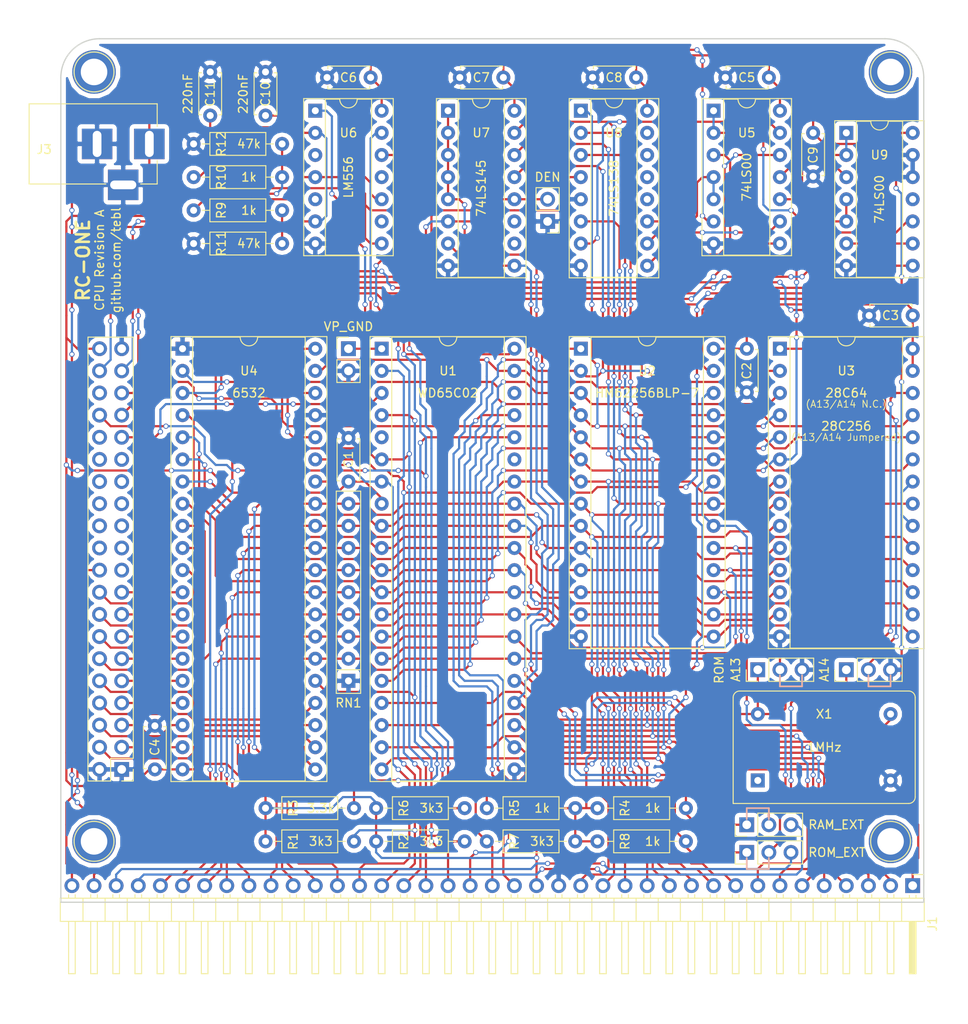
<source format=kicad_pcb>
(kicad_pcb (version 4) (host pcbnew 4.0.7)
  (layers (0 F.Cu signal) (31 B.Cu signal) (34 B.Paste user) (35 F.Paste user) (36 B.SilkS user) (37 F.SilkS user) (38 B.Mask user) (39 F.Mask user) (44 Edge.Cuts user))
  (net 0 "")
  (net 1 GND)
  (net 2 VCC)
  (net 3 "Net-(C10-Pad2)")
  (net 4 "Net-(C11-Pad2)")
  (net 5 /A15)
  (net 6 /A14)
  (net 7 /A13)
  (net 8 /A12)
  (net 9 /A11)
  (net 10 /A10)
  (net 11 /A9)
  (net 12 /A8)
  (net 13 /A7)
  (net 14 /A6)
  (net 15 /A5)
  (net 16 /A4)
  (net 17 /A3)
  (net 18 /A2)
  (net 19 /A1)
  (net 20 /A0)
  (net 21 /PHI2)
  (net 22 /~RESET)
  (net 23 /PHI0)
  (net 24 /~IRQ)
  (net 25 /~NMI)
  (net 26 /R/~W)
  (net 27 /~RDY)
  (net 28 /SYNC)
  (net 29 /D0)
  (net 30 /D1)
  (net 31 /D2)
  (net 32 /D3)
  (net 33 /D4)
  (net 34 /D5)
  (net 35 /D6)
  (net 36 /D7)
  (net 37 /DEN)
  (net 38 K0)
  (net 39 K5)
  (net 40 K7)
  (net 41 IO3)
  (net 42 /PB4)
  (net 43 /PA7)
  (net 44 /PB5)
  (net 45 /PA6)
  (net 46 /PB6)
  (net 47 /PA5)
  (net 48 /PB7)
  (net 49 /PA4)
  (net 50 /PB3)
  (net 51 /PA3)
  (net 52 /PB2)
  (net 53 /PA2)
  (net 54 /PB1)
  (net 55 /PA1)
  (net 56 /PB0)
  (net 57 /PA0)
  (net 58 RS)
  (net 59 ST)
  (net 60 /BE)
  (net 61 /~A4)
  (net 62 RAM_SEL)
  (net 63 IO2)
  (net 64 "Net-(U5-Pad9)")
  (net 65 "Net-(U5-Pad4)")
  (net 66 "Net-(U5-Pad11)")
  (net 67 "Net-(U5-Pad12)")
  (net 68 "Net-(U9-Pad6)")
  (net 69 "Net-(JP1-Pad1)")
  (net 70 RAM_R/~W)
  (net 71 TAPE)
  (net 72 /PHI1)
  (net 73 K0_EXT)
  (net 74 K7_EXT)
  (net 75 "Net-(JP3-Pad1)")
  (net 76 "Net-(JP4-Pad1)")
  (net 77 "Net-(U5-Pad13)")
  (net 78 "Net-(JP7-Pad2)")
  (net 79 "Net-(JP8-Pad2)")
  (module Pin_Headers:Pin_Header_Angled_1x39_Pitch2.54mm (layer F.Cu) (at 198.12 145.415 270)
    (fp_text reference J1 (at 4.385 -2.27 270) (layer F.SilkS))
    (fp_text value Expansion)
    (pad 1 thru_hole rect (at 0 0 270) (size 1.7 1.7) (drill 1) (layers *.Cu *.Mask) (net 5 /A15))
    (pad 2 thru_hole oval (at 0 2.54 270) (size 1.7 1.7) (drill 1) (layers *.Cu *.Mask) (net 6 /A14))
    (pad 3 thru_hole oval (at 0 5.08 270) (size 1.7 1.7) (drill 1) (layers *.Cu *.Mask) (net 7 /A13))
    (pad 4 thru_hole oval (at 0 7.62 270) (size 1.7 1.7) (drill 1) (layers *.Cu *.Mask) (net 8 /A12))
    (pad 5 thru_hole oval (at 0 10.16 270) (size 1.7 1.7) (drill 1) (layers *.Cu *.Mask) (net 9 /A11))
    (pad 6 thru_hole oval (at 0 12.7 270) (size 1.7 1.7) (drill 1) (layers *.Cu *.Mask) (net 10 /A10))
    (pad 7 thru_hole oval (at 0 15.24 270) (size 1.7 1.7) (drill 1) (layers *.Cu *.Mask) (net 11 /A9))
    (pad 8 thru_hole oval (at 0 17.78 270) (size 1.7 1.7) (drill 1) (layers *.Cu *.Mask) (net 12 /A8))
    (pad 9 thru_hole oval (at 0 20.32 270) (size 1.7 1.7) (drill 1) (layers *.Cu *.Mask) (net 13 /A7))
    (pad 10 thru_hole oval (at 0 22.86 270) (size 1.7 1.7) (drill 1) (layers *.Cu *.Mask) (net 14 /A6))
    (pad 11 thru_hole oval (at 0 25.4 270) (size 1.7 1.7) (drill 1) (layers *.Cu *.Mask) (net 15 /A5))
    (pad 12 thru_hole oval (at 0 27.94 270) (size 1.7 1.7) (drill 1) (layers *.Cu *.Mask) (net 16 /A4))
    (pad 13 thru_hole oval (at 0 30.48 270) (size 1.7 1.7) (drill 1) (layers *.Cu *.Mask) (net 17 /A3))
    (pad 14 thru_hole oval (at 0 33.02 270) (size 1.7 1.7) (drill 1) (layers *.Cu *.Mask) (net 18 /A2))
    (pad 15 thru_hole oval (at 0 35.56 270) (size 1.7 1.7) (drill 1) (layers *.Cu *.Mask) (net 19 /A1))
    (pad 16 thru_hole oval (at 0 38.1 270) (size 1.7 1.7) (drill 1) (layers *.Cu *.Mask) (net 20 /A0))
    (pad 17 thru_hole oval (at 0 40.64 270) (size 1.7 1.7) (drill 1) (layers *.Cu *.Mask) (net 1 GND))
    (pad 18 thru_hole oval (at 0 43.18 270) (size 1.7 1.7) (drill 1) (layers *.Cu *.Mask) (net 2 VCC))
    (pad 19 thru_hole oval (at 0 45.72 270) (size 1.7 1.7) (drill 1) (layers *.Cu *.Mask) (net 21 /PHI2))
    (pad 20 thru_hole oval (at 0 48.26 270) (size 1.7 1.7) (drill 1) (layers *.Cu *.Mask) (net 22 /~RESET))
    (pad 21 thru_hole oval (at 0 50.8 270) (size 1.7 1.7) (drill 1) (layers *.Cu *.Mask) (net 23 /PHI0))
    (pad 22 thru_hole oval (at 0 53.34 270) (size 1.7 1.7) (drill 1) (layers *.Cu *.Mask) (net 24 /~IRQ))
    (pad 23 thru_hole oval (at 0 55.88 270) (size 1.7 1.7) (drill 1) (layers *.Cu *.Mask) (net 25 /~NMI))
    (pad 24 thru_hole oval (at 0 58.42 270) (size 1.7 1.7) (drill 1) (layers *.Cu *.Mask) (net 26 /R/~W))
    (pad 25 thru_hole oval (at 0 60.96 270) (size 1.7 1.7) (drill 1) (layers *.Cu *.Mask) (net 27 /~RDY))
    (pad 26 thru_hole oval (at 0 63.5 270) (size 1.7 1.7) (drill 1) (layers *.Cu *.Mask) (net 28 /SYNC))
    (pad 27 thru_hole oval (at 0 66.04 270) (size 1.7 1.7) (drill 1) (layers *.Cu *.Mask) (net 29 /D0))
    (pad 28 thru_hole oval (at 0 68.58 270) (size 1.7 1.7) (drill 1) (layers *.Cu *.Mask) (net 30 /D1))
    (pad 29 thru_hole oval (at 0 71.12 270) (size 1.7 1.7) (drill 1) (layers *.Cu *.Mask) (net 31 /D2))
    (pad 30 thru_hole oval (at 0 73.66 270) (size 1.7 1.7) (drill 1) (layers *.Cu *.Mask) (net 32 /D3))
    (pad 31 thru_hole oval (at 0 76.2 270) (size 1.7 1.7) (drill 1) (layers *.Cu *.Mask) (net 33 /D4))
    (pad 32 thru_hole oval (at 0 78.74 270) (size 1.7 1.7) (drill 1) (layers *.Cu *.Mask) (net 34 /D5))
    (pad 33 thru_hole oval (at 0 81.28 270) (size 1.7 1.7) (drill 1) (layers *.Cu *.Mask) (net 35 /D6))
    (pad 34 thru_hole oval (at 0 83.82 270) (size 1.7 1.7) (drill 1) (layers *.Cu *.Mask) (net 36 /D7))
    (pad 35 thru_hole oval (at 0 86.36 270) (size 1.7 1.7) (drill 1) (layers *.Cu *.Mask) (net 37 /DEN))
    (pad 36 thru_hole oval (at 0 88.9 270) (size 1.7 1.7) (drill 1) (layers *.Cu *.Mask) (net 73 K0_EXT))
    (pad 37 thru_hole oval (at 0 91.44 270) (size 1.7 1.7) (drill 1) (layers *.Cu *.Mask) (net 74 K7_EXT))
    (pad 38 thru_hole oval (at 0 93.98 270) (size 1.7 1.7) (drill 1) (layers *.Cu *.Mask) (net 41 IO3))
    (pad 39 thru_hole oval (at 0 96.52 270) (size 1.7 1.7) (drill 1) (layers *.Cu *.Mask) (net 71 TAPE))
  )
  (module Pin_Headers:Pin_Header_Straight_2x20_Pitch2.54mm (layer F.Cu) (at 107.315 132.08 180)
    (fp_text reference J2)
    (fp_text value RC1_UI_Port)
    (pad 1 thru_hole rect (at 0 0 180) (size 1.7 1.7) (drill 1) (layers *.Cu *.Mask) (net 1 GND))
    (pad 2 thru_hole oval (at 2.54 0 180) (size 1.7 1.7) (drill 1) (layers *.Cu *.Mask) (net 1 GND))
    (pad 3 thru_hole oval (at 0 2.54 180) (size 1.7 1.7) (drill 1) (layers *.Cu *.Mask) (net 42 /PB4))
    (pad 4 thru_hole oval (at 2.54 2.54 180) (size 1.7 1.7) (drill 1) (layers *.Cu *.Mask) (net 50 /PB3))
    (pad 5 thru_hole oval (at 0 5.08 180) (size 1.7 1.7) (drill 1) (layers *.Cu *.Mask) (net 44 /PB5))
    (pad 6 thru_hole oval (at 2.54 5.08 180) (size 1.7 1.7) (drill 1) (layers *.Cu *.Mask) (net 52 /PB2))
    (pad 7 thru_hole oval (at 0 7.62 180) (size 1.7 1.7) (drill 1) (layers *.Cu *.Mask) (net 46 /PB6))
    (pad 8 thru_hole oval (at 2.54 7.62 180) (size 1.7 1.7) (drill 1) (layers *.Cu *.Mask) (net 54 /PB1))
    (pad 9 thru_hole oval (at 0 10.16 180) (size 1.7 1.7) (drill 1) (layers *.Cu *.Mask) (net 48 /PB7))
    (pad 10 thru_hole oval (at 2.54 10.16 180) (size 1.7 1.7) (drill 1) (layers *.Cu *.Mask) (net 56 /PB0))
    (pad 11 thru_hole oval (at 0 12.7 180) (size 1.7 1.7) (drill 1) (layers *.Cu *.Mask) (net 43 /PA7))
    (pad 12 thru_hole oval (at 2.54 12.7 180) (size 1.7 1.7) (drill 1) (layers *.Cu *.Mask) (net 57 /PA0))
    (pad 13 thru_hole oval (at 0 15.24 180) (size 1.7 1.7) (drill 1) (layers *.Cu *.Mask) (net 45 /PA6))
    (pad 14 thru_hole oval (at 2.54 15.24 180) (size 1.7 1.7) (drill 1) (layers *.Cu *.Mask) (net 55 /PA1))
    (pad 15 thru_hole oval (at 0 17.78 180) (size 1.7 1.7) (drill 1) (layers *.Cu *.Mask) (net 47 /PA5))
    (pad 16 thru_hole oval (at 2.54 17.78 180) (size 1.7 1.7) (drill 1) (layers *.Cu *.Mask) (net 53 /PA2))
    (pad 17 thru_hole oval (at 0 20.32 180) (size 1.7 1.7) (drill 1) (layers *.Cu *.Mask) (net 49 /PA4))
    (pad 18 thru_hole oval (at 2.54 20.32 180) (size 1.7 1.7) (drill 1) (layers *.Cu *.Mask) (net 51 /PA3))
    (pad 19 thru_hole oval (at 0 22.86 180) (size 1.7 1.7) (drill 1) (layers *.Cu *.Mask))
    (pad 20 thru_hole oval (at 2.54 22.86 180) (size 1.7 1.7) (drill 1) (layers *.Cu *.Mask) (net 71 TAPE))
    (pad 21 thru_hole oval (at 0 25.4 180) (size 1.7 1.7) (drill 1) (layers *.Cu *.Mask))
    (pad 22 thru_hole oval (at 2.54 25.4 180) (size 1.7 1.7) (drill 1) (layers *.Cu *.Mask))
    (pad 23 thru_hole oval (at 0 27.94 180) (size 1.7 1.7) (drill 1) (layers *.Cu *.Mask))
    (pad 24 thru_hole oval (at 2.54 27.94 180) (size 1.7 1.7) (drill 1) (layers *.Cu *.Mask))
    (pad 25 thru_hole oval (at 0 30.48 180) (size 1.7 1.7) (drill 1) (layers *.Cu *.Mask))
    (pad 26 thru_hole oval (at 2.54 30.48 180) (size 1.7 1.7) (drill 1) (layers *.Cu *.Mask))
    (pad 27 thru_hole oval (at 0 33.02 180) (size 1.7 1.7) (drill 1) (layers *.Cu *.Mask))
    (pad 28 thru_hole oval (at 2.54 33.02 180) (size 1.7 1.7) (drill 1) (layers *.Cu *.Mask))
    (pad 29 thru_hole oval (at 0 35.56 180) (size 1.7 1.7) (drill 1) (layers *.Cu *.Mask))
    (pad 30 thru_hole oval (at 2.54 35.56 180) (size 1.7 1.7) (drill 1) (layers *.Cu *.Mask))
    (pad 31 thru_hole oval (at 0 38.1 180) (size 1.7 1.7) (drill 1) (layers *.Cu *.Mask) (net 72 /PHI1))
    (pad 32 thru_hole oval (at 2.54 38.1 180) (size 1.7 1.7) (drill 1) (layers *.Cu *.Mask))
    (pad 33 thru_hole oval (at 0 40.64 180) (size 1.7 1.7) (drill 1) (layers *.Cu *.Mask) (net 25 /~NMI))
    (pad 34 thru_hole oval (at 2.54 40.64 180) (size 1.7 1.7) (drill 1) (layers *.Cu *.Mask) (net 28 /SYNC))
    (pad 35 thru_hole oval (at 0 43.18 180) (size 1.7 1.7) (drill 1) (layers *.Cu *.Mask) (net 40 K7))
    (pad 36 thru_hole oval (at 2.54 43.18 180) (size 1.7 1.7) (drill 1) (layers *.Cu *.Mask))
    (pad 37 thru_hole oval (at 0 45.72 180) (size 1.7 1.7) (drill 1) (layers *.Cu *.Mask) (net 58 RS))
    (pad 38 thru_hole oval (at 2.54 45.72 180) (size 1.7 1.7) (drill 1) (layers *.Cu *.Mask) (net 59 ST))
    (pad 39 thru_hole oval (at 0 48.26 180) (size 1.7 1.7) (drill 1) (layers *.Cu *.Mask) (net 1 GND))
    (pad 40 thru_hole oval (at 2.54 48.26 180) (size 1.7 1.7) (drill 1) (layers *.Cu *.Mask) (net 2 VCC))
  )
  (module Connectors:BARREL_JACK (layer F.Cu) (at 110.49 60.325)
    (fp_text reference J3 (at -12.065 0.635 180) (layer F.SilkS))
    (fp_text value BARREL_JACK)
    (pad 1 thru_hole rect (at 0 0) (size 3.5 3.5) (drill oval 1 3) (layers *.Cu *.Mask) (net 2 VCC))
    (pad 2 thru_hole rect (at -6 0) (size 3.5 3.5) (drill oval 1 3) (layers *.Cu *.Mask) (net 1 GND))
    (pad 3 thru_hole rect (at -3 4.7) (size 3.5 3.5) (drill oval 3 1) (layers *.Cu *.Mask) (net 1 GND))
  )
  (module mounting:1pin (layer F.Cu) (at 104.14 140.335 90)
    (fp_text reference M1 hide)
    (fp_text value Mounting hide)
    (pad 1 thru_hole circle (at 0 0 90) (size 5 5) (drill 3.048) (layers *.Cu *.Mask))
  )
  (module mounting:1pin (layer F.Cu) (at 195.58 140.335)
    (fp_text reference M2 hide)
    (fp_text value Mounting hide)
    (pad 1 thru_hole circle (at 0 0) (size 5 5) (drill 3.048) (layers *.Cu *.Mask))
  )
  (module mounting:1pin (layer F.Cu) (at 195.58 52.07)
    (fp_text reference M3 hide)
    (fp_text value Mounting hide)
    (pad 1 thru_hole circle (at 0 0) (size 5 5) (drill 3.048) (layers *.Cu *.Mask))
  )
  (module mounting:1pin (layer F.Cu) (at 104.14 52.07)
    (fp_text reference M4 hide)
    (fp_text value Mounting hide)
    (pad 1 thru_hole circle (at 0 0) (size 5 5) (drill 3.048) (layers *.Cu *.Mask))
  )
  (module Capacitors_THT:C_Disc_D4.7mm_W2.5mm_P5.00mm (layer F.Cu) (at 133.35 99.06 90)
    (fp_text reference C1 (at 2.54 0 90) (layer F.SilkS))
    (fp_text value 100nF)
    (pad 1 thru_hole circle (at 0 0 90) (size 1.6 1.6) (drill 0.8) (layers *.Cu *.Mask) (net 2 VCC))
    (pad 2 thru_hole circle (at 5 0 90) (size 1.6 1.6) (drill 0.8) (layers *.Cu *.Mask) (net 1 GND))
  )
  (module Capacitors_THT:C_Disc_D4.7mm_W2.5mm_P5.00mm (layer F.Cu) (at 179.07 83.82 270)
    (fp_text reference C2 (at 2.54 0 270) (layer F.SilkS))
    (fp_text value 100nF)
    (pad 1 thru_hole circle (at 0 0 270) (size 1.6 1.6) (drill 0.8) (layers *.Cu *.Mask) (net 2 VCC))
    (pad 2 thru_hole circle (at 5 0 270) (size 1.6 1.6) (drill 0.8) (layers *.Cu *.Mask) (net 1 GND))
  )
  (module Capacitors_THT:C_Disc_D4.7mm_W2.5mm_P5.00mm (layer F.Cu) (at 198.12 80.01 180)
    (fp_text reference C3 (at 2.54 0 180) (layer F.SilkS))
    (fp_text value 100nF)
    (pad 1 thru_hole circle (at 0 0 180) (size 1.6 1.6) (drill 0.8) (layers *.Cu *.Mask) (net 2 VCC))
    (pad 2 thru_hole circle (at 5 0 180) (size 1.6 1.6) (drill 0.8) (layers *.Cu *.Mask) (net 1 GND))
  )
  (module Capacitors_THT:C_Disc_D4.7mm_W2.5mm_P5.00mm (layer F.Cu) (at 111.125 132.08 90)
    (fp_text reference C4 (at 2.54 0 90) (layer F.SilkS))
    (fp_text value 100nF)
    (pad 1 thru_hole circle (at 0 0 90) (size 1.6 1.6) (drill 0.8) (layers *.Cu *.Mask) (net 2 VCC))
    (pad 2 thru_hole circle (at 5 0 90) (size 1.6 1.6) (drill 0.8) (layers *.Cu *.Mask) (net 1 GND))
  )
  (module Capacitors_THT:C_Disc_D4.7mm_W2.5mm_P5.00mm (layer F.Cu) (at 181.61 52.705 180)
    (fp_text reference C5 (at 2.54 0 180) (layer F.SilkS))
    (fp_text value 100nF)
    (pad 1 thru_hole circle (at 0 0 180) (size 1.6 1.6) (drill 0.8) (layers *.Cu *.Mask) (net 2 VCC))
    (pad 2 thru_hole circle (at 5 0 180) (size 1.6 1.6) (drill 0.8) (layers *.Cu *.Mask) (net 1 GND))
  )
  (module Capacitors_THT:C_Disc_D4.7mm_W2.5mm_P5.00mm (layer F.Cu) (at 135.89 52.705 180)
    (fp_text reference C6 (at 2.54 0 180) (layer F.SilkS))
    (fp_text value 100nF)
    (pad 1 thru_hole circle (at 0 0 180) (size 1.6 1.6) (drill 0.8) (layers *.Cu *.Mask) (net 2 VCC))
    (pad 2 thru_hole circle (at 5 0 180) (size 1.6 1.6) (drill 0.8) (layers *.Cu *.Mask) (net 1 GND))
  )
  (module Capacitors_THT:C_Disc_D4.7mm_W2.5mm_P5.00mm (layer F.Cu) (at 151.13 52.705 180)
    (fp_text reference C7 (at 2.54 0 180) (layer F.SilkS))
    (fp_text value 100nF)
    (pad 1 thru_hole circle (at 0 0 180) (size 1.6 1.6) (drill 0.8) (layers *.Cu *.Mask) (net 2 VCC))
    (pad 2 thru_hole circle (at 5 0 180) (size 1.6 1.6) (drill 0.8) (layers *.Cu *.Mask) (net 1 GND))
  )
  (module Capacitors_THT:C_Disc_D4.7mm_W2.5mm_P5.00mm (layer F.Cu) (at 166.37 52.705 180)
    (fp_text reference C8 (at 2.54 0 180) (layer F.SilkS))
    (fp_text value 100nF)
    (pad 1 thru_hole circle (at 0 0 180) (size 1.6 1.6) (drill 0.8) (layers *.Cu *.Mask) (net 2 VCC))
    (pad 2 thru_hole circle (at 5 0 180) (size 1.6 1.6) (drill 0.8) (layers *.Cu *.Mask) (net 1 GND))
  )
  (module Capacitors_THT:C_Disc_D4.7mm_W2.5mm_P5.00mm (layer F.Cu) (at 186.69 59.055 270)
    (fp_text reference C9 (at 2.54 0 270) (layer F.SilkS))
    (fp_text value 100nF)
    (pad 1 thru_hole circle (at 0 0 270) (size 1.6 1.6) (drill 0.8) (layers *.Cu *.Mask) (net 2 VCC))
    (pad 2 thru_hole circle (at 5 0 270) (size 1.6 1.6) (drill 0.8) (layers *.Cu *.Mask) (net 1 GND))
  )
  (module Capacitors_THT:C_Disc_D4.7mm_W2.5mm_P5.00mm (layer F.Cu) (at 123.825 52.07 270)
    (fp_text reference C10 (at 2.54 0 270) (layer F.SilkS))
    (fp_text value 220nF (at 2.5 2.56 270) (layer F.SilkS))
    (pad 1 thru_hole circle (at 0 0 270) (size 1.6 1.6) (drill 0.8) (layers *.Cu *.Mask) (net 1 GND))
    (pad 2 thru_hole circle (at 5 0 270) (size 1.6 1.6) (drill 0.8) (layers *.Cu *.Mask) (net 3 "Net-(C10-Pad2)"))
  )
  (module Capacitors_THT:C_Disc_D4.7mm_W2.5mm_P5.00mm (layer F.Cu) (at 117.475 52.07 270)
    (fp_text reference C11 (at 2.54 0 270) (layer F.SilkS))
    (fp_text value 220nF (at 2.5 2.56 270) (layer F.SilkS))
    (pad 1 thru_hole circle (at 0 0 270) (size 1.6 1.6) (drill 0.8) (layers *.Cu *.Mask) (net 1 GND))
    (pad 2 thru_hole circle (at 5 0 270) (size 1.6 1.6) (drill 0.8) (layers *.Cu *.Mask) (net 4 "Net-(C11-Pad2)"))
  )
  (module Pin_Headers:Pin_Header_Straight_1x02_Pitch2.54mm (layer F.Cu) (at 133.35 83.82)
    (fp_text reference JP1)
    (fp_text value VP_GND (at 0 -2.54) (layer F.SilkS))
    (pad 1 thru_hole rect (at 0 0) (size 1.7 1.7) (drill 1) (layers *.Cu *.Mask) (net 69 "Net-(JP1-Pad1)"))
    (pad 2 thru_hole oval (at 0 2.54) (size 1.7 1.7) (drill 1) (layers *.Cu *.Mask) (net 1 GND))
  )
  (module Pin_Headers:Pin_Header_Straight_1x02_Pitch2.54mm (layer F.Cu) (at 156.21 69.215 180)
    (fp_text reference JP2)
    (fp_text value DEN (at 0 5.08 180) (layer F.SilkS))
    (pad 1 thru_hole rect (at 0 0 180) (size 1.7 1.7) (drill 1) (layers *.Cu *.Mask) (net 1 GND))
    (pad 2 thru_hole oval (at 0 2.54 180) (size 1.7 1.7) (drill 1) (layers *.Cu *.Mask) (net 37 /DEN))
  )
  (module Resistors_THT:R_Axial_DIN0207_L6.3mm_D2.5mm_P10.16mm_Horizontal (layer F.Cu) (at 133.985 140.335 180)
    (fp_text reference R1 (at 6.985 0 270) (layer F.SilkS))
    (fp_text value 3k3 (at 3.81 0 180) (layer F.SilkS))
    (pad 1 thru_hole circle (at 0 0 180) (size 1.6 1.6) (drill 0.8) (layers *.Cu *.Mask) (net 27 /~RDY))
    (pad 2 thru_hole oval (at 10.16 0 180) (size 1.6 1.6) (drill 0.8) (layers *.Cu *.Mask) (net 2 VCC))
  )
  (module Resistors_THT:R_Axial_DIN0207_L6.3mm_D2.5mm_P10.16mm_Horizontal (layer F.Cu) (at 146.685 140.335 180)
    (fp_text reference R2 (at 6.985 0 270) (layer F.SilkS))
    (fp_text value 3k3 (at 3.81 0 180) (layer F.SilkS))
    (pad 1 thru_hole circle (at 0 0 180) (size 1.6 1.6) (drill 0.8) (layers *.Cu *.Mask) (net 24 /~IRQ))
    (pad 2 thru_hole oval (at 10.16 0 180) (size 1.6 1.6) (drill 0.8) (layers *.Cu *.Mask) (net 2 VCC))
  )
  (module Resistors_THT:R_Axial_DIN0207_L6.3mm_D2.5mm_P10.16mm_Horizontal (layer F.Cu) (at 133.985 136.525 180)
    (fp_text reference R3 (at 6.985 0 270) (layer F.SilkS))
    (fp_text value 3.3k (at 3.81 0 180) (layer F.SilkS))
    (pad 1 thru_hole circle (at 0 0 180) (size 1.6 1.6) (drill 0.8) (layers *.Cu *.Mask) (net 60 /BE))
    (pad 2 thru_hole oval (at 10.16 0 180) (size 1.6 1.6) (drill 0.8) (layers *.Cu *.Mask) (net 2 VCC))
  )
  (module Resistors_THT:R_Axial_DIN0207_L6.3mm_D2.5mm_P10.16mm_Horizontal (layer F.Cu) (at 161.925 136.525)
    (fp_text reference R4 (at 3.175 0 90) (layer F.SilkS))
    (fp_text value 1k (at 6.35 0) (layer F.SilkS))
    (pad 1 thru_hole circle (at 0 0) (size 1.6 1.6) (drill 0.8) (layers *.Cu *.Mask) (net 2 VCC))
    (pad 2 thru_hole oval (at 10.16 0) (size 1.6 1.6) (drill 0.8) (layers *.Cu *.Mask) (net 75 "Net-(JP3-Pad1)"))
  )
  (module Resistors_THT:R_Axial_DIN0207_L6.3mm_D2.5mm_P10.16mm_Horizontal (layer F.Cu) (at 159.385 136.525 180)
    (fp_text reference R5 (at 6.985 0 270) (layer F.SilkS))
    (fp_text value 1k (at 3.81 0 180) (layer F.SilkS))
    (pad 1 thru_hole circle (at 0 0 180) (size 1.6 1.6) (drill 0.8) (layers *.Cu *.Mask) (net 2 VCC))
    (pad 2 thru_hole oval (at 10.16 0 180) (size 1.6 1.6) (drill 0.8) (layers *.Cu *.Mask) (net 39 K5))
  )
  (module Resistors_THT:R_Axial_DIN0207_L6.3mm_D2.5mm_P10.16mm_Horizontal (layer F.Cu) (at 146.685 136.525 180)
    (fp_text reference R6 (at 6.985 0 270) (layer F.SilkS))
    (fp_text value 3k3 (at 3.81 0 180) (layer F.SilkS))
    (pad 1 thru_hole circle (at 0 0 180) (size 1.6 1.6) (drill 0.8) (layers *.Cu *.Mask) (net 25 /~NMI))
    (pad 2 thru_hole oval (at 10.16 0 180) (size 1.6 1.6) (drill 0.8) (layers *.Cu *.Mask) (net 2 VCC))
  )
  (module Resistors_THT:R_Axial_DIN0207_L6.3mm_D2.5mm_P10.16mm_Horizontal (layer F.Cu) (at 149.225 140.335)
    (fp_text reference R7 (at 3.175 0 90) (layer F.SilkS))
    (fp_text value 3k3 (at 6.35 0) (layer F.SilkS))
    (pad 1 thru_hole circle (at 0 0) (size 1.6 1.6) (drill 0.8) (layers *.Cu *.Mask) (net 22 /~RESET))
    (pad 2 thru_hole oval (at 10.16 0) (size 1.6 1.6) (drill 0.8) (layers *.Cu *.Mask) (net 2 VCC))
  )
  (module Resistors_THT:R_Axial_DIN0207_L6.3mm_D2.5mm_P10.16mm_Horizontal (layer F.Cu) (at 161.925 140.335)
    (fp_text reference R8 (at 3.175 0 90) (layer F.SilkS))
    (fp_text value 1k (at 6.35 0) (layer F.SilkS))
    (pad 1 thru_hole circle (at 0 0) (size 1.6 1.6) (drill 0.8) (layers *.Cu *.Mask) (net 2 VCC))
    (pad 2 thru_hole oval (at 10.16 0) (size 1.6 1.6) (drill 0.8) (layers *.Cu *.Mask) (net 76 "Net-(JP4-Pad1)"))
  )
  (module Resistors_THT:R_Axial_DIN0207_L6.3mm_D2.5mm_P10.16mm_Horizontal (layer F.Cu) (at 115.57 67.945)
    (fp_text reference R9 (at 3.175 0 90) (layer F.SilkS))
    (fp_text value 1k (at 6.35 0) (layer F.SilkS))
    (pad 1 thru_hole circle (at 0 0) (size 1.6 1.6) (drill 0.8) (layers *.Cu *.Mask) (net 3 "Net-(C10-Pad2)"))
    (pad 2 thru_hole oval (at 10.16 0) (size 1.6 1.6) (drill 0.8) (layers *.Cu *.Mask) (net 59 ST))
  )
  (module Resistors_THT:R_Axial_DIN0207_L6.3mm_D2.5mm_P10.16mm_Horizontal (layer F.Cu) (at 115.57 64.135)
    (fp_text reference R10 (at 3.175 0 90) (layer F.SilkS))
    (fp_text value 1k (at 6.35 0) (layer F.SilkS))
    (pad 1 thru_hole circle (at 0 0) (size 1.6 1.6) (drill 0.8) (layers *.Cu *.Mask) (net 4 "Net-(C11-Pad2)"))
    (pad 2 thru_hole oval (at 10.16 0) (size 1.6 1.6) (drill 0.8) (layers *.Cu *.Mask) (net 58 RS))
  )
  (module Resistors_THT:R_Axial_DIN0207_L6.3mm_D2.5mm_P10.16mm_Horizontal (layer F.Cu) (at 115.57 71.755)
    (fp_text reference R11 (at 3.175 0 90) (layer F.SilkS))
    (fp_text value 47k (at 6.35 0) (layer F.SilkS))
    (pad 1 thru_hole circle (at 0 0) (size 1.6 1.6) (drill 0.8) (layers *.Cu *.Mask) (net 1 GND))
    (pad 2 thru_hole oval (at 10.16 0) (size 1.6 1.6) (drill 0.8) (layers *.Cu *.Mask) (net 59 ST))
  )
  (module Resistors_THT:R_Axial_DIN0207_L6.3mm_D2.5mm_P10.16mm_Horizontal (layer F.Cu) (at 115.57 60.325)
    (fp_text reference R12 (at 3.175 0 90) (layer F.SilkS))
    (fp_text value 47k (at 6.35 0) (layer F.SilkS))
    (pad 1 thru_hole circle (at 0 0) (size 1.6 1.6) (drill 0.8) (layers *.Cu *.Mask) (net 1 GND))
    (pad 2 thru_hole oval (at 10.16 0) (size 1.6 1.6) (drill 0.8) (layers *.Cu *.Mask) (net 58 RS))
  )
  (module Housings_DIP:DIP-40_W15.24mm_Socket (layer F.Cu) (at 137.16 83.82)
    (fp_text reference U1 (at 7.62 2.54) (layer F.SilkS))
    (fp_text value WD65C02 (at 7.62 5.08) (layer F.SilkS))
    (pad 1 thru_hole rect (at 0 0) (size 1.6 1.6) (drill 0.8) (layers *.Cu *.Mask) (net 69 "Net-(JP1-Pad1)"))
    (pad 21 thru_hole oval (at 15.24 48.26) (size 1.6 1.6) (drill 0.8) (layers *.Cu *.Mask) (net 1 GND))
    (pad 2 thru_hole oval (at 0 2.54) (size 1.6 1.6) (drill 0.8) (layers *.Cu *.Mask) (net 27 /~RDY))
    (pad 22 thru_hole oval (at 15.24 45.72) (size 1.6 1.6) (drill 0.8) (layers *.Cu *.Mask) (net 8 /A12))
    (pad 3 thru_hole oval (at 0 5.08) (size 1.6 1.6) (drill 0.8) (layers *.Cu *.Mask) (net 72 /PHI1))
    (pad 23 thru_hole oval (at 15.24 43.18) (size 1.6 1.6) (drill 0.8) (layers *.Cu *.Mask) (net 7 /A13))
    (pad 4 thru_hole oval (at 0 7.62) (size 1.6 1.6) (drill 0.8) (layers *.Cu *.Mask) (net 24 /~IRQ))
    (pad 24 thru_hole oval (at 15.24 40.64) (size 1.6 1.6) (drill 0.8) (layers *.Cu *.Mask) (net 6 /A14))
    (pad 5 thru_hole oval (at 0 10.16) (size 1.6 1.6) (drill 0.8) (layers *.Cu *.Mask))
    (pad 25 thru_hole oval (at 15.24 38.1) (size 1.6 1.6) (drill 0.8) (layers *.Cu *.Mask) (net 5 /A15))
    (pad 6 thru_hole oval (at 0 12.7) (size 1.6 1.6) (drill 0.8) (layers *.Cu *.Mask) (net 25 /~NMI))
    (pad 26 thru_hole oval (at 15.24 35.56) (size 1.6 1.6) (drill 0.8) (layers *.Cu *.Mask) (net 36 /D7))
    (pad 7 thru_hole oval (at 0 15.24) (size 1.6 1.6) (drill 0.8) (layers *.Cu *.Mask) (net 28 /SYNC))
    (pad 27 thru_hole oval (at 15.24 33.02) (size 1.6 1.6) (drill 0.8) (layers *.Cu *.Mask) (net 35 /D6))
    (pad 8 thru_hole oval (at 0 17.78) (size 1.6 1.6) (drill 0.8) (layers *.Cu *.Mask) (net 2 VCC))
    (pad 28 thru_hole oval (at 15.24 30.48) (size 1.6 1.6) (drill 0.8) (layers *.Cu *.Mask) (net 34 /D5))
    (pad 9 thru_hole oval (at 0 20.32) (size 1.6 1.6) (drill 0.8) (layers *.Cu *.Mask) (net 20 /A0))
    (pad 29 thru_hole oval (at 15.24 27.94) (size 1.6 1.6) (drill 0.8) (layers *.Cu *.Mask) (net 33 /D4))
    (pad 10 thru_hole oval (at 0 22.86) (size 1.6 1.6) (drill 0.8) (layers *.Cu *.Mask) (net 19 /A1))
    (pad 30 thru_hole oval (at 15.24 25.4) (size 1.6 1.6) (drill 0.8) (layers *.Cu *.Mask) (net 32 /D3))
    (pad 11 thru_hole oval (at 0 25.4) (size 1.6 1.6) (drill 0.8) (layers *.Cu *.Mask) (net 18 /A2))
    (pad 31 thru_hole oval (at 15.24 22.86) (size 1.6 1.6) (drill 0.8) (layers *.Cu *.Mask) (net 31 /D2))
    (pad 12 thru_hole oval (at 0 27.94) (size 1.6 1.6) (drill 0.8) (layers *.Cu *.Mask) (net 17 /A3))
    (pad 32 thru_hole oval (at 15.24 20.32) (size 1.6 1.6) (drill 0.8) (layers *.Cu *.Mask) (net 30 /D1))
    (pad 13 thru_hole oval (at 0 30.48) (size 1.6 1.6) (drill 0.8) (layers *.Cu *.Mask) (net 16 /A4))
    (pad 33 thru_hole oval (at 15.24 17.78) (size 1.6 1.6) (drill 0.8) (layers *.Cu *.Mask) (net 29 /D0))
    (pad 14 thru_hole oval (at 0 33.02) (size 1.6 1.6) (drill 0.8) (layers *.Cu *.Mask) (net 15 /A5))
    (pad 34 thru_hole oval (at 15.24 15.24) (size 1.6 1.6) (drill 0.8) (layers *.Cu *.Mask) (net 26 /R/~W))
    (pad 15 thru_hole oval (at 0 35.56) (size 1.6 1.6) (drill 0.8) (layers *.Cu *.Mask) (net 14 /A6))
    (pad 35 thru_hole oval (at 15.24 12.7) (size 1.6 1.6) (drill 0.8) (layers *.Cu *.Mask))
    (pad 16 thru_hole oval (at 0 38.1) (size 1.6 1.6) (drill 0.8) (layers *.Cu *.Mask) (net 13 /A7))
    (pad 36 thru_hole oval (at 15.24 10.16) (size 1.6 1.6) (drill 0.8) (layers *.Cu *.Mask) (net 60 /BE))
    (pad 17 thru_hole oval (at 0 40.64) (size 1.6 1.6) (drill 0.8) (layers *.Cu *.Mask) (net 12 /A8))
    (pad 37 thru_hole oval (at 15.24 7.62) (size 1.6 1.6) (drill 0.8) (layers *.Cu *.Mask) (net 23 /PHI0))
    (pad 18 thru_hole oval (at 0 43.18) (size 1.6 1.6) (drill 0.8) (layers *.Cu *.Mask) (net 11 /A9))
    (pad 38 thru_hole oval (at 15.24 5.08) (size 1.6 1.6) (drill 0.8) (layers *.Cu *.Mask))
    (pad 19 thru_hole oval (at 0 45.72) (size 1.6 1.6) (drill 0.8) (layers *.Cu *.Mask) (net 10 /A10))
    (pad 39 thru_hole oval (at 15.24 2.54) (size 1.6 1.6) (drill 0.8) (layers *.Cu *.Mask) (net 21 /PHI2))
    (pad 20 thru_hole oval (at 0 48.26) (size 1.6 1.6) (drill 0.8) (layers *.Cu *.Mask) (net 9 /A11))
    (pad 40 thru_hole oval (at 15.24 0) (size 1.6 1.6) (drill 0.8) (layers *.Cu *.Mask) (net 22 /~RESET))
  )
  (module Housings_DIP:DIP-40_W15.24mm_Socket (layer F.Cu) (at 114.3 83.82)
    (fp_text reference U4 (at 7.62 2.54) (layer F.SilkS))
    (fp_text value 6532 (at 7.62 5.08) (layer F.SilkS))
    (pad 1 thru_hole rect (at 0 0) (size 1.6 1.6) (drill 0.8) (layers *.Cu *.Mask) (net 1 GND))
    (pad 21 thru_hole oval (at 15.24 48.26) (size 1.6 1.6) (drill 0.8) (layers *.Cu *.Mask) (net 50 /PB3))
    (pad 2 thru_hole oval (at 0 2.54) (size 1.6 1.6) (drill 0.8) (layers *.Cu *.Mask) (net 15 /A5))
    (pad 22 thru_hole oval (at 15.24 45.72) (size 1.6 1.6) (drill 0.8) (layers *.Cu *.Mask) (net 52 /PB2))
    (pad 3 thru_hole oval (at 0 5.08) (size 1.6 1.6) (drill 0.8) (layers *.Cu *.Mask) (net 61 /~A4))
    (pad 23 thru_hole oval (at 15.24 43.18) (size 1.6 1.6) (drill 0.8) (layers *.Cu *.Mask) (net 54 /PB1))
    (pad 4 thru_hole oval (at 0 7.62) (size 1.6 1.6) (drill 0.8) (layers *.Cu *.Mask) (net 17 /A3))
    (pad 24 thru_hole oval (at 15.24 40.64) (size 1.6 1.6) (drill 0.8) (layers *.Cu *.Mask) (net 56 /PB0))
    (pad 5 thru_hole oval (at 0 10.16) (size 1.6 1.6) (drill 0.8) (layers *.Cu *.Mask) (net 18 /A2))
    (pad 25 thru_hole oval (at 15.24 38.1) (size 1.6 1.6) (drill 0.8) (layers *.Cu *.Mask) (net 24 /~IRQ))
    (pad 6 thru_hole oval (at 0 12.7) (size 1.6 1.6) (drill 0.8) (layers *.Cu *.Mask) (net 19 /A1))
    (pad 26 thru_hole oval (at 15.24 35.56) (size 1.6 1.6) (drill 0.8) (layers *.Cu *.Mask) (net 36 /D7))
    (pad 7 thru_hole oval (at 0 15.24) (size 1.6 1.6) (drill 0.8) (layers *.Cu *.Mask) (net 20 /A0))
    (pad 27 thru_hole oval (at 15.24 33.02) (size 1.6 1.6) (drill 0.8) (layers *.Cu *.Mask) (net 35 /D6))
    (pad 8 thru_hole oval (at 0 17.78) (size 1.6 1.6) (drill 0.8) (layers *.Cu *.Mask) (net 57 /PA0))
    (pad 28 thru_hole oval (at 15.24 30.48) (size 1.6 1.6) (drill 0.8) (layers *.Cu *.Mask) (net 34 /D5))
    (pad 9 thru_hole oval (at 0 20.32) (size 1.6 1.6) (drill 0.8) (layers *.Cu *.Mask) (net 55 /PA1))
    (pad 29 thru_hole oval (at 15.24 27.94) (size 1.6 1.6) (drill 0.8) (layers *.Cu *.Mask) (net 33 /D4))
    (pad 10 thru_hole oval (at 0 22.86) (size 1.6 1.6) (drill 0.8) (layers *.Cu *.Mask) (net 53 /PA2))
    (pad 30 thru_hole oval (at 15.24 25.4) (size 1.6 1.6) (drill 0.8) (layers *.Cu *.Mask) (net 32 /D3))
    (pad 11 thru_hole oval (at 0 25.4) (size 1.6 1.6) (drill 0.8) (layers *.Cu *.Mask) (net 51 /PA3))
    (pad 31 thru_hole oval (at 15.24 22.86) (size 1.6 1.6) (drill 0.8) (layers *.Cu *.Mask) (net 31 /D2))
    (pad 12 thru_hole oval (at 0 27.94) (size 1.6 1.6) (drill 0.8) (layers *.Cu *.Mask) (net 49 /PA4))
    (pad 32 thru_hole oval (at 15.24 20.32) (size 1.6 1.6) (drill 0.8) (layers *.Cu *.Mask) (net 30 /D1))
    (pad 13 thru_hole oval (at 0 30.48) (size 1.6 1.6) (drill 0.8) (layers *.Cu *.Mask) (net 47 /PA5))
    (pad 33 thru_hole oval (at 15.24 17.78) (size 1.6 1.6) (drill 0.8) (layers *.Cu *.Mask) (net 29 /D0))
    (pad 14 thru_hole oval (at 0 33.02) (size 1.6 1.6) (drill 0.8) (layers *.Cu *.Mask) (net 45 /PA6))
    (pad 34 thru_hole oval (at 15.24 15.24) (size 1.6 1.6) (drill 0.8) (layers *.Cu *.Mask) (net 22 /~RESET))
    (pad 15 thru_hole oval (at 0 35.56) (size 1.6 1.6) (drill 0.8) (layers *.Cu *.Mask) (net 43 /PA7))
    (pad 35 thru_hole oval (at 15.24 12.7) (size 1.6 1.6) (drill 0.8) (layers *.Cu *.Mask) (net 26 /R/~W))
    (pad 16 thru_hole oval (at 0 38.1) (size 1.6 1.6) (drill 0.8) (layers *.Cu *.Mask) (net 48 /PB7))
    (pad 36 thru_hole oval (at 15.24 10.16) (size 1.6 1.6) (drill 0.8) (layers *.Cu *.Mask) (net 62 RAM_SEL))
    (pad 17 thru_hole oval (at 0 40.64) (size 1.6 1.6) (drill 0.8) (layers *.Cu *.Mask) (net 46 /PB6))
    (pad 37 thru_hole oval (at 15.24 7.62) (size 1.6 1.6) (drill 0.8) (layers *.Cu *.Mask) (net 1 GND))
    (pad 18 thru_hole oval (at 0 43.18) (size 1.6 1.6) (drill 0.8) (layers *.Cu *.Mask) (net 44 /PB5))
    (pad 38 thru_hole oval (at 15.24 5.08) (size 1.6 1.6) (drill 0.8) (layers *.Cu *.Mask) (net 63 IO2))
    (pad 19 thru_hole oval (at 0 45.72) (size 1.6 1.6) (drill 0.8) (layers *.Cu *.Mask) (net 42 /PB4))
    (pad 39 thru_hole oval (at 15.24 2.54) (size 1.6 1.6) (drill 0.8) (layers *.Cu *.Mask) (net 21 /PHI2))
    (pad 20 thru_hole oval (at 0 48.26) (size 1.6 1.6) (drill 0.8) (layers *.Cu *.Mask) (net 2 VCC))
    (pad 40 thru_hole oval (at 15.24 0) (size 1.6 1.6) (drill 0.8) (layers *.Cu *.Mask) (net 14 /A6))
  )
  (module Housings_DIP:DIP-14_W7.62mm_Socket (layer F.Cu) (at 175.26 56.515)
    (fp_text reference U5 (at 3.81 2.54) (layer F.SilkS))
    (fp_text value 74LS00 (at 3.81 7.62 90) (layer F.SilkS))
    (pad 1 thru_hole rect (at 0 0) (size 1.6 1.6) (drill 0.8) (layers *.Cu *.Mask) (net 16 /A4))
    (pad 8 thru_hole oval (at 7.62 15.24) (size 1.6 1.6) (drill 0.8) (layers *.Cu *.Mask) (net 63 IO2))
    (pad 2 thru_hole oval (at 0 2.54) (size 1.6 1.6) (drill 0.8) (layers *.Cu *.Mask) (net 16 /A4))
    (pad 9 thru_hole oval (at 7.62 12.7) (size 1.6 1.6) (drill 0.8) (layers *.Cu *.Mask) (net 64 "Net-(U5-Pad9)"))
    (pad 3 thru_hole oval (at 0 5.08) (size 1.6 1.6) (drill 0.8) (layers *.Cu *.Mask) (net 61 /~A4))
    (pad 10 thru_hole oval (at 7.62 10.16) (size 1.6 1.6) (drill 0.8) (layers *.Cu *.Mask) (net 62 RAM_SEL))
    (pad 4 thru_hole oval (at 0 7.62) (size 1.6 1.6) (drill 0.8) (layers *.Cu *.Mask) (net 65 "Net-(U5-Pad4)"))
    (pad 11 thru_hole oval (at 7.62 7.62) (size 1.6 1.6) (drill 0.8) (layers *.Cu *.Mask) (net 66 "Net-(U5-Pad11)"))
    (pad 5 thru_hole oval (at 0 10.16) (size 1.6 1.6) (drill 0.8) (layers *.Cu *.Mask) (net 65 "Net-(U5-Pad4)"))
    (pad 12 thru_hole oval (at 7.62 5.08) (size 1.6 1.6) (drill 0.8) (layers *.Cu *.Mask) (net 67 "Net-(U5-Pad12)"))
    (pad 6 thru_hole oval (at 0 12.7) (size 1.6 1.6) (drill 0.8) (layers *.Cu *.Mask) (net 41 IO3))
    (pad 13 thru_hole oval (at 7.62 2.54) (size 1.6 1.6) (drill 0.8) (layers *.Cu *.Mask) (net 77 "Net-(U5-Pad13)"))
    (pad 7 thru_hole oval (at 0 15.24) (size 1.6 1.6) (drill 0.8) (layers *.Cu *.Mask) (net 1 GND))
    (pad 14 thru_hole oval (at 7.62 0) (size 1.6 1.6) (drill 0.8) (layers *.Cu *.Mask) (net 2 VCC))
  )
  (module Housings_DIP:DIP-14_W7.62mm_Socket (layer F.Cu) (at 129.54 56.515)
    (fp_text reference U6 (at 3.81 2.54) (layer F.SilkS))
    (fp_text value LM556 (at 3.81 7.62 90) (layer F.SilkS))
    (pad 1 thru_hole rect (at 0 0) (size 1.6 1.6) (drill 0.8) (layers *.Cu *.Mask) (net 25 /~NMI))
    (pad 8 thru_hole oval (at 7.62 15.24) (size 1.6 1.6) (drill 0.8) (layers *.Cu *.Mask) (net 4 "Net-(C11-Pad2)"))
    (pad 2 thru_hole oval (at 0 2.54) (size 1.6 1.6) (drill 0.8) (layers *.Cu *.Mask) (net 3 "Net-(C10-Pad2)"))
    (pad 9 thru_hole oval (at 7.62 12.7) (size 1.6 1.6) (drill 0.8) (layers *.Cu *.Mask))
    (pad 3 thru_hole oval (at 0 5.08) (size 1.6 1.6) (drill 0.8) (layers *.Cu *.Mask))
    (pad 10 thru_hole oval (at 7.62 10.16) (size 1.6 1.6) (drill 0.8) (layers *.Cu *.Mask) (net 2 VCC))
    (pad 4 thru_hole oval (at 0 7.62) (size 1.6 1.6) (drill 0.8) (layers *.Cu *.Mask) (net 2 VCC))
    (pad 11 thru_hole oval (at 7.62 7.62) (size 1.6 1.6) (drill 0.8) (layers *.Cu *.Mask))
    (pad 5 thru_hole oval (at 0 10.16) (size 1.6 1.6) (drill 0.8) (layers *.Cu *.Mask))
    (pad 12 thru_hole oval (at 7.62 5.08) (size 1.6 1.6) (drill 0.8) (layers *.Cu *.Mask) (net 4 "Net-(C11-Pad2)"))
    (pad 6 thru_hole oval (at 0 12.7) (size 1.6 1.6) (drill 0.8) (layers *.Cu *.Mask) (net 3 "Net-(C10-Pad2)"))
    (pad 13 thru_hole oval (at 7.62 2.54) (size 1.6 1.6) (drill 0.8) (layers *.Cu *.Mask) (net 22 /~RESET))
    (pad 7 thru_hole oval (at 0 15.24) (size 1.6 1.6) (drill 0.8) (layers *.Cu *.Mask) (net 1 GND))
    (pad 14 thru_hole oval (at 7.62 0) (size 1.6 1.6) (drill 0.8) (layers *.Cu *.Mask) (net 2 VCC))
  )
  (module Housings_DIP:DIP-16_W7.62mm_Socket (layer F.Cu) (at 144.78 56.515)
    (fp_text reference U7 (at 3.81 2.54) (layer F.SilkS))
    (fp_text value 74LS145 (at 3.81 8.89 90) (layer F.SilkS))
    (pad 1 thru_hole rect (at 0 0) (size 1.6 1.6) (drill 0.8) (layers *.Cu *.Mask) (net 75 "Net-(JP3-Pad1)"))
    (pad 9 thru_hole oval (at 7.62 17.78) (size 1.6 1.6) (drill 0.8) (layers *.Cu *.Mask) (net 76 "Net-(JP4-Pad1)"))
    (pad 2 thru_hole oval (at 0 2.54) (size 1.6 1.6) (drill 0.8) (layers *.Cu *.Mask) (net 75 "Net-(JP3-Pad1)"))
    (pad 10 thru_hole oval (at 7.62 15.24) (size 1.6 1.6) (drill 0.8) (layers *.Cu *.Mask))
    (pad 3 thru_hole oval (at 0 5.08) (size 1.6 1.6) (drill 0.8) (layers *.Cu *.Mask) (net 75 "Net-(JP3-Pad1)"))
    (pad 11 thru_hole oval (at 7.62 12.7) (size 1.6 1.6) (drill 0.8) (layers *.Cu *.Mask))
    (pad 4 thru_hole oval (at 0 7.62) (size 1.6 1.6) (drill 0.8) (layers *.Cu *.Mask) (net 75 "Net-(JP3-Pad1)"))
    (pad 12 thru_hole oval (at 7.62 10.16) (size 1.6 1.6) (drill 0.8) (layers *.Cu *.Mask) (net 37 /DEN))
    (pad 5 thru_hole oval (at 0 10.16) (size 1.6 1.6) (drill 0.8) (layers *.Cu *.Mask) (net 75 "Net-(JP3-Pad1)"))
    (pad 13 thru_hole oval (at 7.62 7.62) (size 1.6 1.6) (drill 0.8) (layers *.Cu *.Mask) (net 8 /A12))
    (pad 6 thru_hole oval (at 0 12.7) (size 1.6 1.6) (drill 0.8) (layers *.Cu *.Mask) (net 39 K5))
    (pad 14 thru_hole oval (at 7.62 5.08) (size 1.6 1.6) (drill 0.8) (layers *.Cu *.Mask) (net 9 /A11))
    (pad 7 thru_hole oval (at 0 15.24) (size 1.6 1.6) (drill 0.8) (layers *.Cu *.Mask) (net 76 "Net-(JP4-Pad1)"))
    (pad 15 thru_hole oval (at 7.62 2.54) (size 1.6 1.6) (drill 0.8) (layers *.Cu *.Mask) (net 10 /A10))
    (pad 8 thru_hole oval (at 0 17.78) (size 1.6 1.6) (drill 0.8) (layers *.Cu *.Mask) (net 1 GND))
    (pad 16 thru_hole oval (at 7.62 0) (size 1.6 1.6) (drill 0.8) (layers *.Cu *.Mask) (net 2 VCC))
  )
  (module Housings_DIP:DIP-16_W7.62mm_Socket (layer F.Cu) (at 160.02 56.515)
    (fp_text reference U8 (at 3.81 2.54) (layer F.SilkS))
    (fp_text value 74LS138 (at 3.81 8.89 90) (layer F.SilkS))
    (pad 1 thru_hole rect (at 0 0) (size 1.6 1.6) (drill 0.8) (layers *.Cu *.Mask) (net 14 /A6))
    (pad 9 thru_hole oval (at 7.62 17.78) (size 1.6 1.6) (drill 0.8) (layers *.Cu *.Mask) (net 67 "Net-(U5-Pad12)"))
    (pad 2 thru_hole oval (at 0 2.54) (size 1.6 1.6) (drill 0.8) (layers *.Cu *.Mask) (net 13 /A7))
    (pad 10 thru_hole oval (at 7.62 15.24) (size 1.6 1.6) (drill 0.8) (layers *.Cu *.Mask) (net 64 "Net-(U5-Pad9)"))
    (pad 3 thru_hole oval (at 0 5.08) (size 1.6 1.6) (drill 0.8) (layers *.Cu *.Mask) (net 12 /A8))
    (pad 11 thru_hole oval (at 7.62 12.7) (size 1.6 1.6) (drill 0.8) (layers *.Cu *.Mask) (net 65 "Net-(U5-Pad4)"))
    (pad 4 thru_hole oval (at 0 7.62) (size 1.6 1.6) (drill 0.8) (layers *.Cu *.Mask) (net 39 K5))
    (pad 12 thru_hole oval (at 7.62 10.16) (size 1.6 1.6) (drill 0.8) (layers *.Cu *.Mask))
    (pad 5 thru_hole oval (at 0 10.16) (size 1.6 1.6) (drill 0.8) (layers *.Cu *.Mask) (net 1 GND))
    (pad 13 thru_hole oval (at 7.62 7.62) (size 1.6 1.6) (drill 0.8) (layers *.Cu *.Mask))
    (pad 6 thru_hole oval (at 0 12.7) (size 1.6 1.6) (drill 0.8) (layers *.Cu *.Mask) (net 11 /A9))
    (pad 14 thru_hole oval (at 7.62 5.08) (size 1.6 1.6) (drill 0.8) (layers *.Cu *.Mask))
    (pad 7 thru_hole oval (at 0 15.24) (size 1.6 1.6) (drill 0.8) (layers *.Cu *.Mask) (net 77 "Net-(U5-Pad13)"))
    (pad 15 thru_hole oval (at 7.62 2.54) (size 1.6 1.6) (drill 0.8) (layers *.Cu *.Mask))
    (pad 8 thru_hole oval (at 0 17.78) (size 1.6 1.6) (drill 0.8) (layers *.Cu *.Mask) (net 1 GND))
    (pad 16 thru_hole oval (at 7.62 0) (size 1.6 1.6) (drill 0.8) (layers *.Cu *.Mask) (net 2 VCC))
  )
  (module Housings_DIP:DIP-14_W7.62mm_Socket (layer F.Cu) (at 190.5 59.055)
    (fp_text reference U9 (at 3.81 2.54) (layer F.SilkS))
    (fp_text value 74LS00 (at 3.81 7.62 90) (layer F.SilkS))
    (pad 1 thru_hole rect (at 0 0) (size 1.6 1.6) (drill 0.8) (layers *.Cu *.Mask) (net 66 "Net-(U5-Pad11)"))
    (pad 8 thru_hole oval (at 7.62 15.24) (size 1.6 1.6) (drill 0.8) (layers *.Cu *.Mask) (net 70 RAM_R/~W))
    (pad 2 thru_hole oval (at 0 2.54) (size 1.6 1.6) (drill 0.8) (layers *.Cu *.Mask) (net 66 "Net-(U5-Pad11)"))
    (pad 9 thru_hole oval (at 7.62 12.7) (size 1.6 1.6) (drill 0.8) (layers *.Cu *.Mask) (net 68 "Net-(U9-Pad6)"))
    (pad 3 thru_hole oval (at 0 5.08) (size 1.6 1.6) (drill 0.8) (layers *.Cu *.Mask) (net 62 RAM_SEL))
    (pad 10 thru_hole oval (at 7.62 10.16) (size 1.6 1.6) (drill 0.8) (layers *.Cu *.Mask) (net 21 /PHI2))
    (pad 4 thru_hole oval (at 0 7.62) (size 1.6 1.6) (drill 0.8) (layers *.Cu *.Mask) (net 26 /R/~W))
    (pad 11 thru_hole oval (at 7.62 7.62) (size 1.6 1.6) (drill 0.8) (layers *.Cu *.Mask))
    (pad 5 thru_hole oval (at 0 10.16) (size 1.6 1.6) (drill 0.8) (layers *.Cu *.Mask) (net 26 /R/~W))
    (pad 12 thru_hole oval (at 7.62 5.08) (size 1.6 1.6) (drill 0.8) (layers *.Cu *.Mask) (net 1 GND))
    (pad 6 thru_hole oval (at 0 12.7) (size 1.6 1.6) (drill 0.8) (layers *.Cu *.Mask) (net 68 "Net-(U9-Pad6)"))
    (pad 13 thru_hole oval (at 7.62 2.54) (size 1.6 1.6) (drill 0.8) (layers *.Cu *.Mask) (net 1 GND))
    (pad 7 thru_hole oval (at 0 15.24) (size 1.6 1.6) (drill 0.8) (layers *.Cu *.Mask) (net 1 GND))
    (pad 14 thru_hole oval (at 7.62 0) (size 1.6 1.6) (drill 0.8) (layers *.Cu *.Mask) (net 2 VCC))
  )
  (module Oscillators:Oscillator_DIP-14 (layer F.Cu) (at 180.34 133.35)
    (fp_text reference X1 (at 7.62 -7.62) (layer F.SilkS))
    (fp_text value 1MHz (at 7.62 -3.81) (layer F.SilkS))
    (pad 1 thru_hole rect (at 0 0) (size 1.6 1.6) (drill 0.8) (layers *.Cu *.Mask))
    (pad 14 thru_hole circle (at 0 -7.62) (size 1.6 1.6) (drill 0.8) (layers *.Cu *.Mask) (net 2 VCC))
    (pad 8 thru_hole circle (at 15.24 -7.62) (size 1.6 1.6) (drill 0.8) (layers *.Cu *.Mask) (net 23 /PHI0))
    (pad 7 thru_hole circle (at 15.24 0) (size 1.6 1.6) (drill 0.8) (layers *.Cu *.Mask) (net 1 GND))
  )
  (module Housings_DIP:DIP-28_W15.24mm_Socket (layer F.Cu) (at 160.02 83.82)
    (fp_text reference U2 (at 7.62 2.54) (layer F.SilkS))
    (fp_text value HM62256BLP-7 (at 7.62 5.08) (layer F.SilkS))
    (pad 1 thru_hole rect (at 0 0) (size 1.6 1.6) (drill 0.8) (layers *.Cu *.Mask) (net 6 /A14))
    (pad 15 thru_hole oval (at 15.24 33.02) (size 1.6 1.6) (drill 0.8) (layers *.Cu *.Mask) (net 32 /D3))
    (pad 2 thru_hole oval (at 0 2.54) (size 1.6 1.6) (drill 0.8) (layers *.Cu *.Mask) (net 8 /A12))
    (pad 16 thru_hole oval (at 15.24 30.48) (size 1.6 1.6) (drill 0.8) (layers *.Cu *.Mask) (net 33 /D4))
    (pad 3 thru_hole oval (at 0 5.08) (size 1.6 1.6) (drill 0.8) (layers *.Cu *.Mask) (net 13 /A7))
    (pad 17 thru_hole oval (at 15.24 27.94) (size 1.6 1.6) (drill 0.8) (layers *.Cu *.Mask) (net 34 /D5))
    (pad 4 thru_hole oval (at 0 7.62) (size 1.6 1.6) (drill 0.8) (layers *.Cu *.Mask) (net 14 /A6))
    (pad 18 thru_hole oval (at 15.24 25.4) (size 1.6 1.6) (drill 0.8) (layers *.Cu *.Mask) (net 35 /D6))
    (pad 5 thru_hole oval (at 0 10.16) (size 1.6 1.6) (drill 0.8) (layers *.Cu *.Mask) (net 15 /A5))
    (pad 19 thru_hole oval (at 15.24 22.86) (size 1.6 1.6) (drill 0.8) (layers *.Cu *.Mask) (net 36 /D7))
    (pad 6 thru_hole oval (at 0 12.7) (size 1.6 1.6) (drill 0.8) (layers *.Cu *.Mask) (net 16 /A4))
    (pad 20 thru_hole oval (at 15.24 20.32) (size 1.6 1.6) (drill 0.8) (layers *.Cu *.Mask) (net 38 K0))
    (pad 7 thru_hole oval (at 0 15.24) (size 1.6 1.6) (drill 0.8) (layers *.Cu *.Mask) (net 17 /A3))
    (pad 21 thru_hole oval (at 15.24 17.78) (size 1.6 1.6) (drill 0.8) (layers *.Cu *.Mask) (net 10 /A10))
    (pad 8 thru_hole oval (at 0 17.78) (size 1.6 1.6) (drill 0.8) (layers *.Cu *.Mask) (net 18 /A2))
    (pad 22 thru_hole oval (at 15.24 15.24) (size 1.6 1.6) (drill 0.8) (layers *.Cu *.Mask) (net 38 K0))
    (pad 9 thru_hole oval (at 0 20.32) (size 1.6 1.6) (drill 0.8) (layers *.Cu *.Mask) (net 19 /A1))
    (pad 23 thru_hole oval (at 15.24 12.7) (size 1.6 1.6) (drill 0.8) (layers *.Cu *.Mask) (net 9 /A11))
    (pad 10 thru_hole oval (at 0 22.86) (size 1.6 1.6) (drill 0.8) (layers *.Cu *.Mask) (net 20 /A0))
    (pad 24 thru_hole oval (at 15.24 10.16) (size 1.6 1.6) (drill 0.8) (layers *.Cu *.Mask) (net 11 /A9))
    (pad 11 thru_hole oval (at 0 25.4) (size 1.6 1.6) (drill 0.8) (layers *.Cu *.Mask) (net 29 /D0))
    (pad 25 thru_hole oval (at 15.24 7.62) (size 1.6 1.6) (drill 0.8) (layers *.Cu *.Mask) (net 12 /A8))
    (pad 12 thru_hole oval (at 0 27.94) (size 1.6 1.6) (drill 0.8) (layers *.Cu *.Mask) (net 30 /D1))
    (pad 26 thru_hole oval (at 15.24 5.08) (size 1.6 1.6) (drill 0.8) (layers *.Cu *.Mask) (net 7 /A13))
    (pad 13 thru_hole oval (at 0 30.48) (size 1.6 1.6) (drill 0.8) (layers *.Cu *.Mask) (net 31 /D2))
    (pad 27 thru_hole oval (at 15.24 2.54) (size 1.6 1.6) (drill 0.8) (layers *.Cu *.Mask) (net 70 RAM_R/~W))
    (pad 14 thru_hole oval (at 0 33.02) (size 1.6 1.6) (drill 0.8) (layers *.Cu *.Mask) (net 1 GND))
    (pad 28 thru_hole oval (at 15.24 0) (size 1.6 1.6) (drill 0.8) (layers *.Cu *.Mask) (net 2 VCC))
  )
  (module Housings_DIP:DIP-28_W15.24mm_Socket (layer F.Cu) (at 182.88 83.82)
    (fp_text reference U3 (at 7.62 2.54) (layer F.SilkS))
    (fp_text value 28C256 (at 7.62 8.89) (layer F.SilkS))
    (pad 1 thru_hole rect (at 0 0) (size 1.6 1.6) (drill 0.8) (layers *.Cu *.Mask) (net 79 "Net-(JP8-Pad2)"))
    (pad 15 thru_hole oval (at 15.24 33.02) (size 1.6 1.6) (drill 0.8) (layers *.Cu *.Mask) (net 32 /D3))
    (pad 2 thru_hole oval (at 0 2.54) (size 1.6 1.6) (drill 0.8) (layers *.Cu *.Mask) (net 8 /A12))
    (pad 16 thru_hole oval (at 15.24 30.48) (size 1.6 1.6) (drill 0.8) (layers *.Cu *.Mask) (net 33 /D4))
    (pad 3 thru_hole oval (at 0 5.08) (size 1.6 1.6) (drill 0.8) (layers *.Cu *.Mask) (net 13 /A7))
    (pad 17 thru_hole oval (at 15.24 27.94) (size 1.6 1.6) (drill 0.8) (layers *.Cu *.Mask) (net 34 /D5))
    (pad 4 thru_hole oval (at 0 7.62) (size 1.6 1.6) (drill 0.8) (layers *.Cu *.Mask) (net 14 /A6))
    (pad 18 thru_hole oval (at 15.24 25.4) (size 1.6 1.6) (drill 0.8) (layers *.Cu *.Mask) (net 35 /D6))
    (pad 5 thru_hole oval (at 0 10.16) (size 1.6 1.6) (drill 0.8) (layers *.Cu *.Mask) (net 15 /A5))
    (pad 19 thru_hole oval (at 15.24 22.86) (size 1.6 1.6) (drill 0.8) (layers *.Cu *.Mask) (net 36 /D7))
    (pad 6 thru_hole oval (at 0 12.7) (size 1.6 1.6) (drill 0.8) (layers *.Cu *.Mask) (net 16 /A4))
    (pad 20 thru_hole oval (at 15.24 20.32) (size 1.6 1.6) (drill 0.8) (layers *.Cu *.Mask) (net 40 K7))
    (pad 7 thru_hole oval (at 0 15.24) (size 1.6 1.6) (drill 0.8) (layers *.Cu *.Mask) (net 17 /A3))
    (pad 21 thru_hole oval (at 15.24 17.78) (size 1.6 1.6) (drill 0.8) (layers *.Cu *.Mask) (net 10 /A10))
    (pad 8 thru_hole oval (at 0 17.78) (size 1.6 1.6) (drill 0.8) (layers *.Cu *.Mask) (net 18 /A2))
    (pad 22 thru_hole oval (at 15.24 15.24) (size 1.6 1.6) (drill 0.8) (layers *.Cu *.Mask) (net 40 K7))
    (pad 9 thru_hole oval (at 0 20.32) (size 1.6 1.6) (drill 0.8) (layers *.Cu *.Mask) (net 19 /A1))
    (pad 23 thru_hole oval (at 15.24 12.7) (size 1.6 1.6) (drill 0.8) (layers *.Cu *.Mask) (net 9 /A11))
    (pad 10 thru_hole oval (at 0 22.86) (size 1.6 1.6) (drill 0.8) (layers *.Cu *.Mask) (net 20 /A0))
    (pad 24 thru_hole oval (at 15.24 10.16) (size 1.6 1.6) (drill 0.8) (layers *.Cu *.Mask) (net 11 /A9))
    (pad 11 thru_hole oval (at 0 25.4) (size 1.6 1.6) (drill 0.8) (layers *.Cu *.Mask) (net 29 /D0))
    (pad 25 thru_hole oval (at 15.24 7.62) (size 1.6 1.6) (drill 0.8) (layers *.Cu *.Mask) (net 12 /A8))
    (pad 12 thru_hole oval (at 0 27.94) (size 1.6 1.6) (drill 0.8) (layers *.Cu *.Mask) (net 30 /D1))
    (pad 26 thru_hole oval (at 15.24 5.08) (size 1.6 1.6) (drill 0.8) (layers *.Cu *.Mask) (net 78 "Net-(JP7-Pad2)"))
    (pad 13 thru_hole oval (at 0 30.48) (size 1.6 1.6) (drill 0.8) (layers *.Cu *.Mask) (net 31 /D2))
    (pad 27 thru_hole oval (at 15.24 2.54) (size 1.6 1.6) (drill 0.8) (layers *.Cu *.Mask) (net 2 VCC))
    (pad 14 thru_hole oval (at 0 33.02) (size 1.6 1.6) (drill 0.8) (layers *.Cu *.Mask) (net 1 GND))
    (pad 28 thru_hole oval (at 15.24 0) (size 1.6 1.6) (drill 0.8) (layers *.Cu *.Mask) (net 2 VCC))
  )
  (module Resistors_THT:R_Array_SIP9 (layer F.Cu) (at 133.35 121.92 90)
    (fp_text reference RN1 (at -2.54 0 180) (layer F.SilkS))
    (fp_text value 4k7x8)
    (pad 1 thru_hole rect (at 0 0 90) (size 1.6 1.6) (drill 0.8) (layers *.Cu *.Mask) (net 1 GND))
    (pad 2 thru_hole oval (at 2.54 0 90) (size 1.6 1.6) (drill 0.8) (layers *.Cu *.Mask) (net 36 /D7))
    (pad 3 thru_hole oval (at 5.08 0 90) (size 1.6 1.6) (drill 0.8) (layers *.Cu *.Mask) (net 35 /D6))
    (pad 4 thru_hole oval (at 7.62 0 90) (size 1.6 1.6) (drill 0.8) (layers *.Cu *.Mask) (net 34 /D5))
    (pad 5 thru_hole oval (at 10.16 0 90) (size 1.6 1.6) (drill 0.8) (layers *.Cu *.Mask) (net 33 /D4))
    (pad 6 thru_hole oval (at 12.7 0 90) (size 1.6 1.6) (drill 0.8) (layers *.Cu *.Mask) (net 32 /D3))
    (pad 7 thru_hole oval (at 15.24 0 90) (size 1.6 1.6) (drill 0.8) (layers *.Cu *.Mask) (net 31 /D2))
    (pad 8 thru_hole oval (at 17.78 0 90) (size 1.6 1.6) (drill 0.8) (layers *.Cu *.Mask) (net 30 /D1))
    (pad 9 thru_hole oval (at 20.32 0 90) (size 1.6 1.6) (drill 0.8) (layers *.Cu *.Mask) (net 29 /D0))
  )
  (module Pin_Headers:Pin_Header_Straight_1x03_Pitch2.54mm (layer F.Cu) (at 179.07 138.43 90)
    (fp_text reference JP3)
    (fp_text value RAM_CS)
    (pad 1 thru_hole rect (at 0 0 90) (size 1.7 1.7) (drill 1) (layers *.Cu *.Mask) (net 75 "Net-(JP3-Pad1)"))
    (pad 2 thru_hole oval (at 0 2.54 90) (size 1.7 1.7) (drill 1) (layers *.Cu *.Mask) (net 38 K0))
    (pad 3 thru_hole oval (at 0 5.08 90) (size 1.7 1.7) (drill 1) (layers *.Cu *.Mask) (net 73 K0_EXT))
  )
  (module Pin_Headers:Pin_Header_Straight_1x03_Pitch2.54mm (layer F.Cu) (at 179.07 141.605 90)
    (fp_text reference JP4)
    (fp_text value ROM_CS)
    (pad 1 thru_hole rect (at 0 0 90) (size 1.7 1.7) (drill 1) (layers *.Cu *.Mask) (net 76 "Net-(JP4-Pad1)"))
    (pad 2 thru_hole oval (at 0 2.54 90) (size 1.7 1.7) (drill 1) (layers *.Cu *.Mask) (net 40 K7))
    (pad 3 thru_hole oval (at 0 5.08 90) (size 1.7 1.7) (drill 1) (layers *.Cu *.Mask) (net 74 K7_EXT))
  )
  (module Pin_Headers:Pin_Header_Straight_1x03_Pitch2.54mm (layer F.Cu) (at 180.34 120.65 90)
    (fp_text reference JP7)
    (fp_text value A13 (at 0 -2.54 90) (layer F.SilkS))
    (pad 1 thru_hole rect (at 0 0 90) (size 1.7 1.7) (drill 1) (layers *.Cu *.Mask) (net 2 VCC))
    (pad 2 thru_hole oval (at 0 2.54 90) (size 1.7 1.7) (drill 1) (layers *.Cu *.Mask) (net 78 "Net-(JP7-Pad2)"))
    (pad 3 thru_hole oval (at 0 5.08 90) (size 1.7 1.7) (drill 1) (layers *.Cu *.Mask) (net 1 GND))
  )
  (module Pin_Headers:Pin_Header_Straight_1x03_Pitch2.54mm (layer F.Cu) (at 190.5 120.65 90)
    (fp_text reference JP8)
    (fp_text value A14 (at 0 -2.54 90) (layer F.SilkS))
    (pad 1 thru_hole rect (at 0 0 90) (size 1.7 1.7) (drill 1) (layers *.Cu *.Mask) (net 2 VCC))
    (pad 2 thru_hole oval (at 0 2.54 90) (size 1.7 1.7) (drill 1) (layers *.Cu *.Mask) (net 79 "Net-(JP8-Pad2)"))
    (pad 3 thru_hole oval (at 0 5.08 90) (size 1.7 1.7) (drill 1) (layers *.Cu *.Mask) (net 1 GND))
  )
  (gr_line (start 100.33 52.705) (end 100.33 147.32) (angle 90) (layer Edge.Cuts) (width 0.15))
  (gr_line (start 104.775 48.26) (end 194.945 48.26) (angle 90) (layer Edge.Cuts) (width 0.15))
  (gr_arc (start 104.775 52.705) (end 100.33 52.705) (angle 90) (layer Edge.Cuts) (width 0.15))
  (gr_arc (start 194.945 52.705) (end 194.945 48.26) (angle 90) (layer Edge.Cuts) (width 0.15))
  (gr_text ROM (at 175.895 120.65 90) (layer F.SilkS) (effects (font (size 1 1))))
  (gr_text 28C64 (at 190.5 88.9) (layer F.SilkS) (effects (font (size 1 1))))
  (gr_text "(A13/A14 Jumpered)" (at 190.5 93.98) (layer F.SilkS) (effects (font (size 0.8 0.8) (thickness 0.1))))
  (gr_text "(A13/A14 N.C.)" (at 190.5 90.17) (layer F.SilkS) (effects (font (size 0.8 0.8) (thickness 0.1))))
  (gr_line (start 181.61 143.51) (end 181.61 142.24) (angle 90) (layer B.SilkS) (width 0.2))
  (gr_line (start 179.07 143.51) (end 181.61 143.51) (angle 90) (layer B.SilkS) (width 0.2))
  (gr_line (start 179.07 142.24) (end 179.07 143.51) (angle 90) (layer B.SilkS) (width 0.2))
  (gr_line (start 181.61 136.525) (end 181.61 137.795) (angle 90) (layer B.SilkS) (width 0.2))
  (gr_line (start 179.07 136.525) (end 181.61 136.525) (angle 90) (layer B.SilkS) (width 0.2))
  (gr_line (start 179.07 137.795) (end 179.07 136.525) (angle 90) (layer B.SilkS) (width 0.2))
  (gr_line (start 185.42 122.555) (end 185.42 121.285) (angle 90) (layer B.SilkS) (width 0.2))
  (gr_line (start 182.88 122.555) (end 185.42 122.555) (angle 90) (layer B.SilkS) (width 0.2))
  (gr_line (start 182.88 121.285) (end 182.88 122.555) (angle 90) (layer B.SilkS) (width 0.2))
  (gr_line (start 195.58 122.555) (end 195.58 121.285) (angle 90) (layer B.SilkS) (width 0.2))
  (gr_line (start 193.04 122.555) (end 195.58 122.555) (angle 90) (layer B.SilkS) (width 0.2))
  (gr_line (start 193.04 121.285) (end 193.04 122.555) (angle 90) (layer B.SilkS) (width 0.2))
  (gr_text ROM_EXT (at 186.055 141.605) (layer F.SilkS) (effects (font (size 1 1)) (justify left)))
  (gr_text RAM_EXT (at 186.055 138.43) (layer F.SilkS) (effects (font (size 1 1)) (justify left)))
  (gr_text github.com/tebl (at 106.68 73.66 90) (layer F.SilkS) (effects (font (size 1 1))))
  (gr_text "CPU Revision A" (at 104.775 73.66 90) (layer F.SilkS) (effects (font (size 1 1))))
  (gr_text RC-ONE (at 102.87 73.66 90) (layer F.SilkS) (effects (font (size 1.5 1.5) (thickness 0.3))))
  (gr_line (start 199.39 52.705) (end 199.39 147.32) (angle 90) (layer Edge.Cuts) (width 0.15))
  (gr_line (start 199.39 147.32) (end 100.33 147.32) (angle 90) (layer Edge.Cuts) (width 0.15))
  (segment (start 186.69 59.055) (end 187.96 60.325) (width 0.25) (layer F.Cu) (net 2))
  (segment (start 186.69 59.055) (end 186.69 57.785) (width 0.25) (layer F.Cu) (net 2))
  (segment (start 186.69 50.8) (end 186.055 50.165) (width 0.25) (layer F.Cu) (net 2))
  (segment (start 186.055 50.165) (end 180.975 50.165) (width 0.25) (layer F.Cu) (net 2))
  (segment (start 186.69 57.785) (end 186.69 50.8) (width 0.25) (layer F.Cu) (net 2))
  (segment (start 123.825 135.255) (end 123.825 133.35) (width 0.25) (layer F.Cu) (net 2))
  (segment (start 119.38 131.445) (end 117.475 131.445) (width 0.25) (layer F.Cu) (net 2))
  (segment (start 120.65 132.715) (end 119.38 131.445) (width 0.25) (layer F.Cu) (net 2))
  (segment (start 123.19 132.715) (end 120.65 132.715) (width 0.25) (layer F.Cu) (net 2))
  (segment (start 123.825 133.35) (end 123.19 132.715) (width 0.25) (layer F.Cu) (net 2))
  (segment (start 111.125 132.08) (end 110.49 132.08) (width 0.25) (layer F.Cu) (net 2))
  (segment (start 110.49 132.08) (end 108.585 133.985) (width 0.25) (layer F.Cu) (net 2))
  (segment (start 116.205 131.445) (end 115.57 132.08) (width 0.25) (layer F.Cu) (net 2))
  (segment (start 116.205 131.445) (end 117.475 131.445) (width 0.25) (layer F.Cu) (net 2))
  (segment (start 115.57 132.08) (end 114.3 132.08) (width 0.25) (layer F.Cu) (net 2))
  (segment (start 114.3 132.08) (end 114.935 132.08) (width 0.25) (layer F.Cu) (net 2))
  (segment (start 118.11 98.425) (end 120.015 100.33) (width 0.25) (layer F.Cu) (net 2))
  (segment (start 100.965 97.155) (end 101.6 97.79) (width 0.25) (layer B.Cu) (net 2))
  (segment (start 101.6 97.79) (end 102.235 97.79) (width 0.25) (layer B.Cu) (net 2))
  (via (at 102.235 97.79) (size 0.6) (drill 0.4) (layers F.Cu B.Cu) (net 2))
  (segment (start 102.235 97.79) (end 113.03 97.79) (width 0.25) (layer F.Cu) (net 2))
  (via (at 113.03 97.79) (size 0.6) (drill 0.4) (layers F.Cu B.Cu) (net 2))
  (segment (start 113.03 97.79) (end 117.475 97.79) (width 0.25) (layer B.Cu) (net 2))
  (via (at 117.475 97.79) (size 0.6) (drill 0.4) (layers F.Cu B.Cu) (net 2))
  (segment (start 118.11 98.425) (end 117.475 97.79) (width 0.25) (layer F.Cu) (net 2))
  (via (at 100.965 97.155) (size 0.6) (drill 0.4) (layers F.Cu B.Cu) (net 2))
  (segment (start 120.015 100.33) (end 122.555 100.33) (width 0.25) (layer F.Cu) (net 2))
  (segment (start 180.34 125.73) (end 182.88 125.73) (width 0.25) (layer F.Cu) (net 2))
  (segment (start 183.515 123.825) (end 184.15 123.19) (width 0.25) (layer F.Cu) (net 2))
  (segment (start 183.515 125.095) (end 183.515 123.825) (width 0.25) (layer F.Cu) (net 2))
  (segment (start 182.88 125.73) (end 183.515 125.095) (width 0.25) (layer F.Cu) (net 2))
  (segment (start 180.34 123.19) (end 180.34 125.73) (width 0.25) (layer F.Cu) (net 2))
  (segment (start 174.625 125.095) (end 175.26 125.73) (width 0.25) (layer F.Cu) (net 2))
  (segment (start 172.085 125.095) (end 174.625 125.095) (width 0.25) (layer F.Cu) (net 2))
  (segment (start 160.655 130.81) (end 160.655 132.08) (width 0.25) (layer B.Cu) (net 2))
  (segment (start 160.655 132.08) (end 160.655 136.525) (width 0.25) (layer F.Cu) (net 2))
  (via (at 160.655 132.08) (size 0.6) (drill 0.4) (layers F.Cu B.Cu) (net 2))
  (segment (start 160.655 130.81) (end 161.29 130.175) (width 0.25) (layer B.Cu) (net 2))
  (segment (start 161.29 124.46) (end 161.925 123.825) (width 0.25) (layer B.Cu) (net 2))
  (segment (start 161.29 130.175) (end 161.29 124.46) (width 0.25) (layer B.Cu) (net 2))
  (segment (start 161.925 123.825) (end 170.815 123.825) (width 0.25) (layer B.Cu) (net 2))
  (via (at 170.815 123.825) (size 0.6) (drill 0.4) (layers F.Cu B.Cu) (net 2))
  (segment (start 170.815 123.825) (end 172.085 125.095) (width 0.25) (layer F.Cu) (net 2))
  (segment (start 175.26 125.73) (end 180.34 125.73) (width 0.25) (layer F.Cu) (net 2))
  (segment (start 184.15 123.19) (end 189.865 123.19) (width 0.25) (layer F.Cu) (net 2))
  (segment (start 190.5 122.555) (end 190.5 120.65) (width 0.25) (layer F.Cu) (net 2))
  (segment (start 190.5 122.555) (end 189.865 123.19) (width 0.25) (layer F.Cu) (net 2))
  (segment (start 180.34 123.19) (end 180.34 120.65) (width 0.25) (layer F.Cu) (net 2))
  (segment (start 151.13 142.24) (end 154.94 142.24) (width 0.25) (layer B.Cu) (net 2))
  (via (at 154.94 142.24) (size 0.6) (drill 0.4) (layers F.Cu B.Cu) (net 2))
  (segment (start 136.525 141.605) (end 137.16 142.24) (width 0.25) (layer B.Cu) (net 2))
  (segment (start 137.16 142.24) (end 151.13 142.24) (width 0.25) (layer B.Cu) (net 2))
  (segment (start 136.525 140.335) (end 136.525 141.605) (width 0.25) (layer B.Cu) (net 2))
  (segment (start 154.94 145.415) (end 154.94 142.24) (width 0.25) (layer F.Cu) (net 2))
  (segment (start 154.94 142.24) (end 154.94 137.16) (width 0.25) (layer F.Cu) (net 2))
  (segment (start 155.575 136.525) (end 159.385 136.525) (width 0.25) (layer F.Cu) (net 2))
  (segment (start 154.94 137.16) (end 155.575 136.525) (width 0.25) (layer F.Cu) (net 2))
  (segment (start 159.385 140.335) (end 161.925 140.335) (width 0.25) (layer F.Cu) (net 2))
  (segment (start 161.925 136.525) (end 160.655 136.525) (width 0.25) (layer F.Cu) (net 2))
  (segment (start 160.655 136.525) (end 159.385 136.525) (width 0.25) (layer F.Cu) (net 2))
  (segment (start 102.87 133.985) (end 101.6 133.985) (width 0.25) (layer F.Cu) (net 2))
  (segment (start 108.585 133.985) (end 102.87 133.985) (width 0.25) (layer F.Cu) (net 2))
  (segment (start 101.6 133.985) (end 100.965 133.35) (width 0.25) (layer F.Cu) (net 2))
  (segment (start 198.12 86.36) (end 198.12 83.82) (width 0.25) (layer F.Cu) (net 2))
  (segment (start 122.555 100.33) (end 123.19 100.33) (width 0.25) (layer F.Cu) (net 2))
  (segment (start 132.08 100.33) (end 123.19 100.33) (width 0.25) (layer F.Cu) (net 2))
  (segment (start 133.35 99.06) (end 132.08 100.33) (width 0.25) (layer F.Cu) (net 2))
  (segment (start 133.35 99.06) (end 135.255 99.06) (width 0.25) (layer F.Cu) (net 2))
  (segment (start 135.255 99.06) (end 137.16 100.965) (width 0.25) (layer F.Cu) (net 2))
  (segment (start 137.16 100.965) (end 137.16 101.6) (width 0.25) (layer F.Cu) (net 2))
  (segment (start 104.775 83.82) (end 102.235 83.82) (width 0.25) (layer F.Cu) (net 2))
  (segment (start 102.235 83.82) (end 100.965 82.55) (width 0.25) (layer F.Cu) (net 2))
  (segment (start 196.85 78.74) (end 196.85 75.565) (width 0.25) (layer F.Cu) (net 2))
  (via (at 196.215 65.405) (size 0.6) (drill 0.4) (layers F.Cu B.Cu) (net 2))
  (segment (start 196.85 66.04) (end 196.215 65.405) (width 0.25) (layer B.Cu) (net 2))
  (segment (start 196.85 75.565) (end 196.85 66.04) (width 0.25) (layer B.Cu) (net 2))
  (via (at 196.85 75.565) (size 0.6) (drill 0.4) (layers F.Cu B.Cu) (net 2))
  (segment (start 159.385 140.335) (end 159.385 136.525) (width 0.25) (layer F.Cu) (net 2))
  (segment (start 123.825 136.525) (end 131.445 136.525) (width 0.25) (layer B.Cu) (net 2))
  (segment (start 135.89 135.255) (end 136.525 135.89) (width 0.25) (layer B.Cu) (net 2))
  (segment (start 132.715 135.255) (end 135.89 135.255) (width 0.25) (layer B.Cu) (net 2))
  (segment (start 131.445 136.525) (end 132.715 135.255) (width 0.25) (layer B.Cu) (net 2))
  (segment (start 136.525 135.89) (end 136.525 136.525) (width 0.25) (layer B.Cu) (net 2))
  (segment (start 136.525 136.525) (end 136.525 140.335) (width 0.25) (layer F.Cu) (net 2))
  (segment (start 123.825 136.525) (end 123.825 140.335) (width 0.25) (layer F.Cu) (net 2))
  (segment (start 198.12 59.055) (end 196.85 59.055) (width 0.25) (layer F.Cu) (net 2))
  (segment (start 196.85 59.055) (end 195.58 60.325) (width 0.25) (layer F.Cu) (net 2))
  (segment (start 195.58 60.325) (end 196.215 60.96) (width 0.25) (layer F.Cu) (net 2))
  (segment (start 196.215 60.96) (end 196.215 65.405) (width 0.25) (layer F.Cu) (net 2))
  (segment (start 198.12 80.01) (end 198.12 79.375) (width 0.25) (layer F.Cu) (net 2))
  (segment (start 198.12 79.375) (end 197.485 78.74) (width 0.25) (layer F.Cu) (net 2))
  (segment (start 197.485 78.74) (end 196.85 78.74) (width 0.25) (layer F.Cu) (net 2))
  (segment (start 196.85 78.74) (end 196.215 78.74) (width 0.25) (layer F.Cu) (net 2))
  (segment (start 179.07 79.375) (end 179.07 83.82) (width 0.25) (layer F.Cu) (net 2))
  (segment (start 196.215 78.74) (end 179.705 78.74) (width 0.25) (layer F.Cu) (net 2))
  (segment (start 179.705 78.74) (end 179.07 79.375) (width 0.25) (layer F.Cu) (net 2))
  (segment (start 111.125 132.08) (end 114.3 132.08) (width 0.25) (layer F.Cu) (net 2))
  (segment (start 123.825 135.255) (end 123.825 136.525) (width 0.25) (layer F.Cu) (net 2))
  (segment (start 102.235 68.58) (end 101.6 68.58) (width 0.25) (layer F.Cu) (net 2))
  (segment (start 100.965 69.215) (end 100.965 69.85) (width 0.25) (layer F.Cu) (net 2))
  (segment (start 101.6 68.58) (end 100.965 69.215) (width 0.25) (layer F.Cu) (net 2))
  (segment (start 100.965 80.01) (end 100.965 69.85) (width 0.25) (layer F.Cu) (net 2))
  (segment (start 102.235 68.58) (end 106.045 68.58) (width 0.25) (layer F.Cu) (net 2))
  (segment (start 106.045 68.58) (end 109.855 68.58) (width 0.25) (layer F.Cu) (net 2))
  (segment (start 110.49 67.945) (end 110.49 60.325) (width 0.25) (layer F.Cu) (net 2))
  (segment (start 109.855 68.58) (end 110.49 67.945) (width 0.25) (layer F.Cu) (net 2))
  (segment (start 100.965 82.55) (end 100.965 80.01) (width 0.25) (layer F.Cu) (net 2))
  (segment (start 100.965 85.09) (end 100.965 82.55) (width 0.25) (layer F.Cu) (net 2))
  (segment (start 100.965 133.35) (end 100.965 130.175) (width 0.25) (layer F.Cu) (net 2))
  (segment (start 100.965 130.175) (end 100.965 97.155) (width 0.25) (layer F.Cu) (net 2))
  (segment (start 100.965 97.155) (end 100.965 85.09) (width 0.25) (layer F.Cu) (net 2))
  (segment (start 130.81 64.135) (end 135.255 64.135) (width 0.25) (layer F.Cu) (net 2))
  (segment (start 135.89 66.04) (end 136.525 66.675) (width 0.25) (layer F.Cu) (net 2))
  (segment (start 135.89 64.77) (end 135.89 66.04) (width 0.25) (layer F.Cu) (net 2))
  (segment (start 135.255 64.135) (end 135.89 64.77) (width 0.25) (layer F.Cu) (net 2))
  (segment (start 136.525 66.675) (end 137.16 66.675) (width 0.25) (layer F.Cu) (net 2))
  (segment (start 198.12 80.01) (end 198.12 83.82) (width 0.25) (layer F.Cu) (net 2))
  (segment (start 187.96 60.325) (end 195.58 60.325) (width 0.25) (layer F.Cu) (net 2))
  (segment (start 130.81 64.135) (end 129.54 64.135) (width 0.25) (layer F.Cu) (net 2))
  (segment (start 181.61 52.705) (end 181.61 50.8) (width 0.25) (layer F.Cu) (net 2))
  (segment (start 181.61 50.8) (end 180.975 50.165) (width 0.25) (layer F.Cu) (net 2))
  (segment (start 180.975 50.165) (end 165.735 50.165) (width 0.25) (layer F.Cu) (net 2))
  (segment (start 182.88 56.515) (end 182.88 53.975) (width 0.25) (layer F.Cu) (net 2))
  (segment (start 182.88 53.975) (end 181.61 52.705) (width 0.25) (layer F.Cu) (net 2))
  (segment (start 150.495 50.165) (end 165.735 50.165) (width 0.25) (layer F.Cu) (net 2))
  (segment (start 166.37 50.8) (end 166.37 52.705) (width 0.25) (layer F.Cu) (net 2))
  (segment (start 165.735 50.165) (end 166.37 50.8) (width 0.25) (layer F.Cu) (net 2))
  (segment (start 135.89 50.165) (end 150.495 50.165) (width 0.25) (layer F.Cu) (net 2))
  (segment (start 135.255 50.165) (end 135.89 50.165) (width 0.25) (layer F.Cu) (net 2))
  (segment (start 151.13 50.8) (end 151.13 52.705) (width 0.25) (layer F.Cu) (net 2))
  (segment (start 150.495 50.165) (end 151.13 50.8) (width 0.25) (layer F.Cu) (net 2))
  (segment (start 135.89 52.705) (end 135.89 50.8) (width 0.25) (layer F.Cu) (net 2))
  (segment (start 135.89 50.8) (end 135.255 50.165) (width 0.25) (layer F.Cu) (net 2))
  (segment (start 110.49 55.245) (end 110.49 51.435) (width 0.25) (layer F.Cu) (net 2))
  (segment (start 110.49 51.435) (end 111.76 50.165) (width 0.25) (layer F.Cu) (net 2))
  (segment (start 111.76 50.165) (end 135.255 50.165) (width 0.25) (layer F.Cu) (net 2))
  (segment (start 129.54 64.135) (end 128.27 64.135) (width 0.25) (layer F.Cu) (net 2))
  (segment (start 110.49 55.245) (end 110.49 60.325) (width 0.25) (layer F.Cu) (net 2))
  (segment (start 111.125 54.61) (end 110.49 55.245) (width 0.25) (layer F.Cu) (net 2))
  (segment (start 120.015 54.61) (end 111.125 54.61) (width 0.25) (layer F.Cu) (net 2))
  (segment (start 120.65 55.245) (end 120.015 54.61) (width 0.25) (layer F.Cu) (net 2))
  (segment (start 120.65 57.15) (end 120.65 55.245) (width 0.25) (layer F.Cu) (net 2))
  (segment (start 121.92 58.42) (end 120.65 57.15) (width 0.25) (layer F.Cu) (net 2))
  (segment (start 126.365 58.42) (end 121.92 58.42) (width 0.25) (layer F.Cu) (net 2))
  (segment (start 127.635 59.69) (end 126.365 58.42) (width 0.25) (layer F.Cu) (net 2))
  (segment (start 127.635 63.5) (end 127.635 59.69) (width 0.25) (layer F.Cu) (net 2))
  (segment (start 128.27 64.135) (end 127.635 63.5) (width 0.25) (layer F.Cu) (net 2))
  (segment (start 167.64 56.515) (end 167.64 53.975) (width 0.25) (layer F.Cu) (net 2))
  (segment (start 167.64 53.975) (end 166.37 52.705) (width 0.25) (layer F.Cu) (net 2))
  (segment (start 152.4 56.515) (end 152.4 53.975) (width 0.25) (layer F.Cu) (net 2))
  (segment (start 152.4 53.975) (end 151.13 52.705) (width 0.25) (layer F.Cu) (net 2))
  (segment (start 135.89 52.705) (end 137.16 53.975) (width 0.25) (layer F.Cu) (net 2))
  (segment (start 137.16 53.975) (end 137.16 56.515) (width 0.25) (layer F.Cu) (net 2))
  (segment (start 175.26 83.82) (end 179.07 83.82) (width 0.25) (layer F.Cu) (net 2))
  (segment (start 129.54 59.055) (end 130.175 59.055) (width 0.25) (layer B.Cu) (net 3))
  (segment (start 130.175 59.055) (end 130.81 59.69) (width 0.25) (layer B.Cu) (net 3))
  (segment (start 130.81 68.58) (end 130.175 69.215) (width 0.25) (layer B.Cu) (net 3))
  (segment (start 130.81 59.69) (end 130.81 68.58) (width 0.25) (layer B.Cu) (net 3))
  (segment (start 130.175 69.215) (end 129.54 69.215) (width 0.25) (layer B.Cu) (net 3))
  (segment (start 129.54 69.215) (end 128.27 69.215) (width 0.25) (layer F.Cu) (net 3))
  (segment (start 127.635 67.31) (end 127 66.675) (width 0.25) (layer F.Cu) (net 3))
  (segment (start 127.635 68.58) (end 127.635 67.31) (width 0.25) (layer F.Cu) (net 3))
  (segment (start 128.27 69.215) (end 127.635 68.58) (width 0.25) (layer F.Cu) (net 3))
  (segment (start 115.57 67.945) (end 116.84 66.675) (width 0.25) (layer F.Cu) (net 3))
  (segment (start 116.84 66.675) (end 127 66.675) (width 0.25) (layer F.Cu) (net 3))
  (segment (start 128.905 69.215) (end 129.54 69.215) (width 0.25) (layer F.Cu) (net 3))
  (segment (start 129.54 59.055) (end 128.27 59.055) (width 0.25) (layer F.Cu) (net 3))
  (segment (start 126.285 57.07) (end 123.825 57.07) (width 0.25) (layer F.Cu) (net 3))
  (segment (start 128.27 59.055) (end 126.285 57.07) (width 0.25) (layer F.Cu) (net 3))
  (segment (start 135.255 67.31) (end 135.255 71.12) (width 0.25) (layer F.Cu) (net 4))
  (segment (start 135.89 71.755) (end 137.16 71.755) (width 0.25) (layer F.Cu) (net 4))
  (segment (start 135.255 71.12) (end 135.89 71.755) (width 0.25) (layer F.Cu) (net 4))
  (segment (start 130.81 65.405) (end 134.62 65.405) (width 0.25) (layer F.Cu) (net 4))
  (segment (start 117.475 64.77) (end 118.11 65.405) (width 0.25) (layer F.Cu) (net 4))
  (segment (start 118.11 65.405) (end 130.81 65.405) (width 0.25) (layer F.Cu) (net 4))
  (segment (start 117.475 62.865) (end 117.475 64.77) (width 0.25) (layer F.Cu) (net 4))
  (segment (start 138.43 61.595) (end 137.16 61.595) (width 0.25) (layer F.Cu) (net 4))
  (segment (start 139.065 62.23) (end 138.43 61.595) (width 0.25) (layer F.Cu) (net 4))
  (segment (start 139.065 67.31) (end 139.065 62.23) (width 0.25) (layer F.Cu) (net 4))
  (segment (start 138.43 67.945) (end 139.065 67.31) (width 0.25) (layer F.Cu) (net 4))
  (segment (start 135.89 67.945) (end 138.43 67.945) (width 0.25) (layer F.Cu) (net 4))
  (segment (start 135.255 67.31) (end 135.89 67.945) (width 0.25) (layer F.Cu) (net 4))
  (segment (start 135.255 66.04) (end 135.255 67.31) (width 0.25) (layer F.Cu) (net 4))
  (segment (start 134.62 65.405) (end 135.255 66.04) (width 0.25) (layer F.Cu) (net 4))
  (segment (start 115.57 64.135) (end 116.205 64.135) (width 0.25) (layer F.Cu) (net 4))
  (segment (start 116.205 64.135) (end 117.475 62.865) (width 0.25) (layer F.Cu) (net 4))
  (segment (start 117.475 62.865) (end 117.475 57.07) (width 0.25) (layer F.Cu) (net 4))
  (segment (start 173.99 127) (end 174.625 127.635) (width 0.25) (layer F.Cu) (net 5))
  (segment (start 188.595 128.27) (end 190.5 130.175) (width 0.25) (layer F.Cu) (net 5))
  (segment (start 186.055 128.27) (end 188.595 128.27) (width 0.25) (layer F.Cu) (net 5))
  (segment (start 185.42 127.635) (end 186.055 128.27) (width 0.25) (layer F.Cu) (net 5))
  (segment (start 174.625 127.635) (end 185.42 127.635) (width 0.25) (layer F.Cu) (net 5))
  (segment (start 173.99 127) (end 173.355 126.365) (width 0.25) (layer F.Cu) (net 5))
  (segment (start 198.755 138.43) (end 198.12 137.795) (width 0.25) (layer F.Cu) (net 5))
  (segment (start 190.5 136.525) (end 190.5 130.175) (width 0.25) (layer F.Cu) (net 5))
  (segment (start 191.135 137.16) (end 190.5 136.525) (width 0.25) (layer F.Cu) (net 5))
  (segment (start 197.485 137.16) (end 191.135 137.16) (width 0.25) (layer F.Cu) (net 5))
  (segment (start 198.12 137.795) (end 197.485 137.16) (width 0.25) (layer F.Cu) (net 5))
  (segment (start 198.12 143.51) (end 198.12 142.875) (width 0.25) (layer F.Cu) (net 5))
  (segment (start 198.12 142.875) (end 198.755 142.24) (width 0.25) (layer F.Cu) (net 5))
  (segment (start 198.12 145.415) (end 198.12 143.51) (width 0.25) (layer F.Cu) (net 5))
  (segment (start 198.755 142.24) (end 198.755 138.43) (width 0.25) (layer F.Cu) (net 5))
  (segment (start 152.4 121.92) (end 153.035 121.92) (width 0.25) (layer F.Cu) (net 5))
  (segment (start 153.035 121.92) (end 157.48 126.365) (width 0.25) (layer F.Cu) (net 5))
  (segment (start 157.48 126.365) (end 173.355 126.365) (width 0.25) (layer F.Cu) (net 5))
  (segment (start 160.02 83.82) (end 156.21 83.82) (width 0.25) (layer F.Cu) (net 6))
  (segment (start 153.67 123.19) (end 152.4 124.46) (width 0.25) (layer B.Cu) (net 6))
  (segment (start 153.67 121.92) (end 153.67 123.19) (width 0.25) (layer B.Cu) (net 6))
  (segment (start 154.94 120.65) (end 153.67 121.92) (width 0.25) (layer B.Cu) (net 6))
  (segment (start 154.94 116.205) (end 154.94 120.65) (width 0.25) (layer B.Cu) (net 6))
  (segment (start 155.575 115.57) (end 154.94 116.205) (width 0.25) (layer B.Cu) (net 6))
  (segment (start 156.21 115.57) (end 155.575 115.57) (width 0.25) (layer B.Cu) (net 6))
  (segment (start 156.845 114.935) (end 156.21 115.57) (width 0.25) (layer B.Cu) (net 6))
  (segment (start 156.845 108.585) (end 156.845 114.935) (width 0.25) (layer B.Cu) (net 6))
  (segment (start 157.48 107.95) (end 156.845 108.585) (width 0.25) (layer B.Cu) (net 6))
  (segment (start 157.48 101.6) (end 157.48 107.95) (width 0.25) (layer B.Cu) (net 6))
  (segment (start 155.575 99.695) (end 157.48 101.6) (width 0.25) (layer B.Cu) (net 6))
  (segment (start 155.575 85.725) (end 155.575 99.695) (width 0.25) (layer B.Cu) (net 6))
  (via (at 155.575 85.725) (size 0.6) (drill 0.4) (layers F.Cu B.Cu) (net 6))
  (segment (start 155.575 84.455) (end 155.575 85.725) (width 0.25) (layer F.Cu) (net 6))
  (segment (start 156.21 83.82) (end 155.575 84.455) (width 0.25) (layer F.Cu) (net 6))
  (segment (start 172.72 128.27) (end 173.355 128.905) (width 0.25) (layer F.Cu) (net 6))
  (segment (start 187.96 128.905) (end 189.865 130.81) (width 0.25) (layer F.Cu) (net 6))
  (segment (start 187.325 128.905) (end 187.96 128.905) (width 0.25) (layer F.Cu) (net 6))
  (segment (start 173.355 128.905) (end 187.325 128.905) (width 0.25) (layer F.Cu) (net 6))
  (segment (start 172.085 127.635) (end 172.72 128.27) (width 0.25) (layer F.Cu) (net 6))
  (segment (start 152.4 124.46) (end 153.035 124.46) (width 0.25) (layer F.Cu) (net 6))
  (segment (start 153.035 124.46) (end 156.21 127.635) (width 0.25) (layer F.Cu) (net 6))
  (segment (start 190.5 142.875) (end 193.675 142.875) (width 0.25) (layer F.Cu) (net 6))
  (segment (start 189.865 142.24) (end 190.5 142.875) (width 0.25) (layer F.Cu) (net 6))
  (segment (start 189.865 130.81) (end 189.865 142.24) (width 0.25) (layer F.Cu) (net 6))
  (segment (start 156.21 127.635) (end 172.085 127.635) (width 0.25) (layer F.Cu) (net 6))
  (segment (start 194.31 143.51) (end 193.675 142.875) (width 0.25) (layer F.Cu) (net 6))
  (segment (start 195.58 144.78) (end 194.31 143.51) (width 0.25) (layer F.Cu) (net 6))
  (segment (start 195.58 144.78) (end 195.58 145.415) (width 0.25) (layer F.Cu) (net 6))
  (segment (start 173.99 104.775) (end 173.99 104.14) (width 0.25) (layer B.Cu) (net 7))
  (segment (start 173.99 104.14) (end 173.355 103.505) (width 0.25) (layer B.Cu) (net 7))
  (segment (start 173.99 99.06) (end 173.355 99.695) (width 0.25) (layer B.Cu) (net 7))
  (segment (start 173.355 99.695) (end 173.355 103.505) (width 0.25) (layer B.Cu) (net 7))
  (segment (start 174.625 88.9) (end 173.99 89.535) (width 0.25) (layer B.Cu) (net 7))
  (segment (start 173.99 89.535) (end 173.99 99.06) (width 0.25) (layer B.Cu) (net 7))
  (via (at 170.18 128.905) (size 0.6) (drill 0.4) (layers F.Cu B.Cu) (net 7))
  (segment (start 170.18 125.73) (end 170.18 128.905) (width 0.25) (layer B.Cu) (net 7))
  (segment (start 172.085 123.825) (end 170.18 125.73) (width 0.25) (layer B.Cu) (net 7))
  (via (at 172.085 123.825) (size 0.6) (drill 0.4) (layers F.Cu B.Cu) (net 7))
  (segment (start 172.085 121.285) (end 172.085 123.825) (width 0.25) (layer F.Cu) (net 7))
  (segment (start 173.355 120.015) (end 172.085 121.285) (width 0.25) (layer F.Cu) (net 7))
  (via (at 173.355 120.015) (size 0.6) (drill 0.4) (layers F.Cu B.Cu) (net 7))
  (segment (start 173.355 119.38) (end 173.355 120.015) (width 0.25) (layer B.Cu) (net 7))
  (segment (start 173.355 117.475) (end 173.355 119.38) (width 0.25) (layer B.Cu) (net 7))
  (segment (start 173.99 116.84) (end 173.355 117.475) (width 0.25) (layer B.Cu) (net 7))
  (segment (start 173.99 104.775) (end 173.99 116.84) (width 0.25) (layer B.Cu) (net 7))
  (segment (start 175.26 88.9) (end 174.625 88.9) (width 0.25) (layer B.Cu) (net 7))
  (segment (start 171.45 129.54) (end 172.085 130.175) (width 0.25) (layer F.Cu) (net 7))
  (segment (start 193.04 145.415) (end 193.04 144.145) (width 0.25) (layer F.Cu) (net 7))
  (segment (start 192.405 143.51) (end 193.04 144.145) (width 0.25) (layer F.Cu) (net 7))
  (segment (start 189.865 143.51) (end 192.405 143.51) (width 0.25) (layer F.Cu) (net 7))
  (segment (start 189.23 142.875) (end 189.865 143.51) (width 0.25) (layer F.Cu) (net 7))
  (segment (start 189.23 131.445) (end 189.23 142.875) (width 0.25) (layer F.Cu) (net 7))
  (segment (start 170.18 128.905) (end 170.815 128.905) (width 0.25) (layer F.Cu) (net 7))
  (segment (start 170.815 128.905) (end 171.45 129.54) (width 0.25) (layer F.Cu) (net 7))
  (segment (start 172.085 130.175) (end 187.96 130.175) (width 0.25) (layer F.Cu) (net 7))
  (segment (start 187.96 130.175) (end 189.23 131.445) (width 0.25) (layer F.Cu) (net 7))
  (segment (start 152.4 127) (end 153.035 127) (width 0.25) (layer F.Cu) (net 7))
  (segment (start 153.035 127) (end 154.94 128.905) (width 0.25) (layer F.Cu) (net 7))
  (segment (start 154.94 128.905) (end 170.18 128.905) (width 0.25) (layer F.Cu) (net 7))
  (segment (start 165.735 86.36) (end 167.64 86.36) (width 0.25) (layer B.Cu) (net 8))
  (segment (start 162.56 86.36) (end 165.735 86.36) (width 0.25) (layer B.Cu) (net 8))
  (via (at 162.56 86.36) (size 0.6) (drill 0.4) (layers F.Cu B.Cu) (net 8))
  (segment (start 177.8 86.36) (end 182.88 86.36) (width 0.25) (layer F.Cu) (net 8))
  (segment (start 176.53 87.63) (end 177.8 86.36) (width 0.25) (layer F.Cu) (net 8))
  (segment (start 168.91 87.63) (end 176.53 87.63) (width 0.25) (layer F.Cu) (net 8))
  (segment (start 167.64 86.36) (end 168.91 87.63) (width 0.25) (layer F.Cu) (net 8))
  (via (at 167.64 86.36) (size 0.6) (drill 0.4) (layers F.Cu B.Cu) (net 8))
  (segment (start 170.18 130.81) (end 170.815 131.445) (width 0.25) (layer F.Cu) (net 8))
  (segment (start 187.96 131.445) (end 188.595 132.08) (width 0.25) (layer F.Cu) (net 8))
  (segment (start 170.815 131.445) (end 187.96 131.445) (width 0.25) (layer F.Cu) (net 8))
  (segment (start 160.655 86.995) (end 160.02 86.36) (width 0.25) (layer F.Cu) (net 8))
  (segment (start 161.925 86.995) (end 160.655 86.995) (width 0.25) (layer F.Cu) (net 8))
  (segment (start 153.67 62.865) (end 161.925 62.865) (width 0.25) (layer F.Cu) (net 8))
  (segment (start 152.4 64.135) (end 153.67 62.865) (width 0.25) (layer F.Cu) (net 8))
  (segment (start 170.18 130.81) (end 169.545 130.175) (width 0.25) (layer F.Cu) (net 8))
  (segment (start 160.02 86.36) (end 154.94 86.36) (width 0.25) (layer F.Cu) (net 8))
  (segment (start 154.94 86.36) (end 153.67 85.09) (width 0.25) (layer F.Cu) (net 8))
  (segment (start 147.32 121.285) (end 150.495 121.285) (width 0.25) (layer B.Cu) (net 8))
  (segment (start 151.13 128.27) (end 152.4 129.54) (width 0.25) (layer B.Cu) (net 8))
  (segment (start 151.13 121.92) (end 151.13 128.27) (width 0.25) (layer B.Cu) (net 8))
  (segment (start 150.495 121.285) (end 151.13 121.92) (width 0.25) (layer B.Cu) (net 8))
  (segment (start 147.32 121.285) (end 146.685 120.65) (width 0.25) (layer B.Cu) (net 8))
  (segment (start 153.67 85.09) (end 151.13 85.09) (width 0.25) (layer F.Cu) (net 8))
  (via (at 151.13 85.09) (size 0.6) (drill 0.4) (layers F.Cu B.Cu) (net 8))
  (segment (start 151.13 85.09) (end 150.495 85.725) (width 0.25) (layer B.Cu) (net 8))
  (segment (start 150.495 85.725) (end 150.495 86.995) (width 0.25) (layer B.Cu) (net 8))
  (segment (start 150.495 86.995) (end 149.86 87.63) (width 0.25) (layer B.Cu) (net 8))
  (segment (start 149.86 87.63) (end 149.86 88.9) (width 0.25) (layer B.Cu) (net 8))
  (segment (start 149.86 88.9) (end 149.225 89.535) (width 0.25) (layer B.Cu) (net 8))
  (segment (start 149.225 89.535) (end 149.225 90.805) (width 0.25) (layer B.Cu) (net 8))
  (segment (start 149.225 90.805) (end 148.59 91.44) (width 0.25) (layer B.Cu) (net 8))
  (segment (start 148.59 91.44) (end 148.59 92.71) (width 0.25) (layer B.Cu) (net 8))
  (segment (start 148.59 92.71) (end 147.955 93.345) (width 0.25) (layer B.Cu) (net 8))
  (segment (start 147.955 93.345) (end 147.955 94.615) (width 0.25) (layer B.Cu) (net 8))
  (segment (start 147.955 94.615) (end 147.32 95.25) (width 0.25) (layer B.Cu) (net 8))
  (segment (start 147.32 95.25) (end 147.32 96.52) (width 0.25) (layer B.Cu) (net 8))
  (segment (start 147.32 96.52) (end 146.685 97.155) (width 0.25) (layer B.Cu) (net 8))
  (segment (start 146.685 97.155) (end 146.685 120.65) (width 0.25) (layer B.Cu) (net 8))
  (segment (start 152.4 129.54) (end 153.035 129.54) (width 0.25) (layer F.Cu) (net 8))
  (segment (start 153.035 129.54) (end 153.67 130.175) (width 0.25) (layer F.Cu) (net 8))
  (segment (start 153.67 130.175) (end 169.545 130.175) (width 0.25) (layer F.Cu) (net 8))
  (segment (start 188.595 143.51) (end 190.5 145.415) (width 0.25) (layer F.Cu) (net 8))
  (segment (start 188.595 132.08) (end 188.595 143.51) (width 0.25) (layer F.Cu) (net 8))
  (segment (start 162.56 85.725) (end 162.56 86.36) (width 0.25) (layer F.Cu) (net 8))
  (segment (start 162.56 86.36) (end 161.925 86.995) (width 0.25) (layer F.Cu) (net 8))
  (via (at 162.56 63.5) (size 0.6) (drill 0.4) (layers F.Cu B.Cu) (net 8))
  (segment (start 162.56 63.5) (end 162.56 79.375) (width 0.25) (layer B.Cu) (net 8))
  (via (at 162.56 79.375) (size 0.6) (drill 0.4) (layers F.Cu B.Cu) (net 8))
  (segment (start 162.56 85.725) (end 162.56 79.375) (width 0.25) (layer F.Cu) (net 8))
  (segment (start 162.56 63.5) (end 161.925 62.865) (width 0.25) (layer F.Cu) (net 8))
  (segment (start 182.88 86.36) (end 183.515 86.36) (width 0.25) (layer B.Cu) (net 8))
  (segment (start 198.12 96.52) (end 196.85 97.79) (width 0.25) (layer F.Cu) (net 9))
  (segment (start 180.975 96.52) (end 175.26 96.52) (width 0.25) (layer F.Cu) (net 9))
  (segment (start 182.245 97.79) (end 180.975 96.52) (width 0.25) (layer F.Cu) (net 9))
  (segment (start 196.85 97.79) (end 182.245 97.79) (width 0.25) (layer F.Cu) (net 9))
  (segment (start 187.96 132.715) (end 187.325 132.08) (width 0.25) (layer F.Cu) (net 9))
  (segment (start 170.18 132.08) (end 169.545 131.445) (width 0.25) (layer F.Cu) (net 9))
  (segment (start 187.325 132.08) (end 170.18 132.08) (width 0.25) (layer F.Cu) (net 9))
  (segment (start 162.56 60.325) (end 163.195 60.96) (width 0.25) (layer F.Cu) (net 9))
  (segment (start 163.195 60.96) (end 163.195 63.5) (width 0.25) (layer B.Cu) (net 9))
  (segment (start 153.67 60.325) (end 162.56 60.325) (width 0.25) (layer F.Cu) (net 9))
  (segment (start 163.195 95.885) (end 163.83 96.52) (width 0.25) (layer F.Cu) (net 9))
  (segment (start 163.195 63.5) (end 163.195 78.74) (width 0.25) (layer B.Cu) (net 9))
  (via (at 163.195 78.74) (size 0.6) (drill 0.4) (layers F.Cu B.Cu) (net 9))
  (segment (start 163.195 78.74) (end 163.195 87.63) (width 0.25) (layer F.Cu) (net 9))
  (via (at 163.195 87.63) (size 0.6) (drill 0.4) (layers F.Cu B.Cu) (net 9))
  (segment (start 163.195 87.63) (end 163.195 95.885) (width 0.25) (layer B.Cu) (net 9))
  (via (at 163.195 95.885) (size 0.6) (drill 0.4) (layers F.Cu B.Cu) (net 9))
  (segment (start 168.275 96.52) (end 163.83 96.52) (width 0.25) (layer F.Cu) (net 9))
  (segment (start 153.67 60.325) (end 152.4 61.595) (width 0.25) (layer F.Cu) (net 9))
  (via (at 163.195 60.96) (size 0.6) (drill 0.4) (layers F.Cu B.Cu) (net 9))
  (segment (start 169.545 131.445) (end 168.91 130.81) (width 0.25) (layer F.Cu) (net 9))
  (segment (start 168.91 128.905) (end 168.91 130.81) (width 0.25) (layer B.Cu) (net 9))
  (segment (start 168.275 105.41) (end 168.275 96.52) (width 0.25) (layer B.Cu) (net 9))
  (segment (start 168.275 105.41) (end 167.64 106.045) (width 0.25) (layer B.Cu) (net 9))
  (segment (start 167.64 106.045) (end 167.64 117.475) (width 0.25) (layer B.Cu) (net 9))
  (segment (start 167.64 117.475) (end 168.91 118.745) (width 0.25) (layer B.Cu) (net 9))
  (segment (start 168.91 118.745) (end 168.91 120.015) (width 0.25) (layer B.Cu) (net 9))
  (via (at 168.91 120.015) (size 0.6) (drill 0.4) (layers F.Cu B.Cu) (net 9))
  (segment (start 168.91 120.015) (end 168.91 125.73) (width 0.25) (layer F.Cu) (net 9))
  (via (at 168.91 125.73) (size 0.6) (drill 0.4) (layers F.Cu B.Cu) (net 9))
  (segment (start 168.91 125.73) (end 168.91 128.905) (width 0.25) (layer B.Cu) (net 9))
  (via (at 168.275 96.52) (size 0.6) (drill 0.4) (layers F.Cu B.Cu) (net 9))
  (via (at 168.91 130.81) (size 0.6) (drill 0.4) (layers F.Cu B.Cu) (net 9))
  (segment (start 168.275 96.52) (end 175.26 96.52) (width 0.25) (layer F.Cu) (net 9))
  (segment (start 151.13 130.81) (end 138.43 130.81) (width 0.25) (layer F.Cu) (net 9))
  (segment (start 138.43 130.81) (end 137.16 132.08) (width 0.25) (layer F.Cu) (net 9))
  (segment (start 153.035 130.81) (end 168.275 130.81) (width 0.25) (layer F.Cu) (net 9))
  (segment (start 168.275 130.81) (end 168.91 130.81) (width 0.25) (layer F.Cu) (net 9))
  (segment (start 151.13 130.81) (end 153.035 130.81) (width 0.25) (layer F.Cu) (net 9))
  (segment (start 187.96 132.715) (end 187.96 145.415) (width 0.25) (layer F.Cu) (net 9))
  (segment (start 198.12 101.6) (end 184.785 101.6) (width 0.25) (layer F.Cu) (net 10))
  (segment (start 137.16 129.54) (end 149.86 129.54) (width 0.25) (layer F.Cu) (net 10))
  (segment (start 149.86 129.54) (end 151.13 128.27) (width 0.25) (layer F.Cu) (net 10))
  (segment (start 170.815 130.175) (end 171.45 130.81) (width 0.25) (layer F.Cu) (net 10))
  (via (at 187.325 130.81) (size 0.6) (drill 0.4) (layers F.Cu B.Cu) (net 10))
  (segment (start 171.45 130.81) (end 187.325 130.81) (width 0.25) (layer F.Cu) (net 10))
  (segment (start 184.785 101.6) (end 183.515 100.33) (width 0.25) (layer F.Cu) (net 10))
  (via (at 163.83 58.42) (size 0.6) (drill 0.4) (layers F.Cu B.Cu) (net 10))
  (segment (start 163.83 58.42) (end 163.195 57.785) (width 0.25) (layer F.Cu) (net 10))
  (segment (start 170.18 129.54) (end 170.815 130.175) (width 0.25) (layer F.Cu) (net 10))
  (via (at 168.91 101.6) (size 0.6) (drill 0.4) (layers F.Cu B.Cu) (net 10))
  (via (at 169.545 129.54) (size 0.6) (drill 0.4) (layers F.Cu B.Cu) (net 10))
  (segment (start 169.545 129.54) (end 169.545 128.905) (width 0.25) (layer B.Cu) (net 10))
  (segment (start 169.545 125.095) (end 169.545 128.905) (width 0.25) (layer B.Cu) (net 10))
  (via (at 169.545 125.095) (size 0.6) (drill 0.4) (layers F.Cu B.Cu) (net 10))
  (segment (start 169.545 120.65) (end 169.545 125.095) (width 0.25) (layer F.Cu) (net 10))
  (via (at 169.545 120.65) (size 0.6) (drill 0.4) (layers F.Cu B.Cu) (net 10))
  (segment (start 169.545 118.11) (end 169.545 120.65) (width 0.25) (layer B.Cu) (net 10))
  (segment (start 168.275 116.84) (end 169.545 118.11) (width 0.25) (layer B.Cu) (net 10))
  (segment (start 168.275 106.68) (end 168.275 116.84) (width 0.25) (layer B.Cu) (net 10))
  (segment (start 168.91 106.045) (end 168.275 106.68) (width 0.25) (layer B.Cu) (net 10))
  (segment (start 168.91 106.045) (end 168.91 101.6) (width 0.25) (layer B.Cu) (net 10))
  (segment (start 152.4 59.055) (end 153.67 57.785) (width 0.25) (layer F.Cu) (net 10))
  (segment (start 153.67 57.785) (end 163.195 57.785) (width 0.25) (layer F.Cu) (net 10))
  (segment (start 163.83 100.965) (end 164.465 101.6) (width 0.25) (layer F.Cu) (net 10))
  (segment (start 163.83 61.595) (end 163.83 79.375) (width 0.25) (layer B.Cu) (net 10))
  (via (at 163.83 79.375) (size 0.6) (drill 0.4) (layers F.Cu B.Cu) (net 10))
  (segment (start 163.83 79.375) (end 163.83 86.995) (width 0.25) (layer F.Cu) (net 10))
  (via (at 163.83 86.995) (size 0.6) (drill 0.4) (layers F.Cu B.Cu) (net 10))
  (segment (start 163.83 86.995) (end 163.83 100.965) (width 0.25) (layer B.Cu) (net 10))
  (via (at 163.83 100.965) (size 0.6) (drill 0.4) (layers F.Cu B.Cu) (net 10))
  (segment (start 164.465 101.6) (end 168.91 101.6) (width 0.25) (layer F.Cu) (net 10))
  (segment (start 163.83 61.595) (end 163.83 60.96) (width 0.25) (layer B.Cu) (net 10))
  (segment (start 163.83 58.42) (end 163.83 60.96) (width 0.25) (layer B.Cu) (net 10))
  (segment (start 168.91 101.6) (end 175.26 101.6) (width 0.25) (layer F.Cu) (net 10))
  (segment (start 187.325 142.875) (end 187.325 143.51) (width 0.25) (layer F.Cu) (net 10))
  (segment (start 187.325 142.875) (end 187.325 133.35) (width 0.25) (layer F.Cu) (net 10))
  (via (at 187.325 133.35) (size 0.6) (drill 0.4) (layers F.Cu B.Cu) (net 10))
  (segment (start 187.325 133.35) (end 187.325 130.81) (width 0.25) (layer B.Cu) (net 10))
  (segment (start 187.325 143.51) (end 185.42 145.415) (width 0.25) (layer F.Cu) (net 10))
  (segment (start 185.42 145.415) (end 185.42 144.78) (width 0.25) (layer F.Cu) (net 10))
  (segment (start 153.035 128.27) (end 154.305 129.54) (width 0.25) (layer F.Cu) (net 10))
  (segment (start 151.13 128.27) (end 153.035 128.27) (width 0.25) (layer F.Cu) (net 10))
  (segment (start 154.305 129.54) (end 169.545 129.54) (width 0.25) (layer F.Cu) (net 10))
  (segment (start 169.545 129.54) (end 170.18 129.54) (width 0.25) (layer F.Cu) (net 10))
  (segment (start 175.26 101.6) (end 180.975 101.6) (width 0.25) (layer F.Cu) (net 10))
  (segment (start 182.245 100.33) (end 183.515 100.33) (width 0.25) (layer F.Cu) (net 10))
  (segment (start 180.975 101.6) (end 182.245 100.33) (width 0.25) (layer F.Cu) (net 10))
  (segment (start 137.16 127) (end 149.86 127) (width 0.25) (layer F.Cu) (net 11))
  (segment (start 149.86 127) (end 151.13 125.73) (width 0.25) (layer F.Cu) (net 11))
  (segment (start 172.085 128.905) (end 172.72 129.54) (width 0.25) (layer F.Cu) (net 11))
  (segment (start 186.055 129.54) (end 186.69 130.175) (width 0.25) (layer B.Cu) (net 11))
  (via (at 186.055 129.54) (size 0.6) (drill 0.4) (layers F.Cu B.Cu) (net 11))
  (segment (start 172.72 129.54) (end 186.055 129.54) (width 0.25) (layer F.Cu) (net 11))
  (segment (start 185.42 93.98) (end 184.785 93.98) (width 0.25) (layer F.Cu) (net 11))
  (segment (start 184.785 93.98) (end 183.515 95.25) (width 0.25) (layer F.Cu) (net 11))
  (segment (start 198.12 93.98) (end 185.42 93.98) (width 0.25) (layer F.Cu) (net 11))
  (segment (start 171.45 128.27) (end 172.085 128.905) (width 0.25) (layer F.Cu) (net 11))
  (segment (start 186.69 130.175) (end 186.69 130.81) (width 0.25) (layer B.Cu) (net 11))
  (via (at 167.005 93.98) (size 0.6) (drill 0.4) (layers F.Cu B.Cu) (net 11))
  (via (at 168.275 128.27) (size 0.6) (drill 0.4) (layers F.Cu B.Cu) (net 11))
  (segment (start 168.275 128.27) (end 168.275 125.095) (width 0.25) (layer B.Cu) (net 11))
  (via (at 168.275 125.095) (size 0.6) (drill 0.4) (layers F.Cu B.Cu) (net 11))
  (segment (start 168.275 120.65) (end 168.275 125.095) (width 0.25) (layer F.Cu) (net 11))
  (via (at 168.275 120.65) (size 0.6) (drill 0.4) (layers F.Cu B.Cu) (net 11))
  (segment (start 168.275 119.38) (end 168.275 120.65) (width 0.25) (layer B.Cu) (net 11))
  (segment (start 167.005 118.11) (end 168.275 119.38) (width 0.25) (layer B.Cu) (net 11))
  (segment (start 167.005 105.41) (end 167.005 118.11) (width 0.25) (layer B.Cu) (net 11))
  (segment (start 167.64 104.775) (end 167.005 105.41) (width 0.25) (layer B.Cu) (net 11))
  (segment (start 167.64 94.615) (end 167.64 104.775) (width 0.25) (layer B.Cu) (net 11))
  (segment (start 167.64 94.615) (end 167.005 93.98) (width 0.25) (layer B.Cu) (net 11))
  (segment (start 160.02 69.215) (end 163.83 69.215) (width 0.25) (layer F.Cu) (net 11))
  (segment (start 163.83 69.215) (end 164.465 69.85) (width 0.25) (layer F.Cu) (net 11))
  (segment (start 164.465 69.85) (end 164.465 74.93) (width 0.25) (layer F.Cu) (net 11))
  (via (at 164.465 74.93) (size 0.6) (drill 0.4) (layers F.Cu B.Cu) (net 11))
  (segment (start 164.465 74.93) (end 164.465 78.74) (width 0.25) (layer B.Cu) (net 11))
  (via (at 164.465 78.74) (size 0.6) (drill 0.4) (layers F.Cu B.Cu) (net 11))
  (segment (start 164.465 78.74) (end 164.465 87.63) (width 0.25) (layer F.Cu) (net 11))
  (via (at 164.465 87.63) (size 0.6) (drill 0.4) (layers F.Cu B.Cu) (net 11))
  (segment (start 164.465 87.63) (end 164.465 93.345) (width 0.25) (layer B.Cu) (net 11))
  (via (at 164.465 93.345) (size 0.6) (drill 0.4) (layers F.Cu B.Cu) (net 11))
  (segment (start 164.465 93.345) (end 165.1 93.98) (width 0.25) (layer F.Cu) (net 11))
  (segment (start 165.1 93.98) (end 167.005 93.98) (width 0.25) (layer F.Cu) (net 11))
  (segment (start 167.005 93.98) (end 175.26 93.98) (width 0.25) (layer F.Cu) (net 11))
  (segment (start 153.035 125.73) (end 155.575 128.27) (width 0.25) (layer F.Cu) (net 11))
  (segment (start 151.13 125.73) (end 153.035 125.73) (width 0.25) (layer F.Cu) (net 11))
  (segment (start 182.88 144.145) (end 183.515 143.51) (width 0.25) (layer F.Cu) (net 11))
  (segment (start 183.515 143.51) (end 186.055 143.51) (width 0.25) (layer F.Cu) (net 11))
  (segment (start 186.055 143.51) (end 186.69 142.875) (width 0.25) (layer F.Cu) (net 11))
  (segment (start 186.69 142.875) (end 186.69 132.715) (width 0.25) (layer F.Cu) (net 11))
  (segment (start 182.88 144.145) (end 182.88 145.415) (width 0.25) (layer F.Cu) (net 11))
  (segment (start 186.69 132.715) (end 186.69 132.715) (width 0.25) (layer F.Cu) (net 11))
  (via (at 186.69 132.715) (size 0.6) (drill 0.4) (layers F.Cu B.Cu) (net 11))
  (segment (start 186.69 130.81) (end 186.69 132.715) (width 0.25) (layer B.Cu) (net 11))
  (segment (start 155.575 128.27) (end 168.275 128.27) (width 0.25) (layer F.Cu) (net 11))
  (segment (start 168.275 128.27) (end 171.45 128.27) (width 0.25) (layer F.Cu) (net 11))
  (segment (start 175.26 93.98) (end 180.975 93.98) (width 0.25) (layer F.Cu) (net 11))
  (segment (start 182.245 95.25) (end 183.515 95.25) (width 0.25) (layer F.Cu) (net 11))
  (segment (start 180.975 93.98) (end 182.245 95.25) (width 0.25) (layer F.Cu) (net 11))
  (segment (start 165.1 74.295) (end 165.1 79.375) (width 0.25) (layer B.Cu) (net 12))
  (via (at 165.1 79.375) (size 0.6) (drill 0.4) (layers F.Cu B.Cu) (net 12))
  (segment (start 165.1 79.375) (end 165.1 86.995) (width 0.25) (layer F.Cu) (net 12))
  (via (at 165.1 86.995) (size 0.6) (drill 0.4) (layers F.Cu B.Cu) (net 12))
  (segment (start 165.1 86.995) (end 165.1 90.805) (width 0.25) (layer B.Cu) (net 12))
  (via (at 165.1 90.805) (size 0.6) (drill 0.4) (layers F.Cu B.Cu) (net 12))
  (segment (start 165.1 90.805) (end 165.735 91.44) (width 0.25) (layer F.Cu) (net 12))
  (via (at 165.1 74.295) (size 0.6) (drill 0.4) (layers F.Cu B.Cu) (net 12))
  (segment (start 165.735 91.44) (end 166.37 91.44) (width 0.25) (layer F.Cu) (net 12))
  (via (at 166.37 91.44) (size 0.6) (drill 0.4) (layers F.Cu B.Cu) (net 12))
  (segment (start 167.005 95.25) (end 167.005 104.14) (width 0.25) (layer B.Cu) (net 12))
  (segment (start 166.37 94.615) (end 167.005 95.25) (width 0.25) (layer B.Cu) (net 12))
  (segment (start 166.37 94.615) (end 166.37 91.44) (width 0.25) (layer B.Cu) (net 12))
  (segment (start 165.1 62.23) (end 165.1 74.295) (width 0.25) (layer F.Cu) (net 12))
  (segment (start 173.355 127.635) (end 173.99 128.27) (width 0.25) (layer F.Cu) (net 12))
  (segment (start 184.785 128.27) (end 185.42 128.905) (width 0.25) (layer B.Cu) (net 12))
  (via (at 184.785 128.27) (size 0.6) (drill 0.4) (layers F.Cu B.Cu) (net 12))
  (segment (start 173.99 128.27) (end 184.785 128.27) (width 0.25) (layer F.Cu) (net 12))
  (segment (start 172.72 127) (end 173.355 127.635) (width 0.25) (layer F.Cu) (net 12))
  (segment (start 185.42 128.905) (end 185.42 129.54) (width 0.25) (layer B.Cu) (net 12))
  (via (at 167.64 127) (size 0.6) (drill 0.4) (layers F.Cu B.Cu) (net 12))
  (segment (start 167.64 127) (end 167.64 125.73) (width 0.25) (layer B.Cu) (net 12))
  (via (at 167.64 125.73) (size 0.6) (drill 0.4) (layers F.Cu B.Cu) (net 12))
  (segment (start 167.64 120.015) (end 167.64 125.73) (width 0.25) (layer F.Cu) (net 12))
  (via (at 167.64 120.015) (size 0.6) (drill 0.4) (layers F.Cu B.Cu) (net 12))
  (segment (start 166.37 118.745) (end 167.64 120.015) (width 0.25) (layer B.Cu) (net 12))
  (segment (start 166.37 104.775) (end 166.37 118.745) (width 0.25) (layer B.Cu) (net 12))
  (segment (start 167.005 104.14) (end 166.37 104.775) (width 0.25) (layer B.Cu) (net 12))
  (segment (start 160.02 61.595) (end 164.465 61.595) (width 0.25) (layer F.Cu) (net 12))
  (segment (start 164.465 61.595) (end 165.1 62.23) (width 0.25) (layer F.Cu) (net 12))
  (segment (start 166.37 91.44) (end 175.26 91.44) (width 0.25) (layer F.Cu) (net 12))
  (segment (start 152.4 123.19) (end 153.035 123.19) (width 0.25) (layer F.Cu) (net 12))
  (segment (start 149.86 124.46) (end 151.13 123.19) (width 0.25) (layer F.Cu) (net 12))
  (segment (start 151.13 123.19) (end 152.4 123.19) (width 0.25) (layer F.Cu) (net 12))
  (segment (start 137.16 124.46) (end 149.86 124.46) (width 0.25) (layer F.Cu) (net 12))
  (segment (start 180.34 143.51) (end 180.975 142.875) (width 0.25) (layer F.Cu) (net 12))
  (segment (start 180.975 142.875) (end 185.42 142.875) (width 0.25) (layer F.Cu) (net 12))
  (segment (start 185.42 142.875) (end 186.055 142.24) (width 0.25) (layer F.Cu) (net 12))
  (segment (start 186.055 142.24) (end 186.055 133.35) (width 0.25) (layer F.Cu) (net 12))
  (segment (start 180.34 143.51) (end 180.34 145.415) (width 0.25) (layer F.Cu) (net 12))
  (segment (start 186.055 133.35) (end 186.055 133.35) (width 0.25) (layer F.Cu) (net 12))
  (via (at 186.055 133.35) (size 0.6) (drill 0.4) (layers F.Cu B.Cu) (net 12))
  (segment (start 186.055 131.445) (end 186.055 133.35) (width 0.25) (layer B.Cu) (net 12))
  (segment (start 185.42 130.81) (end 186.055 131.445) (width 0.25) (layer B.Cu) (net 12))
  (segment (start 185.42 129.54) (end 185.42 130.81) (width 0.25) (layer B.Cu) (net 12))
  (segment (start 156.845 127) (end 167.64 127) (width 0.25) (layer F.Cu) (net 12))
  (segment (start 167.64 127) (end 172.72 127) (width 0.25) (layer F.Cu) (net 12))
  (segment (start 153.035 123.19) (end 156.845 127) (width 0.25) (layer F.Cu) (net 12))
  (segment (start 175.26 91.44) (end 180.975 91.44) (width 0.25) (layer F.Cu) (net 12))
  (segment (start 180.975 91.44) (end 182.245 92.71) (width 0.25) (layer F.Cu) (net 12))
  (segment (start 196.85 92.71) (end 198.12 91.44) (width 0.25) (layer F.Cu) (net 12))
  (segment (start 182.245 92.71) (end 196.85 92.71) (width 0.25) (layer F.Cu) (net 12))
  (segment (start 175.895 144.145) (end 176.53 144.145) (width 0.25) (layer F.Cu) (net 13))
  (segment (start 167.64 139.065) (end 168.275 139.7) (width 0.25) (layer F.Cu) (net 13))
  (segment (start 168.275 139.7) (end 169.545 139.7) (width 0.25) (layer F.Cu) (net 13))
  (segment (start 169.545 139.7) (end 170.18 140.335) (width 0.25) (layer F.Cu) (net 13))
  (segment (start 170.18 140.335) (end 170.18 141.605) (width 0.25) (layer F.Cu) (net 13))
  (segment (start 170.18 141.605) (end 170.815 142.24) (width 0.25) (layer F.Cu) (net 13))
  (segment (start 170.815 142.24) (end 172.085 142.24) (width 0.25) (layer F.Cu) (net 13))
  (segment (start 172.085 142.24) (end 172.72 142.875) (width 0.25) (layer F.Cu) (net 13))
  (segment (start 172.72 142.875) (end 173.99 142.875) (width 0.25) (layer F.Cu) (net 13))
  (segment (start 173.99 142.875) (end 175.26 144.145) (width 0.25) (layer F.Cu) (net 13))
  (segment (start 175.26 144.145) (end 175.895 144.145) (width 0.25) (layer F.Cu) (net 13))
  (segment (start 167.005 130.175) (end 167.005 130.81) (width 0.25) (layer B.Cu) (net 13))
  (via (at 167.64 131.445) (size 0.6) (drill 0.4) (layers F.Cu B.Cu) (net 13))
  (segment (start 167.005 130.81) (end 167.64 131.445) (width 0.25) (layer B.Cu) (net 13))
  (segment (start 167.005 121.285) (end 166.37 120.65) (width 0.25) (layer F.Cu) (net 13))
  (segment (start 166.37 120.65) (end 166.37 120.015) (width 0.25) (layer F.Cu) (net 13))
  (via (at 166.37 120.015) (size 0.6) (drill 0.4) (layers F.Cu B.Cu) (net 13))
  (segment (start 166.37 120.015) (end 165.735 119.38) (width 0.25) (layer B.Cu) (net 13))
  (segment (start 165.735 119.38) (end 165.735 104.14) (width 0.25) (layer B.Cu) (net 13))
  (segment (start 165.735 104.14) (end 166.37 103.505) (width 0.25) (layer B.Cu) (net 13))
  (segment (start 166.37 103.505) (end 166.37 95.885) (width 0.25) (layer B.Cu) (net 13))
  (segment (start 166.37 95.885) (end 165.735 95.25) (width 0.25) (layer B.Cu) (net 13))
  (segment (start 165.735 90.17) (end 165.735 95.25) (width 0.25) (layer B.Cu) (net 13))
  (via (at 167.005 125.095) (size 0.6) (drill 0.4) (layers F.Cu B.Cu) (net 13))
  (segment (start 167.005 127.635) (end 167.005 125.095) (width 0.25) (layer B.Cu) (net 13))
  (segment (start 167.005 125.095) (end 167.005 121.285) (width 0.25) (layer F.Cu) (net 13))
  (segment (start 167.005 127.635) (end 167.005 130.175) (width 0.25) (layer B.Cu) (net 13))
  (segment (start 167.64 131.445) (end 167.64 139.065) (width 0.25) (layer F.Cu) (net 13))
  (segment (start 176.53 144.145) (end 177.8 145.415) (width 0.25) (layer F.Cu) (net 13))
  (segment (start 160.02 88.9) (end 154.94 88.9) (width 0.25) (layer F.Cu) (net 13))
  (segment (start 154.94 88.9) (end 153.67 87.63) (width 0.25) (layer F.Cu) (net 13))
  (segment (start 160.02 59.055) (end 165.1 59.055) (width 0.25) (layer F.Cu) (net 13))
  (segment (start 165.1 59.055) (end 165.735 59.69) (width 0.25) (layer F.Cu) (net 13))
  (segment (start 165.735 59.69) (end 165.735 74.93) (width 0.25) (layer F.Cu) (net 13))
  (via (at 165.735 74.93) (size 0.6) (drill 0.4) (layers F.Cu B.Cu) (net 13))
  (segment (start 165.735 74.93) (end 165.735 78.74) (width 0.25) (layer B.Cu) (net 13))
  (via (at 165.735 78.74) (size 0.6) (drill 0.4) (layers F.Cu B.Cu) (net 13))
  (segment (start 165.735 78.74) (end 165.735 87.63) (width 0.25) (layer F.Cu) (net 13))
  (via (at 165.735 87.63) (size 0.6) (drill 0.4) (layers F.Cu B.Cu) (net 13))
  (segment (start 165.735 87.63) (end 165.735 90.17) (width 0.25) (layer B.Cu) (net 13))
  (via (at 165.735 90.17) (size 0.6) (drill 0.4) (layers F.Cu B.Cu) (net 13))
  (segment (start 138.43 121.92) (end 137.16 121.92) (width 0.25) (layer F.Cu) (net 13))
  (segment (start 139.7 120.65) (end 138.43 121.92) (width 0.25) (layer F.Cu) (net 13))
  (segment (start 146.685 120.65) (end 139.7 120.65) (width 0.25) (layer F.Cu) (net 13))
  (segment (start 147.32 120.015) (end 146.685 120.65) (width 0.25) (layer F.Cu) (net 13))
  (via (at 147.32 120.015) (size 0.6) (drill 0.4) (layers F.Cu B.Cu) (net 13))
  (segment (start 147.32 97.79) (end 147.32 120.015) (width 0.25) (layer B.Cu) (net 13))
  (segment (start 147.955 97.155) (end 147.32 97.79) (width 0.25) (layer B.Cu) (net 13))
  (segment (start 147.955 95.885) (end 147.955 97.155) (width 0.25) (layer B.Cu) (net 13))
  (segment (start 148.59 95.25) (end 147.955 95.885) (width 0.25) (layer B.Cu) (net 13))
  (segment (start 148.59 93.98) (end 148.59 95.25) (width 0.25) (layer B.Cu) (net 13))
  (segment (start 149.225 93.345) (end 148.59 93.98) (width 0.25) (layer B.Cu) (net 13))
  (segment (start 149.225 92.075) (end 149.225 93.345) (width 0.25) (layer B.Cu) (net 13))
  (segment (start 149.86 91.44) (end 149.225 92.075) (width 0.25) (layer B.Cu) (net 13))
  (segment (start 149.86 90.17) (end 149.86 91.44) (width 0.25) (layer B.Cu) (net 13))
  (segment (start 150.495 89.535) (end 149.86 90.17) (width 0.25) (layer B.Cu) (net 13))
  (segment (start 150.495 88.265) (end 150.495 89.535) (width 0.25) (layer B.Cu) (net 13))
  (segment (start 151.13 87.63) (end 150.495 88.265) (width 0.25) (layer B.Cu) (net 13))
  (via (at 151.13 87.63) (size 0.6) (drill 0.4) (layers F.Cu B.Cu) (net 13))
  (segment (start 153.67 87.63) (end 151.13 87.63) (width 0.25) (layer F.Cu) (net 13))
  (segment (start 160.02 88.9) (end 161.29 90.17) (width 0.25) (layer F.Cu) (net 13))
  (segment (start 161.29 90.17) (end 165.735 90.17) (width 0.25) (layer F.Cu) (net 13))
  (segment (start 181.61 90.17) (end 182.88 88.9) (width 0.25) (layer F.Cu) (net 13))
  (segment (start 165.735 90.17) (end 181.61 90.17) (width 0.25) (layer F.Cu) (net 13))
  (segment (start 161.29 78.74) (end 161.29 76.2) (width 0.25) (layer B.Cu) (net 14))
  (segment (start 161.29 85.09) (end 161.925 85.725) (width 0.25) (layer F.Cu) (net 14))
  (segment (start 161.925 92.71) (end 161.925 88.9) (width 0.25) (layer B.Cu) (net 14))
  (via (at 161.925 92.71) (size 0.6) (drill 0.4) (layers F.Cu B.Cu) (net 14))
  (segment (start 161.29 85.09) (end 161.29 78.74) (width 0.25) (layer F.Cu) (net 14))
  (via (at 161.29 78.74) (size 0.6) (drill 0.4) (layers F.Cu B.Cu) (net 14))
  (segment (start 161.29 78.74) (end 161.29 78.74) (width 0.25) (layer B.Cu) (net 14))
  (segment (start 161.29 57.15) (end 161.29 76.2) (width 0.25) (layer B.Cu) (net 14))
  (segment (start 161.29 57.15) (end 160.655 56.515) (width 0.25) (layer B.Cu) (net 14))
  (segment (start 161.925 88.9) (end 161.925 85.725) (width 0.25) (layer B.Cu) (net 14))
  (via (at 161.925 85.725) (size 0.6) (drill 0.4) (layers F.Cu B.Cu) (net 14))
  (segment (start 160.02 56.515) (end 160.655 56.515) (width 0.25) (layer B.Cu) (net 14))
  (segment (start 166.37 130.81) (end 166.37 131.445) (width 0.25) (layer B.Cu) (net 14))
  (segment (start 166.37 121.92) (end 165.1 120.65) (width 0.25) (layer F.Cu) (net 14))
  (segment (start 165.1 120.65) (end 165.1 120.015) (width 0.25) (layer F.Cu) (net 14))
  (via (at 165.1 120.015) (size 0.6) (drill 0.4) (layers F.Cu B.Cu) (net 14))
  (segment (start 165.1 120.015) (end 165.1 103.505) (width 0.25) (layer B.Cu) (net 14))
  (segment (start 165.1 103.505) (end 165.735 102.87) (width 0.25) (layer B.Cu) (net 14))
  (segment (start 165.735 102.87) (end 165.735 96.52) (width 0.25) (layer B.Cu) (net 14))
  (segment (start 165.735 96.52) (end 165.1 95.885) (width 0.25) (layer B.Cu) (net 14))
  (segment (start 165.1 92.71) (end 165.1 95.885) (width 0.25) (layer B.Cu) (net 14))
  (via (at 165.1 92.71) (size 0.6) (drill 0.4) (layers F.Cu B.Cu) (net 14))
  (via (at 166.37 125.73) (size 0.6) (drill 0.4) (layers F.Cu B.Cu) (net 14))
  (segment (start 166.37 128.27) (end 166.37 125.73) (width 0.25) (layer B.Cu) (net 14))
  (segment (start 166.37 125.73) (end 166.37 121.92) (width 0.25) (layer F.Cu) (net 14))
  (segment (start 166.37 128.27) (end 166.37 130.81) (width 0.25) (layer B.Cu) (net 14))
  (segment (start 166.37 131.445) (end 167.005 132.08) (width 0.25) (layer F.Cu) (net 14))
  (via (at 166.37 131.445) (size 0.6) (drill 0.4) (layers F.Cu B.Cu) (net 14))
  (segment (start 167.005 138.43) (end 167.005 139.7) (width 0.25) (layer F.Cu) (net 14))
  (segment (start 167.005 132.08) (end 167.005 138.43) (width 0.25) (layer F.Cu) (net 14))
  (segment (start 173.99 144.145) (end 175.26 145.415) (width 0.25) (layer F.Cu) (net 14))
  (segment (start 167.005 139.7) (end 167.64 140.335) (width 0.25) (layer F.Cu) (net 14))
  (segment (start 167.64 140.335) (end 168.91 140.335) (width 0.25) (layer F.Cu) (net 14))
  (segment (start 168.91 140.335) (end 169.545 140.97) (width 0.25) (layer F.Cu) (net 14))
  (segment (start 169.545 140.97) (end 169.545 142.24) (width 0.25) (layer F.Cu) (net 14))
  (segment (start 169.545 142.24) (end 170.18 142.875) (width 0.25) (layer F.Cu) (net 14))
  (segment (start 170.18 142.875) (end 171.45 142.875) (width 0.25) (layer F.Cu) (net 14))
  (segment (start 171.45 142.875) (end 172.085 143.51) (width 0.25) (layer F.Cu) (net 14))
  (segment (start 172.085 143.51) (end 173.355 143.51) (width 0.25) (layer F.Cu) (net 14))
  (segment (start 173.355 143.51) (end 173.99 144.145) (width 0.25) (layer F.Cu) (net 14))
  (segment (start 150.495 89.535) (end 150.495 88.265) (width 0.25) (layer F.Cu) (net 14))
  (segment (start 149.86 87.63) (end 148.59 87.63) (width 0.25) (layer F.Cu) (net 14))
  (segment (start 150.495 88.265) (end 149.86 87.63) (width 0.25) (layer F.Cu) (net 14))
  (segment (start 127.635 86.995) (end 128.27 87.63) (width 0.25) (layer F.Cu) (net 14))
  (segment (start 150.495 89.535) (end 151.13 90.17) (width 0.25) (layer F.Cu) (net 14))
  (segment (start 128.27 87.63) (end 148.59 87.63) (width 0.25) (layer F.Cu) (net 14))
  (segment (start 128.27 83.82) (end 129.54 83.82) (width 0.25) (layer F.Cu) (net 14))
  (segment (start 127.635 84.455) (end 128.27 83.82) (width 0.25) (layer F.Cu) (net 14))
  (segment (start 127.635 86.995) (end 127.635 84.455) (width 0.25) (layer F.Cu) (net 14))
  (segment (start 160.02 91.44) (end 158.75 90.17) (width 0.25) (layer F.Cu) (net 14))
  (segment (start 138.43 119.38) (end 137.16 119.38) (width 0.25) (layer F.Cu) (net 14))
  (segment (start 139.7 118.11) (end 138.43 119.38) (width 0.25) (layer F.Cu) (net 14))
  (segment (start 147.32 118.11) (end 139.7 118.11) (width 0.25) (layer F.Cu) (net 14))
  (segment (start 147.955 117.475) (end 147.32 118.11) (width 0.25) (layer F.Cu) (net 14))
  (via (at 147.955 117.475) (size 0.6) (drill 0.4) (layers F.Cu B.Cu) (net 14))
  (segment (start 147.955 98.425) (end 147.955 117.475) (width 0.25) (layer B.Cu) (net 14))
  (segment (start 148.59 97.79) (end 147.955 98.425) (width 0.25) (layer B.Cu) (net 14))
  (segment (start 148.59 96.52) (end 148.59 97.79) (width 0.25) (layer B.Cu) (net 14))
  (segment (start 149.225 95.885) (end 148.59 96.52) (width 0.25) (layer B.Cu) (net 14))
  (segment (start 149.225 94.615) (end 149.225 95.885) (width 0.25) (layer B.Cu) (net 14))
  (segment (start 149.86 93.98) (end 149.225 94.615) (width 0.25) (layer B.Cu) (net 14))
  (segment (start 149.86 92.71) (end 149.86 93.98) (width 0.25) (layer B.Cu) (net 14))
  (segment (start 150.495 92.075) (end 149.86 92.71) (width 0.25) (layer B.Cu) (net 14))
  (segment (start 150.495 90.805) (end 150.495 92.075) (width 0.25) (layer B.Cu) (net 14))
  (segment (start 151.13 90.17) (end 150.495 90.805) (width 0.25) (layer B.Cu) (net 14))
  (via (at 151.13 90.17) (size 0.6) (drill 0.4) (layers F.Cu B.Cu) (net 14))
  (segment (start 158.75 90.17) (end 151.13 90.17) (width 0.25) (layer F.Cu) (net 14))
  (segment (start 160.02 91.44) (end 161.29 92.71) (width 0.25) (layer F.Cu) (net 14))
  (segment (start 161.29 92.71) (end 161.925 92.71) (width 0.25) (layer F.Cu) (net 14))
  (segment (start 161.925 92.71) (end 165.1 92.71) (width 0.25) (layer F.Cu) (net 14))
  (segment (start 180.975 92.71) (end 182.245 91.44) (width 0.25) (layer B.Cu) (net 14))
  (segment (start 165.1 92.71) (end 180.975 92.71) (width 0.25) (layer F.Cu) (net 14))
  (via (at 180.975 92.71) (size 0.6) (drill 0.4) (layers F.Cu B.Cu) (net 14))
  (segment (start 182.245 91.44) (end 182.88 91.44) (width 0.25) (layer B.Cu) (net 14))
  (segment (start 127 92.71) (end 126.365 92.71) (width 0.25) (layer F.Cu) (net 15))
  (segment (start 125.73 92.075) (end 125.73 91.44) (width 0.25) (layer F.Cu) (net 15))
  (segment (start 126.365 92.71) (end 125.73 92.075) (width 0.25) (layer F.Cu) (net 15))
  (segment (start 114.3 86.36) (end 115.57 87.63) (width 0.25) (layer B.Cu) (net 15))
  (segment (start 125.095 87.63) (end 125.73 88.265) (width 0.25) (layer F.Cu) (net 15))
  (segment (start 119.38 87.63) (end 125.095 87.63) (width 0.25) (layer F.Cu) (net 15))
  (via (at 119.38 87.63) (size 0.6) (drill 0.4) (layers F.Cu B.Cu) (net 15))
  (segment (start 115.57 87.63) (end 119.38 87.63) (width 0.25) (layer B.Cu) (net 15))
  (segment (start 127.635 92.71) (end 151.13 92.71) (width 0.25) (layer F.Cu) (net 15))
  (segment (start 127.635 92.71) (end 127 92.71) (width 0.25) (layer F.Cu) (net 15))
  (segment (start 125.73 91.44) (end 125.73 88.265) (width 0.25) (layer F.Cu) (net 15))
  (segment (start 168.275 140.97) (end 168.91 141.605) (width 0.25) (layer F.Cu) (net 15))
  (segment (start 169.545 143.51) (end 170.815 143.51) (width 0.25) (layer F.Cu) (net 15))
  (segment (start 168.91 142.875) (end 169.545 143.51) (width 0.25) (layer F.Cu) (net 15))
  (segment (start 168.91 141.605) (end 168.91 142.875) (width 0.25) (layer F.Cu) (net 15))
  (segment (start 165.735 132.08) (end 166.37 132.715) (width 0.25) (layer F.Cu) (net 15))
  (segment (start 165.735 122.555) (end 164.465 121.285) (width 0.25) (layer F.Cu) (net 15))
  (segment (start 164.465 121.285) (end 164.465 120.65) (width 0.25) (layer F.Cu) (net 15))
  (via (at 164.465 120.65) (size 0.6) (drill 0.4) (layers F.Cu B.Cu) (net 15))
  (segment (start 164.465 120.65) (end 164.465 102.87) (width 0.25) (layer B.Cu) (net 15))
  (segment (start 164.465 102.87) (end 165.1 102.235) (width 0.25) (layer B.Cu) (net 15))
  (segment (start 165.1 102.235) (end 165.1 97.155) (width 0.25) (layer B.Cu) (net 15))
  (segment (start 165.1 97.155) (end 164.465 96.52) (width 0.25) (layer B.Cu) (net 15))
  (segment (start 164.465 95.25) (end 164.465 96.52) (width 0.25) (layer B.Cu) (net 15))
  (via (at 164.465 95.25) (size 0.6) (drill 0.4) (layers F.Cu B.Cu) (net 15))
  (via (at 165.735 125.095) (size 0.6) (drill 0.4) (layers F.Cu B.Cu) (net 15))
  (segment (start 165.735 132.08) (end 165.735 125.095) (width 0.25) (layer B.Cu) (net 15))
  (via (at 165.735 132.08) (size 0.6) (drill 0.4) (layers F.Cu B.Cu) (net 15))
  (segment (start 165.735 125.095) (end 165.735 122.555) (width 0.25) (layer F.Cu) (net 15))
  (segment (start 172.085 144.145) (end 172.72 144.78) (width 0.25) (layer F.Cu) (net 15))
  (segment (start 170.815 143.51) (end 171.45 144.145) (width 0.25) (layer F.Cu) (net 15))
  (segment (start 171.45 144.145) (end 172.085 144.145) (width 0.25) (layer F.Cu) (net 15))
  (segment (start 167.005 140.97) (end 168.275 140.97) (width 0.25) (layer F.Cu) (net 15))
  (segment (start 166.37 140.335) (end 167.005 140.97) (width 0.25) (layer F.Cu) (net 15))
  (segment (start 166.37 132.715) (end 166.37 140.335) (width 0.25) (layer F.Cu) (net 15))
  (segment (start 172.72 144.78) (end 172.72 145.415) (width 0.25) (layer F.Cu) (net 15))
  (segment (start 160.02 93.98) (end 158.75 92.71) (width 0.25) (layer F.Cu) (net 15))
  (segment (start 138.43 116.84) (end 137.16 116.84) (width 0.25) (layer F.Cu) (net 15))
  (segment (start 139.7 115.57) (end 138.43 116.84) (width 0.25) (layer F.Cu) (net 15))
  (segment (start 147.955 115.57) (end 139.7 115.57) (width 0.25) (layer F.Cu) (net 15))
  (segment (start 148.59 114.935) (end 147.955 115.57) (width 0.25) (layer F.Cu) (net 15))
  (via (at 148.59 114.935) (size 0.6) (drill 0.4) (layers F.Cu B.Cu) (net 15))
  (segment (start 148.59 99.06) (end 148.59 114.935) (width 0.25) (layer B.Cu) (net 15))
  (segment (start 149.225 98.425) (end 148.59 99.06) (width 0.25) (layer B.Cu) (net 15))
  (segment (start 149.225 97.155) (end 149.225 98.425) (width 0.25) (layer B.Cu) (net 15))
  (segment (start 149.86 96.52) (end 149.225 97.155) (width 0.25) (layer B.Cu) (net 15))
  (segment (start 149.86 95.25) (end 149.86 96.52) (width 0.25) (layer B.Cu) (net 15))
  (segment (start 150.495 94.615) (end 149.86 95.25) (width 0.25) (layer B.Cu) (net 15))
  (segment (start 150.495 93.345) (end 150.495 94.615) (width 0.25) (layer B.Cu) (net 15))
  (segment (start 151.13 92.71) (end 150.495 93.345) (width 0.25) (layer B.Cu) (net 15))
  (via (at 151.13 92.71) (size 0.6) (drill 0.4) (layers F.Cu B.Cu) (net 15))
  (segment (start 158.75 92.71) (end 151.13 92.71) (width 0.25) (layer F.Cu) (net 15))
  (segment (start 160.02 93.98) (end 161.29 95.25) (width 0.25) (layer F.Cu) (net 15))
  (segment (start 180.975 95.25) (end 182.245 93.98) (width 0.25) (layer B.Cu) (net 15))
  (via (at 180.975 95.25) (size 0.6) (drill 0.4) (layers F.Cu B.Cu) (net 15))
  (segment (start 161.29 95.25) (end 164.465 95.25) (width 0.25) (layer F.Cu) (net 15))
  (segment (start 164.465 95.25) (end 180.975 95.25) (width 0.25) (layer F.Cu) (net 15))
  (segment (start 182.245 93.98) (end 182.88 93.98) (width 0.25) (layer B.Cu) (net 15))
  (segment (start 175.26 56.515) (end 175.26 59.055) (width 0.25) (layer B.Cu) (net 16))
  (segment (start 170.18 145.415) (end 170.18 144.78) (width 0.25) (layer F.Cu) (net 16))
  (segment (start 170.18 144.78) (end 169.545 144.145) (width 0.25) (layer F.Cu) (net 16))
  (segment (start 168.275 142.24) (end 167.64 141.605) (width 0.25) (layer F.Cu) (net 16))
  (segment (start 168.275 143.51) (end 168.275 142.24) (width 0.25) (layer F.Cu) (net 16))
  (segment (start 168.91 144.145) (end 168.275 143.51) (width 0.25) (layer F.Cu) (net 16))
  (segment (start 169.545 144.145) (end 168.91 144.145) (width 0.25) (layer F.Cu) (net 16))
  (via (at 165.1 131.445) (size 0.6) (drill 0.4) (layers F.Cu B.Cu) (net 16))
  (segment (start 165.1 131.445) (end 165.1 125.73) (width 0.25) (layer B.Cu) (net 16))
  (via (at 165.1 125.73) (size 0.6) (drill 0.4) (layers F.Cu B.Cu) (net 16))
  (segment (start 165.1 125.73) (end 165.1 123.19) (width 0.25) (layer F.Cu) (net 16))
  (segment (start 165.1 123.19) (end 163.83 121.92) (width 0.25) (layer F.Cu) (net 16))
  (segment (start 163.83 121.92) (end 163.83 120.015) (width 0.25) (layer F.Cu) (net 16))
  (via (at 163.83 120.015) (size 0.6) (drill 0.4) (layers F.Cu B.Cu) (net 16))
  (segment (start 163.83 120.015) (end 163.83 107.95) (width 0.25) (layer B.Cu) (net 16))
  (segment (start 163.83 107.95) (end 163.83 102.235) (width 0.25) (layer B.Cu) (net 16))
  (segment (start 163.83 102.235) (end 164.465 101.6) (width 0.25) (layer B.Cu) (net 16))
  (segment (start 164.465 101.6) (end 164.465 97.79) (width 0.25) (layer B.Cu) (net 16))
  (via (at 164.465 97.79) (size 0.6) (drill 0.4) (layers F.Cu B.Cu) (net 16))
  (segment (start 165.1 132.715) (end 165.1 131.445) (width 0.25) (layer F.Cu) (net 16))
  (segment (start 165.735 133.35) (end 165.1 132.715) (width 0.25) (layer F.Cu) (net 16))
  (segment (start 165.735 140.97) (end 165.735 133.35) (width 0.25) (layer F.Cu) (net 16))
  (segment (start 166.37 141.605) (end 165.735 140.97) (width 0.25) (layer F.Cu) (net 16))
  (segment (start 167.64 141.605) (end 166.37 141.605) (width 0.25) (layer F.Cu) (net 16))
  (segment (start 175.26 59.055) (end 180.34 59.055) (width 0.25) (layer F.Cu) (net 16))
  (segment (start 184.15 96.52) (end 184.785 95.885) (width 0.25) (layer B.Cu) (net 16))
  (segment (start 184.785 95.885) (end 184.785 82.55) (width 0.25) (layer B.Cu) (net 16))
  (via (at 184.785 82.55) (size 0.6) (drill 0.4) (layers F.Cu B.Cu) (net 16))
  (segment (start 184.785 82.55) (end 184.785 80.01) (width 0.25) (layer F.Cu) (net 16))
  (via (at 184.785 80.01) (size 0.6) (drill 0.4) (layers F.Cu B.Cu) (net 16))
  (segment (start 184.785 80.01) (end 184.785 76.2) (width 0.25) (layer B.Cu) (net 16))
  (via (at 184.785 76.2) (size 0.6) (drill 0.4) (layers F.Cu B.Cu) (net 16))
  (segment (start 184.15 96.52) (end 182.88 96.52) (width 0.25) (layer B.Cu) (net 16))
  (segment (start 184.785 68.58) (end 184.785 76.2) (width 0.25) (layer F.Cu) (net 16))
  (segment (start 184.15 67.945) (end 184.785 68.58) (width 0.25) (layer F.Cu) (net 16))
  (via (at 184.15 67.945) (size 0.6) (drill 0.4) (layers F.Cu B.Cu) (net 16))
  (segment (start 181.61 67.945) (end 184.15 67.945) (width 0.25) (layer B.Cu) (net 16))
  (segment (start 180.975 67.31) (end 181.61 67.945) (width 0.25) (layer B.Cu) (net 16))
  (segment (start 180.975 66.675) (end 180.975 67.31) (width 0.25) (layer B.Cu) (net 16))
  (segment (start 180.975 60.96) (end 180.975 66.675) (width 0.25) (layer B.Cu) (net 16))
  (via (at 180.975 60.96) (size 0.6) (drill 0.4) (layers F.Cu B.Cu) (net 16))
  (segment (start 180.975 59.69) (end 180.975 60.96) (width 0.25) (layer F.Cu) (net 16))
  (segment (start 180.34 59.055) (end 180.975 59.69) (width 0.25) (layer F.Cu) (net 16))
  (segment (start 173.99 97.79) (end 164.465 97.79) (width 0.25) (layer F.Cu) (net 16))
  (segment (start 164.465 97.79) (end 161.29 97.79) (width 0.25) (layer F.Cu) (net 16))
  (segment (start 161.29 97.79) (end 160.02 96.52) (width 0.25) (layer F.Cu) (net 16))
  (segment (start 160.02 96.52) (end 159.385 96.52) (width 0.25) (layer F.Cu) (net 16))
  (segment (start 159.385 96.52) (end 158.115 95.25) (width 0.25) (layer F.Cu) (net 16))
  (segment (start 138.43 114.3) (end 137.16 114.3) (width 0.25) (layer F.Cu) (net 16))
  (segment (start 139.7 113.03) (end 138.43 114.3) (width 0.25) (layer F.Cu) (net 16))
  (segment (start 148.59 113.03) (end 139.7 113.03) (width 0.25) (layer F.Cu) (net 16))
  (segment (start 149.225 112.395) (end 148.59 113.03) (width 0.25) (layer F.Cu) (net 16))
  (via (at 149.225 112.395) (size 0.6) (drill 0.4) (layers F.Cu B.Cu) (net 16))
  (segment (start 149.225 99.695) (end 149.225 112.395) (width 0.25) (layer B.Cu) (net 16))
  (segment (start 149.86 99.06) (end 149.225 99.695) (width 0.25) (layer B.Cu) (net 16))
  (segment (start 149.86 97.79) (end 149.86 99.06) (width 0.25) (layer B.Cu) (net 16))
  (segment (start 150.495 97.155) (end 149.86 97.79) (width 0.25) (layer B.Cu) (net 16))
  (segment (start 150.495 95.885) (end 150.495 97.155) (width 0.25) (layer B.Cu) (net 16))
  (segment (start 151.13 95.25) (end 150.495 95.885) (width 0.25) (layer B.Cu) (net 16))
  (via (at 151.13 95.25) (size 0.6) (drill 0.4) (layers F.Cu B.Cu) (net 16))
  (segment (start 158.115 95.25) (end 151.13 95.25) (width 0.25) (layer F.Cu) (net 16))
  (segment (start 180.975 97.79) (end 182.245 96.52) (width 0.25) (layer B.Cu) (net 16))
  (via (at 180.975 97.79) (size 0.6) (drill 0.4) (layers F.Cu B.Cu) (net 16))
  (segment (start 173.99 97.79) (end 180.975 97.79) (width 0.25) (layer F.Cu) (net 16))
  (segment (start 182.245 96.52) (end 182.88 96.52) (width 0.25) (layer B.Cu) (net 16))
  (segment (start 167.64 145.415) (end 167.64 142.875) (width 0.25) (layer F.Cu) (net 17))
  (via (at 164.465 132.08) (size 0.6) (drill 0.4) (layers F.Cu B.Cu) (net 17))
  (segment (start 164.465 132.08) (end 164.465 125.095) (width 0.25) (layer B.Cu) (net 17))
  (via (at 164.465 125.095) (size 0.6) (drill 0.4) (layers F.Cu B.Cu) (net 17))
  (segment (start 164.465 125.095) (end 164.465 123.825) (width 0.25) (layer F.Cu) (net 17))
  (segment (start 164.465 123.825) (end 163.195 122.555) (width 0.25) (layer F.Cu) (net 17))
  (segment (start 163.195 122.555) (end 163.195 120.65) (width 0.25) (layer F.Cu) (net 17))
  (via (at 163.195 120.65) (size 0.6) (drill 0.4) (layers F.Cu B.Cu) (net 17))
  (segment (start 163.195 120.65) (end 163.195 99.06) (width 0.25) (layer B.Cu) (net 17))
  (via (at 163.195 99.06) (size 0.6) (drill 0.4) (layers F.Cu B.Cu) (net 17))
  (segment (start 164.465 133.35) (end 164.465 132.08) (width 0.25) (layer F.Cu) (net 17))
  (segment (start 165.1 133.985) (end 164.465 133.35) (width 0.25) (layer F.Cu) (net 17))
  (segment (start 165.1 141.605) (end 165.1 133.985) (width 0.25) (layer F.Cu) (net 17))
  (segment (start 165.735 142.24) (end 165.1 141.605) (width 0.25) (layer F.Cu) (net 17))
  (segment (start 167.005 142.24) (end 165.735 142.24) (width 0.25) (layer F.Cu) (net 17))
  (segment (start 167.64 142.875) (end 167.005 142.24) (width 0.25) (layer F.Cu) (net 17))
  (segment (start 130.175 110.49) (end 135.255 110.49) (width 0.25) (layer F.Cu) (net 17))
  (segment (start 130.175 110.49) (end 118.745 110.49) (width 0.25) (layer F.Cu) (net 17))
  (segment (start 118.745 110.49) (end 118.11 109.855) (width 0.25) (layer F.Cu) (net 17))
  (segment (start 118.11 109.855) (end 118.11 103.505) (width 0.25) (layer F.Cu) (net 17))
  (segment (start 115.57 92.075) (end 115.57 100.33) (width 0.25) (layer F.Cu) (net 17))
  (segment (start 114.935 91.44) (end 115.57 92.075) (width 0.25) (layer F.Cu) (net 17))
  (segment (start 118.11 103.505) (end 116.84 102.235) (width 0.25) (layer F.Cu) (net 17))
  (segment (start 115.57 100.965) (end 115.57 100.33) (width 0.25) (layer F.Cu) (net 17))
  (segment (start 116.84 102.235) (end 115.57 100.965) (width 0.25) (layer F.Cu) (net 17))
  (segment (start 135.255 110.49) (end 136.525 111.76) (width 0.25) (layer F.Cu) (net 17))
  (segment (start 136.525 111.76) (end 137.16 111.76) (width 0.25) (layer F.Cu) (net 17))
  (segment (start 149.86 109.855) (end 149.86 100.33) (width 0.25) (layer B.Cu) (net 17))
  (segment (start 158.115 97.79) (end 151.13 97.79) (width 0.25) (layer F.Cu) (net 17))
  (via (at 151.13 97.79) (size 0.6) (drill 0.4) (layers F.Cu B.Cu) (net 17))
  (segment (start 151.13 97.79) (end 150.495 98.425) (width 0.25) (layer B.Cu) (net 17))
  (segment (start 150.495 98.425) (end 150.495 99.695) (width 0.25) (layer B.Cu) (net 17))
  (segment (start 150.495 99.695) (end 149.86 100.33) (width 0.25) (layer B.Cu) (net 17))
  (via (at 149.86 109.855) (size 0.6) (drill 0.4) (layers F.Cu B.Cu) (net 17))
  (segment (start 149.86 109.855) (end 149.225 110.49) (width 0.25) (layer F.Cu) (net 17))
  (segment (start 149.225 110.49) (end 139.7 110.49) (width 0.25) (layer F.Cu) (net 17))
  (segment (start 139.7 110.49) (end 138.43 111.76) (width 0.25) (layer F.Cu) (net 17))
  (segment (start 137.16 111.76) (end 138.43 111.76) (width 0.25) (layer F.Cu) (net 17))
  (segment (start 158.115 97.79) (end 159.385 99.06) (width 0.25) (layer F.Cu) (net 17))
  (segment (start 160.02 99.06) (end 159.385 99.06) (width 0.25) (layer F.Cu) (net 17))
  (segment (start 160.02 99.06) (end 163.195 99.06) (width 0.25) (layer F.Cu) (net 17))
  (segment (start 163.195 99.06) (end 172.72 99.06) (width 0.25) (layer F.Cu) (net 17))
  (segment (start 172.72 99.06) (end 173.99 100.33) (width 0.25) (layer F.Cu) (net 17))
  (segment (start 114.3 91.44) (end 114.935 91.44) (width 0.25) (layer F.Cu) (net 17))
  (segment (start 176.53 100.33) (end 177.165 99.695) (width 0.25) (layer F.Cu) (net 17))
  (segment (start 181.61 99.695) (end 182.245 99.06) (width 0.25) (layer F.Cu) (net 17))
  (segment (start 177.165 99.695) (end 181.61 99.695) (width 0.25) (layer F.Cu) (net 17))
  (segment (start 182.245 99.06) (end 182.88 99.06) (width 0.25) (layer F.Cu) (net 17))
  (segment (start 173.99 100.33) (end 176.53 100.33) (width 0.25) (layer F.Cu) (net 17))
  (via (at 116.205 95.885) (size 0.6) (drill 0.4) (layers F.Cu B.Cu) (net 18))
  (segment (start 116.205 95.885) (end 116.205 94.615) (width 0.25) (layer B.Cu) (net 18))
  (segment (start 165.1 145.415) (end 165.1 142.875) (width 0.25) (layer F.Cu) (net 18))
  (via (at 163.83 131.445) (size 0.6) (drill 0.4) (layers F.Cu B.Cu) (net 18))
  (segment (start 163.83 131.445) (end 163.83 125.73) (width 0.25) (layer B.Cu) (net 18))
  (via (at 163.83 125.73) (size 0.6) (drill 0.4) (layers F.Cu B.Cu) (net 18))
  (segment (start 163.83 125.73) (end 163.83 124.46) (width 0.25) (layer F.Cu) (net 18))
  (segment (start 163.83 124.46) (end 162.56 123.19) (width 0.25) (layer F.Cu) (net 18))
  (segment (start 162.56 123.19) (end 162.56 120.015) (width 0.25) (layer F.Cu) (net 18))
  (via (at 162.56 120.015) (size 0.6) (drill 0.4) (layers F.Cu B.Cu) (net 18))
  (segment (start 162.56 120.015) (end 162.56 104.775) (width 0.25) (layer B.Cu) (net 18))
  (segment (start 162.56 104.775) (end 161.29 103.505) (width 0.25) (layer B.Cu) (net 18))
  (segment (start 161.29 103.505) (end 161.29 102.87) (width 0.25) (layer B.Cu) (net 18))
  (via (at 161.29 102.87) (size 0.6) (drill 0.4) (layers F.Cu B.Cu) (net 18))
  (segment (start 163.83 133.985) (end 163.83 131.445) (width 0.25) (layer F.Cu) (net 18))
  (segment (start 164.465 134.62) (end 163.83 133.985) (width 0.25) (layer F.Cu) (net 18))
  (segment (start 164.465 142.24) (end 164.465 134.62) (width 0.25) (layer F.Cu) (net 18))
  (segment (start 165.1 142.875) (end 164.465 142.24) (width 0.25) (layer F.Cu) (net 18))
  (segment (start 130.175 107.95) (end 135.255 107.95) (width 0.25) (layer F.Cu) (net 18))
  (segment (start 116.205 99.695) (end 116.205 95.885) (width 0.25) (layer F.Cu) (net 18))
  (segment (start 114.3 93.98) (end 115.57 93.98) (width 0.25) (layer B.Cu) (net 18))
  (segment (start 116.205 94.615) (end 115.57 93.98) (width 0.25) (layer B.Cu) (net 18))
  (segment (start 118.745 107.315) (end 118.745 102.87) (width 0.25) (layer F.Cu) (net 18))
  (segment (start 119.38 107.95) (end 118.745 107.315) (width 0.25) (layer F.Cu) (net 18))
  (segment (start 130.175 107.95) (end 119.38 107.95) (width 0.25) (layer F.Cu) (net 18))
  (segment (start 118.745 102.87) (end 117.475 101.6) (width 0.25) (layer F.Cu) (net 18))
  (segment (start 116.205 100.33) (end 117.475 101.6) (width 0.25) (layer F.Cu) (net 18))
  (segment (start 116.205 99.695) (end 116.205 100.33) (width 0.25) (layer F.Cu) (net 18))
  (segment (start 135.255 107.95) (end 136.525 109.22) (width 0.25) (layer F.Cu) (net 18))
  (segment (start 136.525 109.22) (end 137.16 109.22) (width 0.25) (layer F.Cu) (net 18))
  (segment (start 173.99 102.87) (end 161.29 102.87) (width 0.25) (layer F.Cu) (net 18))
  (segment (start 161.29 102.87) (end 160.02 101.6) (width 0.25) (layer F.Cu) (net 18))
  (segment (start 154.94 101.6) (end 154.305 101.6) (width 0.25) (layer F.Cu) (net 18))
  (segment (start 139.7 107.95) (end 138.43 109.22) (width 0.25) (layer F.Cu) (net 18))
  (segment (start 149.86 107.95) (end 139.7 107.95) (width 0.25) (layer F.Cu) (net 18))
  (segment (start 150.495 107.315) (end 149.86 107.95) (width 0.25) (layer F.Cu) (net 18))
  (via (at 150.495 107.315) (size 0.6) (drill 0.4) (layers F.Cu B.Cu) (net 18))
  (segment (start 150.495 100.965) (end 150.495 107.315) (width 0.25) (layer B.Cu) (net 18))
  (segment (start 151.13 100.33) (end 150.495 100.965) (width 0.25) (layer B.Cu) (net 18))
  (via (at 151.13 100.33) (size 0.6) (drill 0.4) (layers F.Cu B.Cu) (net 18))
  (segment (start 153.035 100.33) (end 151.13 100.33) (width 0.25) (layer F.Cu) (net 18))
  (segment (start 138.43 109.22) (end 137.16 109.22) (width 0.25) (layer F.Cu) (net 18))
  (segment (start 160.02 101.6) (end 154.94 101.6) (width 0.25) (layer F.Cu) (net 18))
  (segment (start 154.305 101.6) (end 153.035 100.33) (width 0.25) (layer F.Cu) (net 18))
  (segment (start 160.02 101.6) (end 159.385 101.6) (width 0.25) (layer F.Cu) (net 18))
  (segment (start 176.53 102.87) (end 177.165 102.235) (width 0.25) (layer F.Cu) (net 18))
  (segment (start 181.61 102.235) (end 182.245 101.6) (width 0.25) (layer F.Cu) (net 18))
  (segment (start 177.165 102.235) (end 181.61 102.235) (width 0.25) (layer F.Cu) (net 18))
  (segment (start 182.245 101.6) (end 182.88 101.6) (width 0.25) (layer F.Cu) (net 18))
  (segment (start 173.99 102.87) (end 176.53 102.87) (width 0.25) (layer F.Cu) (net 18))
  (segment (start 163.83 141.605) (end 163.83 144.145) (width 0.25) (layer F.Cu) (net 19))
  (segment (start 163.83 144.145) (end 162.56 145.415) (width 0.25) (layer F.Cu) (net 19))
  (via (at 163.195 132.08) (size 0.6) (drill 0.4) (layers F.Cu B.Cu) (net 19))
  (segment (start 163.195 132.08) (end 163.195 125.095) (width 0.25) (layer B.Cu) (net 19))
  (via (at 163.195 125.095) (size 0.6) (drill 0.4) (layers F.Cu B.Cu) (net 19))
  (segment (start 163.195 125.095) (end 161.925 123.825) (width 0.25) (layer F.Cu) (net 19))
  (segment (start 161.925 123.825) (end 161.925 120.65) (width 0.25) (layer F.Cu) (net 19))
  (via (at 161.925 120.65) (size 0.6) (drill 0.4) (layers F.Cu B.Cu) (net 19))
  (segment (start 161.925 120.65) (end 161.925 106.045) (width 0.25) (layer B.Cu) (net 19))
  (segment (start 161.925 106.045) (end 161.29 105.41) (width 0.25) (layer B.Cu) (net 19))
  (via (at 161.29 105.41) (size 0.6) (drill 0.4) (layers F.Cu B.Cu) (net 19))
  (segment (start 163.195 134.62) (end 163.195 132.08) (width 0.25) (layer F.Cu) (net 19))
  (segment (start 163.83 135.255) (end 163.195 134.62) (width 0.25) (layer F.Cu) (net 19))
  (segment (start 163.83 141.605) (end 163.83 135.255) (width 0.25) (layer F.Cu) (net 19))
  (segment (start 160.02 104.14) (end 155.575 104.14) (width 0.25) (layer F.Cu) (net 19))
  (segment (start 155.575 104.14) (end 154.305 105.41) (width 0.25) (layer F.Cu) (net 19))
  (segment (start 173.99 105.41) (end 161.29 105.41) (width 0.25) (layer F.Cu) (net 19))
  (segment (start 161.29 105.41) (end 160.02 104.14) (width 0.25) (layer F.Cu) (net 19))
  (segment (start 137.16 106.68) (end 138.43 106.68) (width 0.25) (layer F.Cu) (net 19))
  (segment (start 139.7 105.41) (end 154.305 105.41) (width 0.25) (layer F.Cu) (net 19))
  (segment (start 138.43 106.68) (end 139.7 105.41) (width 0.25) (layer F.Cu) (net 19))
  (segment (start 173.99 105.41) (end 176.53 105.41) (width 0.25) (layer F.Cu) (net 19))
  (segment (start 180.975 104.775) (end 177.165 104.775) (width 0.25) (layer F.Cu) (net 19))
  (segment (start 177.165 104.775) (end 176.53 105.41) (width 0.25) (layer F.Cu) (net 19))
  (segment (start 181.61 104.775) (end 180.975 104.775) (width 0.25) (layer F.Cu) (net 19))
  (segment (start 182.245 104.14) (end 181.61 104.775) (width 0.25) (layer F.Cu) (net 19))
  (segment (start 116.84 99.06) (end 116.84 99.695) (width 0.25) (layer F.Cu) (net 19))
  (segment (start 116.84 99.695) (end 118.11 100.965) (width 0.25) (layer F.Cu) (net 19))
  (segment (start 119.38 102.235) (end 118.11 100.965) (width 0.25) (layer F.Cu) (net 19))
  (segment (start 120.015 105.41) (end 119.38 104.775) (width 0.25) (layer F.Cu) (net 19))
  (segment (start 119.38 104.775) (end 119.38 102.235) (width 0.25) (layer F.Cu) (net 19))
  (segment (start 136.525 106.68) (end 135.255 105.41) (width 0.25) (layer F.Cu) (net 19))
  (segment (start 135.255 105.41) (end 127 105.41) (width 0.25) (layer F.Cu) (net 19))
  (segment (start 127 105.41) (end 120.015 105.41) (width 0.25) (layer F.Cu) (net 19))
  (segment (start 116.84 97.155) (end 116.205 96.52) (width 0.25) (layer B.Cu) (net 19))
  (segment (start 116.205 96.52) (end 114.3 96.52) (width 0.25) (layer B.Cu) (net 19))
  (segment (start 116.84 99.06) (end 116.84 97.155) (width 0.25) (layer F.Cu) (net 19))
  (via (at 116.84 97.155) (size 0.6) (drill 0.4) (layers F.Cu B.Cu) (net 19))
  (segment (start 137.16 106.68) (end 136.525 106.68) (width 0.25) (layer F.Cu) (net 19))
  (segment (start 182.88 104.14) (end 182.245 104.14) (width 0.25) (layer F.Cu) (net 19))
  (segment (start 161.29 144.145) (end 162.56 144.145) (width 0.25) (layer F.Cu) (net 20))
  (segment (start 163.195 143.51) (end 163.195 140.97) (width 0.25) (layer F.Cu) (net 20))
  (segment (start 162.56 144.145) (end 163.195 143.51) (width 0.25) (layer F.Cu) (net 20))
  (segment (start 160.655 144.145) (end 160.02 144.78) (width 0.25) (layer F.Cu) (net 20))
  (segment (start 161.29 144.145) (end 160.655 144.145) (width 0.25) (layer F.Cu) (net 20))
  (segment (start 160.02 144.78) (end 160.02 145.415) (width 0.25) (layer F.Cu) (net 20))
  (via (at 162.56 131.445) (size 0.6) (drill 0.4) (layers F.Cu B.Cu) (net 20))
  (segment (start 163.195 140.97) (end 163.195 135.89) (width 0.25) (layer F.Cu) (net 20))
  (segment (start 163.195 135.89) (end 162.56 135.255) (width 0.25) (layer F.Cu) (net 20))
  (segment (start 162.56 135.255) (end 162.56 131.445) (width 0.25) (layer F.Cu) (net 20))
  (segment (start 161.29 107.95) (end 160.02 106.68) (width 0.25) (layer B.Cu) (net 20))
  (segment (start 161.29 120.015) (end 161.29 107.95) (width 0.25) (layer B.Cu) (net 20))
  (via (at 161.29 120.015) (size 0.6) (drill 0.4) (layers F.Cu B.Cu) (net 20))
  (segment (start 161.29 124.46) (end 161.29 120.015) (width 0.25) (layer F.Cu) (net 20))
  (segment (start 162.56 125.73) (end 161.29 124.46) (width 0.25) (layer F.Cu) (net 20))
  (via (at 162.56 125.73) (size 0.6) (drill 0.4) (layers F.Cu B.Cu) (net 20))
  (segment (start 162.56 131.445) (end 162.56 125.73) (width 0.25) (layer B.Cu) (net 20))
  (segment (start 130.175 102.87) (end 135.255 102.87) (width 0.25) (layer F.Cu) (net 20))
  (segment (start 135.255 102.87) (end 136.525 104.14) (width 0.25) (layer F.Cu) (net 20))
  (segment (start 136.525 104.14) (end 137.16 104.14) (width 0.25) (layer F.Cu) (net 20))
  (segment (start 155.575 103.505) (end 154.94 102.87) (width 0.25) (layer B.Cu) (net 20))
  (via (at 154.94 102.87) (size 0.6) (drill 0.4) (layers F.Cu B.Cu) (net 20))
  (segment (start 160.02 106.68) (end 156.21 106.68) (width 0.25) (layer F.Cu) (net 20))
  (segment (start 155.575 106.045) (end 155.575 103.505) (width 0.25) (layer B.Cu) (net 20))
  (via (at 155.575 106.045) (size 0.6) (drill 0.4) (layers F.Cu B.Cu) (net 20))
  (segment (start 156.21 106.68) (end 155.575 106.045) (width 0.25) (layer F.Cu) (net 20))
  (segment (start 137.16 104.14) (end 138.43 104.14) (width 0.25) (layer F.Cu) (net 20))
  (segment (start 139.7 102.87) (end 154.94 102.87) (width 0.25) (layer F.Cu) (net 20))
  (segment (start 138.43 104.14) (end 139.7 102.87) (width 0.25) (layer F.Cu) (net 20))
  (segment (start 160.02 106.68) (end 172.72 106.68) (width 0.25) (layer F.Cu) (net 20))
  (segment (start 172.72 106.68) (end 173.99 107.95) (width 0.25) (layer F.Cu) (net 20))
  (segment (start 117.475 99.06) (end 120.015 101.6) (width 0.25) (layer F.Cu) (net 20))
  (segment (start 127 102.87) (end 120.465002 102.87) (width 0.25) (layer F.Cu) (net 20))
  (segment (start 120.465002 102.87) (end 120.015 102.419998) (width 0.25) (layer F.Cu) (net 20))
  (segment (start 120.015 102.419998) (end 120.015 101.6) (width 0.25) (layer F.Cu) (net 20))
  (segment (start 130.175 102.87) (end 127 102.87) (width 0.25) (layer F.Cu) (net 20))
  (segment (start 117.475 99.06) (end 114.3 99.06) (width 0.25) (layer B.Cu) (net 20))
  (via (at 117.475 99.06) (size 0.6) (drill 0.4) (layers F.Cu B.Cu) (net 20))
  (segment (start 176.53 107.95) (end 177.165 107.315) (width 0.25) (layer F.Cu) (net 20))
  (segment (start 173.99 107.95) (end 176.53 107.95) (width 0.25) (layer F.Cu) (net 20))
  (segment (start 181.61 107.315) (end 182.245 106.68) (width 0.25) (layer F.Cu) (net 20))
  (segment (start 177.165 107.315) (end 181.61 107.315) (width 0.25) (layer F.Cu) (net 20))
  (segment (start 182.245 106.68) (end 182.88 106.68) (width 0.25) (layer F.Cu) (net 20))
  (segment (start 166.37 88.265) (end 167.005 87.63) (width 0.25) (layer F.Cu) (net 21))
  (segment (start 167.64 78.74) (end 172.085 78.74) (width 0.25) (layer F.Cu) (net 21))
  (segment (start 167.005 79.375) (end 167.64 78.74) (width 0.25) (layer F.Cu) (net 21))
  (segment (start 167.005 87.63) (end 167.005 79.375) (width 0.25) (layer F.Cu) (net 21))
  (segment (start 173.355 78.74) (end 172.085 78.74) (width 0.25) (layer F.Cu) (net 21))
  (segment (start 189.23 70.485) (end 188.595 71.12) (width 0.25) (layer F.Cu) (net 21))
  (segment (start 188.595 71.12) (end 188.595 76.835) (width 0.25) (layer F.Cu) (net 21))
  (segment (start 197.485 69.215) (end 196.215 70.485) (width 0.25) (layer F.Cu) (net 21))
  (segment (start 196.215 70.485) (end 189.23 70.485) (width 0.25) (layer F.Cu) (net 21))
  (segment (start 177.8 77.47) (end 177.165 77.47) (width 0.25) (layer F.Cu) (net 21))
  (segment (start 173.99 78.105) (end 173.355 78.74) (width 0.25) (layer F.Cu) (net 21))
  (segment (start 176.53 78.105) (end 173.99 78.105) (width 0.25) (layer F.Cu) (net 21))
  (segment (start 177.165 77.47) (end 176.53 78.105) (width 0.25) (layer F.Cu) (net 21))
  (segment (start 188.595 76.835) (end 187.96 77.47) (width 0.25) (layer F.Cu) (net 21))
  (segment (start 187.96 77.47) (end 177.8 77.47) (width 0.25) (layer F.Cu) (net 21))
  (segment (start 149.86 132.715) (end 149.86 132.08) (width 0.25) (layer F.Cu) (net 21))
  (segment (start 146.05 122.555) (end 145.415 121.92) (width 0.25) (layer B.Cu) (net 21))
  (segment (start 149.225 122.555) (end 146.05 122.555) (width 0.25) (layer B.Cu) (net 21))
  (segment (start 149.86 123.19) (end 149.225 122.555) (width 0.25) (layer B.Cu) (net 21))
  (segment (start 149.86 132.08) (end 149.86 123.19) (width 0.25) (layer B.Cu) (net 21))
  (via (at 149.86 132.08) (size 0.6) (drill 0.4) (layers F.Cu B.Cu) (net 21))
  (segment (start 161.29 87.63) (end 161.925 88.265) (width 0.25) (layer F.Cu) (net 21))
  (segment (start 160.02 87.63) (end 161.29 87.63) (width 0.25) (layer F.Cu) (net 21))
  (segment (start 153.67 86.36) (end 154.94 87.63) (width 0.25) (layer F.Cu) (net 21))
  (segment (start 154.94 87.63) (end 160.02 87.63) (width 0.25) (layer F.Cu) (net 21))
  (segment (start 152.4 86.36) (end 153.67 86.36) (width 0.25) (layer F.Cu) (net 21))
  (segment (start 161.925 88.265) (end 166.37 88.265) (width 0.25) (layer F.Cu) (net 21))
  (segment (start 149.225 85.09) (end 150.495 86.36) (width 0.25) (layer F.Cu) (net 21))
  (segment (start 149.225 85.09) (end 149.225 86.995) (width 0.25) (layer B.Cu) (net 21))
  (segment (start 145.415 121.285) (end 145.415 121.92) (width 0.25) (layer B.Cu) (net 21))
  (segment (start 149.225 86.995) (end 149.225 88.265) (width 0.25) (layer B.Cu) (net 21))
  (segment (start 149.225 88.265) (end 148.59 88.9) (width 0.25) (layer B.Cu) (net 21))
  (segment (start 148.59 88.9) (end 148.59 90.17) (width 0.25) (layer B.Cu) (net 21))
  (segment (start 148.59 90.17) (end 146.685 92.075) (width 0.25) (layer B.Cu) (net 21))
  (segment (start 146.685 92.075) (end 146.685 93.345) (width 0.25) (layer B.Cu) (net 21))
  (segment (start 146.685 93.345) (end 146.05 93.98) (width 0.25) (layer B.Cu) (net 21))
  (segment (start 146.05 93.98) (end 146.05 95.25) (width 0.25) (layer B.Cu) (net 21))
  (segment (start 146.05 95.25) (end 145.415 95.885) (width 0.25) (layer B.Cu) (net 21))
  (segment (start 145.415 95.885) (end 145.415 121.285) (width 0.25) (layer B.Cu) (net 21))
  (via (at 149.225 85.09) (size 0.6) (drill 0.4) (layers F.Cu B.Cu) (net 21))
  (segment (start 198.12 69.215) (end 197.485 69.215) (width 0.25) (layer F.Cu) (net 21))
  (segment (start 151.13 144.145) (end 152.4 145.415) (width 0.25) (layer F.Cu) (net 21))
  (segment (start 151.13 139.7) (end 151.13 133.985) (width 0.25) (layer F.Cu) (net 21))
  (segment (start 151.13 133.985) (end 150.495 133.35) (width 0.25) (layer F.Cu) (net 21))
  (segment (start 149.86 132.715) (end 150.495 133.35) (width 0.25) (layer F.Cu) (net 21))
  (segment (start 151.13 139.7) (end 151.13 144.145) (width 0.25) (layer F.Cu) (net 21))
  (segment (start 150.495 86.36) (end 151.13 86.36) (width 0.25) (layer F.Cu) (net 21))
  (segment (start 151.13 86.36) (end 152.4 86.36) (width 0.25) (layer F.Cu) (net 21))
  (segment (start 129.54 86.36) (end 130.175 86.36) (width 0.25) (layer F.Cu) (net 21))
  (segment (start 130.175 86.36) (end 131.445 85.09) (width 0.25) (layer F.Cu) (net 21))
  (segment (start 131.445 85.09) (end 149.225 85.09) (width 0.25) (layer F.Cu) (net 21))
  (segment (start 139.7 84.455) (end 151.765 84.455) (width 0.25) (layer F.Cu) (net 22))
  (segment (start 151.765 84.455) (end 152.4 83.82) (width 0.25) (layer F.Cu) (net 22))
  (segment (start 140.97 85.725) (end 139.7 84.455) (width 0.25) (layer B.Cu) (net 22))
  (segment (start 137.16 81.28) (end 136.525 80.645) (width 0.25) (layer F.Cu) (net 22))
  (segment (start 139.065 81.28) (end 137.16 81.28) (width 0.25) (layer F.Cu) (net 22))
  (segment (start 139.7 81.915) (end 139.065 81.28) (width 0.25) (layer F.Cu) (net 22))
  (segment (start 139.7 84.455) (end 139.7 81.915) (width 0.25) (layer F.Cu) (net 22))
  (via (at 139.7 84.455) (size 0.6) (drill 0.4) (layers F.Cu B.Cu) (net 22))
  (segment (start 139.7 84.455) (end 139.7 84.455) (width 0.25) (layer B.Cu) (net 22))
  (segment (start 142.24 93.98) (end 141.605 93.345) (width 0.25) (layer B.Cu) (net 22))
  (segment (start 140.97 90.805) (end 140.97 85.725) (width 0.25) (layer B.Cu) (net 22))
  (segment (start 141.605 91.44) (end 140.97 90.805) (width 0.25) (layer B.Cu) (net 22))
  (segment (start 141.605 93.345) (end 141.605 91.44) (width 0.25) (layer B.Cu) (net 22))
  (segment (start 149.225 140.335) (end 147.955 139.065) (width 0.25) (layer F.Cu) (net 22))
  (segment (start 147.955 135.255) (end 147.32 134.62) (width 0.25) (layer F.Cu) (net 22))
  (segment (start 147.955 139.065) (end 147.955 135.255) (width 0.25) (layer F.Cu) (net 22))
  (segment (start 144.145 133.35) (end 144.145 133.985) (width 0.25) (layer F.Cu) (net 22))
  (segment (start 144.145 133.35) (end 144.145 132.08) (width 0.25) (layer F.Cu) (net 22))
  (via (at 144.145 132.08) (size 0.6) (drill 0.4) (layers F.Cu B.Cu) (net 22))
  (segment (start 144.145 132.08) (end 144.145 129.54) (width 0.25) (layer B.Cu) (net 22))
  (segment (start 144.145 129.54) (end 142.24 127.635) (width 0.25) (layer B.Cu) (net 22))
  (segment (start 142.24 127.635) (end 142.24 122.555) (width 0.25) (layer B.Cu) (net 22))
  (segment (start 142.24 99.695) (end 142.24 98.425) (width 0.25) (layer B.Cu) (net 22))
  (segment (start 142.24 122.555) (end 142.24 99.695) (width 0.25) (layer B.Cu) (net 22))
  (segment (start 144.145 133.985) (end 144.78 134.62) (width 0.25) (layer F.Cu) (net 22))
  (segment (start 144.78 134.62) (end 147.32 134.62) (width 0.25) (layer F.Cu) (net 22))
  (segment (start 129.54 99.06) (end 130.81 99.06) (width 0.25) (layer F.Cu) (net 22))
  (segment (start 130.81 99.06) (end 132.08 97.79) (width 0.25) (layer F.Cu) (net 22))
  (segment (start 135.89 97.79) (end 135.255 97.79) (width 0.25) (layer B.Cu) (net 22))
  (segment (start 139.065 97.79) (end 141.605 97.79) (width 0.25) (layer F.Cu) (net 22))
  (via (at 142.24 98.425) (size 0.6) (drill 0.4) (layers F.Cu B.Cu) (net 22))
  (segment (start 141.605 97.79) (end 142.24 98.425) (width 0.25) (layer F.Cu) (net 22))
  (via (at 139.065 97.79) (size 0.6) (drill 0.4) (layers F.Cu B.Cu) (net 22))
  (segment (start 135.89 97.79) (end 139.065 97.79) (width 0.25) (layer B.Cu) (net 22))
  (via (at 135.255 97.79) (size 0.6) (drill 0.4) (layers F.Cu B.Cu) (net 22))
  (segment (start 135.255 97.79) (end 132.08 97.79) (width 0.25) (layer F.Cu) (net 22))
  (segment (start 130.175 99.06) (end 129.54 99.06) (width 0.25) (layer F.Cu) (net 22))
  (via (at 135.89 78.105) (size 0.6) (drill 0.4) (layers F.Cu B.Cu) (net 22))
  (segment (start 135.89 59.69) (end 135.89 78.105) (width 0.25) (layer B.Cu) (net 22))
  (segment (start 135.89 59.69) (end 136.525 59.055) (width 0.25) (layer B.Cu) (net 22))
  (segment (start 135.89 80.01) (end 135.89 78.105) (width 0.25) (layer F.Cu) (net 22))
  (segment (start 136.525 80.645) (end 135.89 80.01) (width 0.25) (layer F.Cu) (net 22))
  (segment (start 149.86 145.415) (end 149.86 140.97) (width 0.25) (layer F.Cu) (net 22))
  (segment (start 149.86 140.97) (end 149.225 140.335) (width 0.25) (layer F.Cu) (net 22))
  (segment (start 142.24 98.425) (end 142.24 93.98) (width 0.25) (layer B.Cu) (net 22))
  (segment (start 137.16 59.055) (end 136.525 59.055) (width 0.25) (layer B.Cu) (net 22))
  (segment (start 174.625 126.365) (end 175.26 127) (width 0.25) (layer F.Cu) (net 23))
  (segment (start 194.945 127) (end 195.58 126.365) (width 0.25) (layer F.Cu) (net 23))
  (segment (start 175.26 127) (end 194.945 127) (width 0.25) (layer F.Cu) (net 23))
  (segment (start 195.58 126.365) (end 195.58 125.73) (width 0.25) (layer F.Cu) (net 23))
  (segment (start 173.99 125.73) (end 174.625 126.365) (width 0.25) (layer F.Cu) (net 23))
  (segment (start 171.45 125.73) (end 173.99 125.73) (width 0.25) (layer F.Cu) (net 23))
  (segment (start 170.815 125.095) (end 171.45 125.73) (width 0.25) (layer F.Cu) (net 23))
  (segment (start 170.18 124.46) (end 162.56 124.46) (width 0.25) (layer B.Cu) (net 23))
  (via (at 170.18 124.46) (size 0.6) (drill 0.4) (layers F.Cu B.Cu) (net 23))
  (segment (start 170.18 124.46) (end 170.815 125.095) (width 0.25) (layer F.Cu) (net 23))
  (segment (start 160.655 131.445) (end 154.305 131.445) (width 0.25) (layer F.Cu) (net 23))
  (segment (start 153.67 132.715) (end 153.035 133.35) (width 0.25) (layer F.Cu) (net 23))
  (segment (start 153.67 132.08) (end 153.67 132.715) (width 0.25) (layer F.Cu) (net 23))
  (segment (start 154.305 131.445) (end 153.67 132.08) (width 0.25) (layer F.Cu) (net 23))
  (segment (start 151.765 133.35) (end 153.035 133.35) (width 0.25) (layer F.Cu) (net 23))
  (segment (start 161.925 125.095) (end 161.925 130.81) (width 0.25) (layer B.Cu) (net 23))
  (segment (start 161.925 130.81) (end 161.29 131.445) (width 0.25) (layer B.Cu) (net 23))
  (via (at 161.29 131.445) (size 0.6) (drill 0.4) (layers F.Cu B.Cu) (net 23))
  (segment (start 161.29 131.445) (end 160.655 131.445) (width 0.25) (layer F.Cu) (net 23))
  (segment (start 162.56 124.46) (end 161.925 125.095) (width 0.25) (layer B.Cu) (net 23))
  (segment (start 150.495 132.08) (end 150.495 131.445) (width 0.25) (layer F.Cu) (net 23))
  (segment (start 146.685 121.92) (end 146.05 121.285) (width 0.25) (layer B.Cu) (net 23))
  (segment (start 149.86 121.92) (end 146.685 121.92) (width 0.25) (layer B.Cu) (net 23))
  (segment (start 150.495 122.555) (end 149.86 121.92) (width 0.25) (layer B.Cu) (net 23))
  (segment (start 150.495 131.445) (end 150.495 122.555) (width 0.25) (layer B.Cu) (net 23))
  (via (at 150.495 131.445) (size 0.6) (drill 0.4) (layers F.Cu B.Cu) (net 23))
  (segment (start 147.32 145.415) (end 147.32 142.24) (width 0.25) (layer F.Cu) (net 23))
  (segment (start 148.59 91.44) (end 152.4 91.44) (width 0.25) (layer F.Cu) (net 23))
  (segment (start 146.05 96.52) (end 146.05 121.285) (width 0.25) (layer B.Cu) (net 23))
  (segment (start 146.685 95.885) (end 146.05 96.52) (width 0.25) (layer B.Cu) (net 23))
  (segment (start 146.685 94.615) (end 146.685 95.885) (width 0.25) (layer B.Cu) (net 23))
  (segment (start 147.32 93.98) (end 146.685 94.615) (width 0.25) (layer B.Cu) (net 23))
  (segment (start 147.32 92.71) (end 147.32 93.98) (width 0.25) (layer B.Cu) (net 23))
  (segment (start 147.955 92.075) (end 147.32 92.71) (width 0.25) (layer B.Cu) (net 23))
  (via (at 147.955 92.075) (size 0.6) (drill 0.4) (layers F.Cu B.Cu) (net 23))
  (segment (start 148.59 91.44) (end 147.955 92.075) (width 0.25) (layer F.Cu) (net 23))
  (segment (start 150.495 132.08) (end 151.765 133.35) (width 0.25) (layer F.Cu) (net 23))
  (segment (start 151.765 133.35) (end 151.765 139.065) (width 0.25) (layer F.Cu) (net 23))
  (segment (start 151.765 139.065) (end 151.765 140.335) (width 0.25) (layer F.Cu) (net 23))
  (via (at 151.765 140.335) (size 0.6) (drill 0.4) (layers F.Cu B.Cu) (net 23))
  (segment (start 150.495 141.605) (end 151.765 140.335) (width 0.25) (layer B.Cu) (net 23))
  (segment (start 147.955 141.605) (end 150.495 141.605) (width 0.25) (layer B.Cu) (net 23))
  (via (at 147.955 141.605) (size 0.6) (drill 0.4) (layers F.Cu B.Cu) (net 23))
  (segment (start 147.32 142.24) (end 147.955 141.605) (width 0.25) (layer F.Cu) (net 23))
  (segment (start 142.875 140.335) (end 142.875 139.065) (width 0.25) (layer B.Cu) (net 24))
  (segment (start 140.97 128.905) (end 140.97 123.825) (width 0.25) (layer B.Cu) (net 24))
  (segment (start 142.24 130.175) (end 140.97 128.905) (width 0.25) (layer B.Cu) (net 24))
  (segment (start 142.875 130.81) (end 142.24 130.175) (width 0.25) (layer B.Cu) (net 24))
  (segment (start 142.875 131.445) (end 142.875 130.81) (width 0.25) (layer B.Cu) (net 24))
  (segment (start 142.875 132.08) (end 142.875 131.445) (width 0.25) (layer B.Cu) (net 24))
  (via (at 142.875 132.08) (size 0.6) (drill 0.4) (layers F.Cu B.Cu) (net 24))
  (segment (start 142.875 133.985) (end 142.875 132.08) (width 0.25) (layer F.Cu) (net 24))
  (segment (start 142.875 134.62) (end 142.875 133.985) (width 0.25) (layer F.Cu) (net 24))
  (via (at 142.875 139.065) (size 0.6) (drill 0.4) (layers F.Cu B.Cu) (net 24))
  (via (at 142.875 140.335) (size 0.6) (drill 0.4) (layers F.Cu B.Cu) (net 24))
  (segment (start 142.875 134.62) (end 142.875 139.065) (width 0.25) (layer F.Cu) (net 24))
  (segment (start 143.51 140.97) (end 144.78 140.97) (width 0.25) (layer F.Cu) (net 24))
  (segment (start 142.875 140.335) (end 143.51 140.97) (width 0.25) (layer F.Cu) (net 24))
  (segment (start 142.875 140.335) (end 142.875 140.335) (width 0.25) (layer F.Cu) (net 24))
  (segment (start 140.97 123.825) (end 140.97 92.075) (width 0.25) (layer B.Cu) (net 24))
  (via (at 140.97 92.075) (size 0.6) (drill 0.4) (layers F.Cu B.Cu) (net 24))
  (segment (start 140.97 92.075) (end 140.335 91.44) (width 0.25) (layer F.Cu) (net 24))
  (segment (start 140.335 91.44) (end 137.16 91.44) (width 0.25) (layer F.Cu) (net 24))
  (segment (start 140.97 123.825) (end 140.335 123.19) (width 0.25) (layer F.Cu) (net 24))
  (via (at 140.97 123.825) (size 0.6) (drill 0.4) (layers F.Cu B.Cu) (net 24))
  (segment (start 130.81 123.19) (end 129.54 121.92) (width 0.25) (layer F.Cu) (net 24))
  (segment (start 138.43 123.19) (end 140.335 123.19) (width 0.25) (layer F.Cu) (net 24))
  (segment (start 130.81 123.19) (end 138.43 123.19) (width 0.25) (layer F.Cu) (net 24))
  (segment (start 144.78 145.415) (end 144.78 143.51) (width 0.25) (layer F.Cu) (net 24))
  (segment (start 144.78 143.51) (end 144.78 140.97) (width 0.25) (layer F.Cu) (net 24))
  (segment (start 145.415 140.335) (end 146.685 140.335) (width 0.25) (layer F.Cu) (net 24))
  (segment (start 144.78 140.97) (end 145.415 140.335) (width 0.25) (layer F.Cu) (net 24))
  (segment (start 114.935 87.63) (end 115.57 88.265) (width 0.25) (layer F.Cu) (net 25))
  (segment (start 116.205 89.535) (end 118.11 89.535) (width 0.25) (layer B.Cu) (net 25))
  (via (at 116.205 89.535) (size 0.6) (drill 0.4) (layers F.Cu B.Cu) (net 25))
  (segment (start 115.57 88.9) (end 116.205 89.535) (width 0.25) (layer F.Cu) (net 25))
  (segment (start 115.57 88.265) (end 115.57 88.9) (width 0.25) (layer F.Cu) (net 25))
  (segment (start 125.73 95.25) (end 125.095 94.615) (width 0.25) (layer F.Cu) (net 25))
  (segment (start 127 95.25) (end 125.73 95.25) (width 0.25) (layer F.Cu) (net 25))
  (segment (start 135.255 95.25) (end 127 95.25) (width 0.25) (layer F.Cu) (net 25))
  (segment (start 136.525 96.52) (end 135.255 95.25) (width 0.25) (layer F.Cu) (net 25))
  (segment (start 118.745 89.535) (end 118.11 89.535) (width 0.25) (layer B.Cu) (net 25))
  (via (at 118.745 89.535) (size 0.6) (drill 0.4) (layers F.Cu B.Cu) (net 25))
  (segment (start 122.555 89.535) (end 118.745 89.535) (width 0.25) (layer F.Cu) (net 25))
  (segment (start 125.095 94.615) (end 125.095 90.17) (width 0.25) (layer F.Cu) (net 25))
  (segment (start 125.095 90.17) (end 124.46 89.535) (width 0.25) (layer F.Cu) (net 25))
  (segment (start 124.46 89.535) (end 122.555 89.535) (width 0.25) (layer F.Cu) (net 25))
  (segment (start 108.585 90.17) (end 111.125 87.63) (width 0.25) (layer F.Cu) (net 25))
  (segment (start 108.585 90.17) (end 107.315 91.44) (width 0.25) (layer F.Cu) (net 25))
  (segment (start 111.125 87.63) (end 114.935 87.63) (width 0.25) (layer F.Cu) (net 25))
  (segment (start 140.335 86.36) (end 139.065 85.09) (width 0.25) (layer B.Cu) (net 25))
  (segment (start 136.525 81.915) (end 135.89 81.28) (width 0.25) (layer F.Cu) (net 25))
  (segment (start 138.43 81.915) (end 136.525 81.915) (width 0.25) (layer F.Cu) (net 25))
  (segment (start 139.065 82.55) (end 138.43 81.915) (width 0.25) (layer F.Cu) (net 25))
  (segment (start 139.065 83.82) (end 139.065 82.55) (width 0.25) (layer F.Cu) (net 25))
  (via (at 139.065 83.82) (size 0.6) (drill 0.4) (layers F.Cu B.Cu) (net 25))
  (segment (start 139.065 85.09) (end 139.065 83.82) (width 0.25) (layer B.Cu) (net 25))
  (segment (start 146.685 136.525) (end 144.78 136.525) (width 0.25) (layer F.Cu) (net 25))
  (segment (start 144.145 137.16) (end 144.145 139.065) (width 0.25) (layer F.Cu) (net 25))
  (segment (start 144.78 136.525) (end 144.145 137.16) (width 0.25) (layer F.Cu) (net 25))
  (segment (start 142.24 139.7) (end 143.51 139.7) (width 0.25) (layer F.Cu) (net 25))
  (segment (start 143.51 139.7) (end 144.145 139.065) (width 0.25) (layer F.Cu) (net 25))
  (segment (start 137.16 96.52) (end 136.525 96.52) (width 0.25) (layer F.Cu) (net 25))
  (segment (start 135.255 78.74) (end 135.255 72.39) (width 0.25) (layer B.Cu) (net 25))
  (segment (start 131.445 57.15) (end 131.445 66.04) (width 0.25) (layer B.Cu) (net 25))
  (segment (start 130.81 56.515) (end 129.54 56.515) (width 0.25) (layer B.Cu) (net 25))
  (segment (start 130.81 56.515) (end 131.445 57.15) (width 0.25) (layer B.Cu) (net 25))
  (via (at 135.255 72.39) (size 0.6) (drill 0.4) (layers F.Cu B.Cu) (net 25))
  (segment (start 135.255 72.39) (end 134.62 71.755) (width 0.25) (layer F.Cu) (net 25))
  (segment (start 134.62 71.755) (end 134.62 67.31) (width 0.25) (layer F.Cu) (net 25))
  (segment (start 134.62 67.31) (end 133.985 66.675) (width 0.25) (layer F.Cu) (net 25))
  (segment (start 133.985 66.675) (end 132.08 66.675) (width 0.25) (layer F.Cu) (net 25))
  (segment (start 132.08 66.675) (end 131.445 66.04) (width 0.25) (layer F.Cu) (net 25))
  (via (at 131.445 66.04) (size 0.6) (drill 0.4) (layers F.Cu B.Cu) (net 25))
  (via (at 135.255 78.74) (size 0.6) (drill 0.4) (layers F.Cu B.Cu) (net 25))
  (segment (start 135.255 80.645) (end 135.89 81.28) (width 0.25) (layer F.Cu) (net 25))
  (segment (start 135.255 78.74) (end 135.255 80.645) (width 0.25) (layer F.Cu) (net 25))
  (segment (start 140.335 95.885) (end 140.335 86.36) (width 0.25) (layer B.Cu) (net 25))
  (via (at 140.335 95.885) (size 0.6) (drill 0.4) (layers F.Cu B.Cu) (net 25))
  (segment (start 137.16 96.52) (end 139.7 96.52) (width 0.25) (layer F.Cu) (net 25))
  (segment (start 139.7 96.52) (end 140.335 95.885) (width 0.25) (layer F.Cu) (net 25))
  (segment (start 140.335 95.885) (end 140.335 97.155) (width 0.25) (layer B.Cu) (net 25))
  (segment (start 140.335 99.695) (end 140.335 97.155) (width 0.25) (layer B.Cu) (net 25))
  (via (at 142.24 131.445) (size 0.6) (drill 0.4) (layers F.Cu B.Cu) (net 25))
  (segment (start 142.24 131.445) (end 140.335 129.54) (width 0.25) (layer B.Cu) (net 25))
  (segment (start 140.335 129.54) (end 140.335 99.695) (width 0.25) (layer B.Cu) (net 25))
  (segment (start 142.24 131.445) (end 142.24 137.16) (width 0.25) (layer F.Cu) (net 25))
  (via (at 140.335 99.695) (size 0.6) (drill 0.4) (layers F.Cu B.Cu) (net 25))
  (segment (start 142.24 145.415) (end 142.24 139.7) (width 0.25) (layer F.Cu) (net 25))
  (segment (start 142.24 139.7) (end 142.24 137.16) (width 0.25) (layer F.Cu) (net 25))
  (segment (start 173.355 98.425) (end 172.085 99.695) (width 0.25) (layer B.Cu) (net 26))
  (segment (start 161.925 99.695) (end 161.29 100.33) (width 0.25) (layer F.Cu) (net 26))
  (segment (start 172.085 99.695) (end 161.925 99.695) (width 0.25) (layer F.Cu) (net 26))
  (via (at 172.085 99.695) (size 0.6) (drill 0.4) (layers F.Cu B.Cu) (net 26))
  (segment (start 173.355 82.55) (end 173.355 79.375) (width 0.25) (layer F.Cu) (net 26))
  (segment (start 173.355 78.74) (end 173.99 78.105) (width 0.25) (layer B.Cu) (net 26))
  (segment (start 173.355 79.375) (end 173.355 78.74) (width 0.25) (layer B.Cu) (net 26))
  (via (at 173.355 79.375) (size 0.6) (drill 0.4) (layers F.Cu B.Cu) (net 26))
  (segment (start 173.355 86.995) (end 173.355 82.55) (width 0.25) (layer F.Cu) (net 26))
  (segment (start 173.355 98.425) (end 173.355 86.995) (width 0.25) (layer B.Cu) (net 26))
  (via (at 173.355 86.995) (size 0.6) (drill 0.4) (layers F.Cu B.Cu) (net 26))
  (segment (start 158.75 100.33) (end 161.29 100.33) (width 0.25) (layer F.Cu) (net 26))
  (segment (start 152.4 99.06) (end 157.48 99.06) (width 0.25) (layer F.Cu) (net 26))
  (segment (start 157.48 99.06) (end 158.75 100.33) (width 0.25) (layer F.Cu) (net 26))
  (segment (start 176.53 76.835) (end 177.165 76.835) (width 0.25) (layer F.Cu) (net 26))
  (segment (start 173.99 78.105) (end 174.625 77.47) (width 0.25) (layer B.Cu) (net 26))
  (via (at 174.625 77.47) (size 0.6) (drill 0.4) (layers F.Cu B.Cu) (net 26))
  (segment (start 188.595 69.215) (end 190.5 69.215) (width 0.25) (layer F.Cu) (net 26))
  (segment (start 187.325 76.835) (end 177.165 76.835) (width 0.25) (layer F.Cu) (net 26))
  (segment (start 187.96 76.2) (end 187.325 76.835) (width 0.25) (layer F.Cu) (net 26))
  (segment (start 187.96 69.85) (end 187.96 76.2) (width 0.25) (layer F.Cu) (net 26))
  (segment (start 188.595 69.215) (end 187.96 69.85) (width 0.25) (layer F.Cu) (net 26))
  (segment (start 174.625 77.47) (end 175.895 77.47) (width 0.25) (layer F.Cu) (net 26))
  (segment (start 175.895 77.47) (end 176.53 76.835) (width 0.25) (layer F.Cu) (net 26))
  (segment (start 136.525 97.79) (end 137.795 97.79) (width 0.25) (layer F.Cu) (net 26))
  (segment (start 137.795 97.79) (end 138.43 98.425) (width 0.25) (layer F.Cu) (net 26))
  (segment (start 139.7 99.06) (end 139.065 98.425) (width 0.25) (layer F.Cu) (net 26))
  (segment (start 139.065 98.425) (end 138.43 98.425) (width 0.25) (layer F.Cu) (net 26))
  (segment (start 139.7 100.33) (end 139.7 99.06) (width 0.25) (layer F.Cu) (net 26))
  (segment (start 135.255 96.52) (end 136.525 97.79) (width 0.25) (layer F.Cu) (net 26))
  (segment (start 135.255 96.52) (end 129.54 96.52) (width 0.25) (layer F.Cu) (net 26))
  (segment (start 190.5 66.675) (end 190.5 69.215) (width 0.25) (layer F.Cu) (net 26))
  (segment (start 141.605 133.985) (end 141.605 132.08) (width 0.25) (layer F.Cu) (net 26))
  (segment (start 141.605 132.08) (end 140.97 131.445) (width 0.25) (layer F.Cu) (net 26))
  (via (at 140.97 131.445) (size 0.6) (drill 0.4) (layers F.Cu B.Cu) (net 26))
  (segment (start 140.97 131.445) (end 139.7 130.175) (width 0.25) (layer B.Cu) (net 26))
  (segment (start 139.7 130.175) (end 139.7 100.33) (width 0.25) (layer B.Cu) (net 26))
  (via (at 139.7 100.33) (size 0.6) (drill 0.4) (layers F.Cu B.Cu) (net 26))
  (segment (start 140.97 144.145) (end 141.605 143.51) (width 0.25) (layer F.Cu) (net 26))
  (segment (start 141.605 143.51) (end 141.605 133.985) (width 0.25) (layer F.Cu) (net 26))
  (segment (start 139.7 145.415) (end 140.97 144.145) (width 0.25) (layer F.Cu) (net 26))
  (segment (start 152.4 99.06) (end 151.13 99.06) (width 0.25) (layer F.Cu) (net 26))
  (segment (start 151.13 99.06) (end 149.86 100.33) (width 0.25) (layer F.Cu) (net 26))
  (segment (start 149.86 100.33) (end 139.7 100.33) (width 0.25) (layer F.Cu) (net 26))
  (segment (start 152.4 99.06) (end 153.035 99.06) (width 0.25) (layer F.Cu) (net 26))
  (segment (start 133.985 140.335) (end 133.985 139.7) (width 0.25) (layer B.Cu) (net 27))
  (segment (start 133.985 139.7) (end 134.62 139.065) (width 0.25) (layer B.Cu) (net 27))
  (via (at 140.97 139.065) (size 0.6) (drill 0.4) (layers F.Cu B.Cu) (net 27))
  (segment (start 134.62 139.065) (end 140.97 139.065) (width 0.25) (layer B.Cu) (net 27))
  (segment (start 139.065 99.695) (end 139.065 99.06) (width 0.25) (layer B.Cu) (net 27))
  (segment (start 139.065 99.06) (end 139.7 98.425) (width 0.25) (layer B.Cu) (net 27))
  (segment (start 139.065 86.36) (end 138.43 86.36) (width 0.25) (layer B.Cu) (net 27))
  (segment (start 139.7 86.995) (end 139.065 86.36) (width 0.25) (layer B.Cu) (net 27))
  (segment (start 139.7 98.425) (end 139.7 86.995) (width 0.25) (layer B.Cu) (net 27))
  (segment (start 140.97 133.985) (end 140.97 132.715) (width 0.25) (layer F.Cu) (net 27))
  (segment (start 139.065 143.51) (end 140.335 143.51) (width 0.25) (layer F.Cu) (net 27))
  (segment (start 140.335 143.51) (end 140.97 142.875) (width 0.25) (layer F.Cu) (net 27))
  (segment (start 140.97 142.875) (end 140.97 139.065) (width 0.25) (layer F.Cu) (net 27))
  (segment (start 140.97 139.065) (end 140.97 133.985) (width 0.25) (layer F.Cu) (net 27))
  (segment (start 137.16 145.415) (end 139.065 143.51) (width 0.25) (layer F.Cu) (net 27))
  (segment (start 138.43 86.36) (end 137.16 86.36) (width 0.25) (layer B.Cu) (net 27))
  (segment (start 139.065 130.81) (end 139.065 99.695) (width 0.25) (layer B.Cu) (net 27))
  (segment (start 139.7 131.445) (end 139.065 130.81) (width 0.25) (layer B.Cu) (net 27))
  (via (at 139.7 131.445) (size 0.6) (drill 0.4) (layers F.Cu B.Cu) (net 27))
  (segment (start 140.97 132.715) (end 139.7 131.445) (width 0.25) (layer F.Cu) (net 27))
  (segment (start 137.16 144.78) (end 137.16 145.415) (width 0.25) (layer B.Cu) (net 27))
  (segment (start 116.84 95.885) (end 116.84 93.98) (width 0.25) (layer B.Cu) (net 28))
  (segment (start 115.57 92.71) (end 112.395 92.71) (width 0.25) (layer B.Cu) (net 28))
  (via (at 112.395 92.71) (size 0.6) (drill 0.4) (layers F.Cu B.Cu) (net 28))
  (segment (start 112.395 92.71) (end 106.045 92.71) (width 0.25) (layer F.Cu) (net 28))
  (segment (start 104.775 91.44) (end 106.045 92.71) (width 0.25) (layer F.Cu) (net 28))
  (segment (start 131.445 97.155) (end 130.81 97.79) (width 0.25) (layer F.Cu) (net 28))
  (via (at 133.35 97.155) (size 0.6) (drill 0.4) (layers F.Cu B.Cu) (net 28))
  (segment (start 133.35 97.155) (end 131.445 97.155) (width 0.25) (layer F.Cu) (net 28))
  (segment (start 135.255 99.06) (end 137.16 99.06) (width 0.25) (layer B.Cu) (net 28))
  (segment (start 135.255 99.06) (end 134.62 98.425) (width 0.25) (layer B.Cu) (net 28))
  (segment (start 134.62 98.425) (end 133.35 97.155) (width 0.25) (layer B.Cu) (net 28))
  (segment (start 130.81 97.79) (end 127 97.79) (width 0.25) (layer F.Cu) (net 28))
  (segment (start 127 97.79) (end 123.19 97.79) (width 0.25) (layer F.Cu) (net 28))
  (via (at 120.65 97.79) (size 0.6) (drill 0.4) (layers F.Cu B.Cu) (net 28))
  (segment (start 119.38 97.155) (end 118.11 97.155) (width 0.25) (layer B.Cu) (net 28))
  (segment (start 118.11 97.155) (end 116.84 95.885) (width 0.25) (layer B.Cu) (net 28))
  (segment (start 116.84 93.98) (end 115.57 92.71) (width 0.25) (layer B.Cu) (net 28))
  (segment (start 123.19 97.79) (end 120.65 97.79) (width 0.25) (layer F.Cu) (net 28))
  (segment (start 120.015 97.79) (end 119.38 97.155) (width 0.25) (layer B.Cu) (net 28))
  (segment (start 120.65 97.79) (end 120.015 97.79) (width 0.25) (layer B.Cu) (net 28))
  (segment (start 138.43 130.81) (end 138.43 131.445) (width 0.25) (layer B.Cu) (net 28))
  (via (at 139.065 132.08) (size 0.6) (drill 0.4) (layers F.Cu B.Cu) (net 28))
  (segment (start 138.43 131.445) (end 139.065 132.08) (width 0.25) (layer B.Cu) (net 28))
  (segment (start 138.43 100.33) (end 138.43 99.695) (width 0.25) (layer B.Cu) (net 28))
  (segment (start 138.43 99.695) (end 137.795 99.06) (width 0.25) (layer B.Cu) (net 28))
  (segment (start 137.795 99.06) (end 137.16 99.06) (width 0.25) (layer B.Cu) (net 28))
  (segment (start 140.335 133.985) (end 140.335 133.35) (width 0.25) (layer F.Cu) (net 28))
  (segment (start 134.62 143.51) (end 135.255 142.875) (width 0.25) (layer F.Cu) (net 28))
  (segment (start 135.255 142.875) (end 139.7 142.875) (width 0.25) (layer F.Cu) (net 28))
  (segment (start 139.7 142.875) (end 140.335 142.24) (width 0.25) (layer F.Cu) (net 28))
  (segment (start 140.335 142.24) (end 140.335 133.985) (width 0.25) (layer F.Cu) (net 28))
  (segment (start 134.62 145.415) (end 134.62 143.51) (width 0.25) (layer F.Cu) (net 28))
  (segment (start 138.43 130.81) (end 138.43 100.33) (width 0.25) (layer B.Cu) (net 28))
  (segment (start 140.335 133.35) (end 139.065 132.08) (width 0.25) (layer F.Cu) (net 28))
  (segment (start 127 132.715) (end 127 130.81) (width 0.25) (layer F.Cu) (net 29))
  (segment (start 123.19 130.175) (end 122.555 129.54) (width 0.25) (layer F.Cu) (net 29))
  (segment (start 126.365 130.175) (end 123.19 130.175) (width 0.25) (layer F.Cu) (net 29))
  (segment (start 127 130.81) (end 126.365 130.175) (width 0.25) (layer F.Cu) (net 29))
  (segment (start 133.35 101.6) (end 135.255 101.6) (width 0.25) (layer F.Cu) (net 29))
  (segment (start 135.255 101.6) (end 136.525 102.87) (width 0.25) (layer F.Cu) (net 29))
  (segment (start 129.54 101.6) (end 133.35 101.6) (width 0.25) (layer F.Cu) (net 29))
  (segment (start 154.94 104.14) (end 153.67 102.87) (width 0.25) (layer B.Cu) (net 29))
  (segment (start 153.67 102.235) (end 153.035 101.6) (width 0.25) (layer B.Cu) (net 29))
  (segment (start 153.67 102.87) (end 153.67 102.235) (width 0.25) (layer B.Cu) (net 29))
  (segment (start 153.035 101.6) (end 152.4 101.6) (width 0.25) (layer B.Cu) (net 29))
  (segment (start 157.48 109.22) (end 156.21 109.22) (width 0.25) (layer F.Cu) (net 29))
  (segment (start 154.94 107.315) (end 154.94 106.68) (width 0.25) (layer F.Cu) (net 29))
  (segment (start 155.575 107.95) (end 154.94 107.315) (width 0.25) (layer F.Cu) (net 29))
  (segment (start 155.575 108.585) (end 155.575 107.95) (width 0.25) (layer F.Cu) (net 29))
  (segment (start 156.21 109.22) (end 155.575 108.585) (width 0.25) (layer F.Cu) (net 29))
  (segment (start 160.02 109.22) (end 157.48 109.22) (width 0.25) (layer F.Cu) (net 29))
  (via (at 154.94 106.68) (size 0.6) (drill 0.4) (layers F.Cu B.Cu) (net 29))
  (segment (start 154.94 106.68) (end 154.94 104.14) (width 0.25) (layer B.Cu) (net 29))
  (segment (start 152.4 101.6) (end 139.7 101.6) (width 0.25) (layer F.Cu) (net 29))
  (segment (start 139.7 101.6) (end 138.43 102.87) (width 0.25) (layer F.Cu) (net 29))
  (segment (start 136.525 102.87) (end 138.43 102.87) (width 0.25) (layer F.Cu) (net 29))
  (segment (start 159.385 109.22) (end 160.02 109.22) (width 0.25) (layer B.Cu) (net 29))
  (segment (start 160.02 109.22) (end 165.1 109.22) (width 0.25) (layer F.Cu) (net 29))
  (segment (start 165.1 109.22) (end 172.72 109.22) (width 0.25) (layer F.Cu) (net 29))
  (segment (start 177.165 109.855) (end 181.61 109.855) (width 0.25) (layer F.Cu) (net 29))
  (segment (start 181.61 109.855) (end 182.245 109.22) (width 0.25) (layer F.Cu) (net 29))
  (segment (start 173.99 110.49) (end 176.53 110.49) (width 0.25) (layer F.Cu) (net 29))
  (segment (start 176.53 110.49) (end 177.165 109.855) (width 0.25) (layer F.Cu) (net 29))
  (segment (start 172.72 109.22) (end 173.99 110.49) (width 0.25) (layer F.Cu) (net 29))
  (segment (start 122.555 125.095) (end 122.555 102.235) (width 0.25) (layer B.Cu) (net 29))
  (segment (start 132.08 143.51) (end 131.445 142.875) (width 0.25) (layer F.Cu) (net 29))
  (segment (start 131.445 142.875) (end 127.635 142.875) (width 0.25) (layer F.Cu) (net 29))
  (segment (start 127.635 142.875) (end 127 142.24) (width 0.25) (layer F.Cu) (net 29))
  (segment (start 127 142.24) (end 127 132.715) (width 0.25) (layer F.Cu) (net 29))
  (via (at 122.555 129.54) (size 0.6) (drill 0.4) (layers F.Cu B.Cu) (net 29))
  (segment (start 122.555 129.54) (end 122.555 125.095) (width 0.25) (layer B.Cu) (net 29))
  (segment (start 132.08 145.415) (end 132.08 143.51) (width 0.25) (layer F.Cu) (net 29))
  (segment (start 123.19 101.6) (end 129.54 101.6) (width 0.25) (layer F.Cu) (net 29))
  (segment (start 122.555 102.235) (end 123.19 101.6) (width 0.25) (layer F.Cu) (net 29))
  (via (at 122.555 102.235) (size 0.6) (drill 0.4) (layers F.Cu B.Cu) (net 29))
  (segment (start 129.54 101.6) (end 130.175 101.6) (width 0.25) (layer F.Cu) (net 29))
  (segment (start 182.245 109.22) (end 182.88 109.22) (width 0.25) (layer F.Cu) (net 29))
  (segment (start 126.365 133.35) (end 126.365 131.445) (width 0.25) (layer F.Cu) (net 30))
  (segment (start 122.555 130.81) (end 121.92 130.175) (width 0.25) (layer F.Cu) (net 30))
  (segment (start 125.73 130.81) (end 122.555 130.81) (width 0.25) (layer F.Cu) (net 30))
  (segment (start 126.365 131.445) (end 125.73 130.81) (width 0.25) (layer F.Cu) (net 30))
  (segment (start 133.35 104.14) (end 135.255 104.14) (width 0.25) (layer F.Cu) (net 30))
  (segment (start 139.7 104.14) (end 138.43 105.41) (width 0.25) (layer F.Cu) (net 30))
  (segment (start 136.525 105.41) (end 138.43 105.41) (width 0.25) (layer F.Cu) (net 30))
  (segment (start 135.89 104.775) (end 136.525 105.41) (width 0.25) (layer F.Cu) (net 30))
  (segment (start 139.7 104.14) (end 152.4 104.14) (width 0.25) (layer F.Cu) (net 30))
  (segment (start 135.255 104.14) (end 135.89 104.775) (width 0.25) (layer F.Cu) (net 30))
  (segment (start 129.54 104.14) (end 133.35 104.14) (width 0.25) (layer F.Cu) (net 30))
  (segment (start 155.575 111.125) (end 154.94 110.49) (width 0.25) (layer F.Cu) (net 30))
  (segment (start 154.305 107.95) (end 154.305 107.315) (width 0.25) (layer F.Cu) (net 30))
  (segment (start 154.94 108.585) (end 154.305 107.95) (width 0.25) (layer F.Cu) (net 30))
  (segment (start 154.94 110.49) (end 154.94 108.585) (width 0.25) (layer F.Cu) (net 30))
  (segment (start 158.75 111.76) (end 156.21 111.76) (width 0.25) (layer F.Cu) (net 30))
  (segment (start 156.21 111.76) (end 155.575 111.125) (width 0.25) (layer F.Cu) (net 30))
  (segment (start 160.02 111.76) (end 158.75 111.76) (width 0.25) (layer F.Cu) (net 30))
  (segment (start 153.67 104.14) (end 152.4 104.14) (width 0.25) (layer B.Cu) (net 30))
  (segment (start 154.305 107.315) (end 154.305 106.045) (width 0.25) (layer F.Cu) (net 30))
  (via (at 154.305 106.045) (size 0.6) (drill 0.4) (layers F.Cu B.Cu) (net 30))
  (segment (start 154.305 106.045) (end 154.305 104.775) (width 0.25) (layer B.Cu) (net 30))
  (segment (start 154.305 104.775) (end 153.67 104.14) (width 0.25) (layer B.Cu) (net 30))
  (segment (start 160.02 111.76) (end 164.465 111.76) (width 0.25) (layer F.Cu) (net 30))
  (segment (start 164.465 111.76) (end 172.72 111.76) (width 0.25) (layer F.Cu) (net 30))
  (segment (start 173.99 113.03) (end 175.895 113.03) (width 0.25) (layer F.Cu) (net 30))
  (segment (start 181.61 112.395) (end 177.165 112.395) (width 0.25) (layer F.Cu) (net 30))
  (segment (start 176.53 112.395) (end 177.165 112.395) (width 0.25) (layer F.Cu) (net 30))
  (segment (start 175.895 113.03) (end 176.53 112.395) (width 0.25) (layer F.Cu) (net 30))
  (segment (start 182.245 111.76) (end 181.61 112.395) (width 0.25) (layer F.Cu) (net 30))
  (segment (start 172.72 111.76) (end 173.99 113.03) (width 0.25) (layer F.Cu) (net 30))
  (segment (start 121.92 125.73) (end 121.92 104.775) (width 0.25) (layer B.Cu) (net 30))
  (segment (start 121.92 128.905) (end 121.92 125.73) (width 0.25) (layer B.Cu) (net 30))
  (via (at 121.92 128.905) (size 0.6) (drill 0.4) (layers F.Cu B.Cu) (net 30))
  (segment (start 121.92 130.175) (end 121.92 128.905) (width 0.25) (layer F.Cu) (net 30))
  (segment (start 126.365 142.875) (end 126.365 133.35) (width 0.25) (layer F.Cu) (net 30))
  (segment (start 127 143.51) (end 126.365 142.875) (width 0.25) (layer F.Cu) (net 30))
  (segment (start 128.27 143.51) (end 127 143.51) (width 0.25) (layer F.Cu) (net 30))
  (segment (start 129.54 144.78) (end 128.27 143.51) (width 0.25) (layer F.Cu) (net 30))
  (segment (start 122.555 104.14) (end 129.54 104.14) (width 0.25) (layer F.Cu) (net 30))
  (segment (start 121.92 104.775) (end 122.555 104.14) (width 0.25) (layer F.Cu) (net 30))
  (via (at 121.92 104.775) (size 0.6) (drill 0.4) (layers F.Cu B.Cu) (net 30))
  (segment (start 129.54 145.415) (end 129.54 144.78) (width 0.25) (layer F.Cu) (net 30))
  (segment (start 129.54 104.14) (end 130.175 104.14) (width 0.25) (layer F.Cu) (net 30))
  (segment (start 182.88 111.76) (end 182.245 111.76) (width 0.25) (layer F.Cu) (net 30))
  (segment (start 125.73 133.985) (end 125.73 132.08) (width 0.25) (layer F.Cu) (net 31))
  (segment (start 121.92 131.445) (end 121.285 130.81) (width 0.25) (layer F.Cu) (net 31))
  (segment (start 125.095 131.445) (end 121.92 131.445) (width 0.25) (layer F.Cu) (net 31))
  (segment (start 125.73 132.08) (end 125.095 131.445) (width 0.25) (layer F.Cu) (net 31))
  (segment (start 129.54 106.68) (end 133.35 106.68) (width 0.25) (layer F.Cu) (net 31))
  (segment (start 133.35 106.68) (end 135.255 106.68) (width 0.25) (layer F.Cu) (net 31))
  (segment (start 135.255 106.68) (end 136.525 107.95) (width 0.25) (layer F.Cu) (net 31))
  (segment (start 155.575 113.03) (end 154.94 113.03) (width 0.25) (layer F.Cu) (net 31))
  (segment (start 153.67 108.585) (end 153.67 107.95) (width 0.25) (layer F.Cu) (net 31))
  (segment (start 154.305 109.22) (end 153.67 108.585) (width 0.25) (layer F.Cu) (net 31))
  (segment (start 154.305 111.125) (end 154.305 109.22) (width 0.25) (layer F.Cu) (net 31))
  (via (at 154.305 111.125) (size 0.6) (drill 0.4) (layers F.Cu B.Cu) (net 31))
  (segment (start 154.305 112.395) (end 154.305 111.125) (width 0.25) (layer B.Cu) (net 31))
  (segment (start 154.94 113.03) (end 154.305 112.395) (width 0.25) (layer B.Cu) (net 31))
  (via (at 154.94 113.03) (size 0.6) (drill 0.4) (layers F.Cu B.Cu) (net 31))
  (segment (start 157.48 113.665) (end 156.845 113.03) (width 0.25) (layer F.Cu) (net 31))
  (segment (start 153.67 107.95) (end 152.4 106.68) (width 0.25) (layer F.Cu) (net 31))
  (segment (start 156.845 113.03) (end 155.575 113.03) (width 0.25) (layer F.Cu) (net 31))
  (segment (start 152.4 106.68) (end 139.7 106.68) (width 0.25) (layer F.Cu) (net 31))
  (segment (start 136.525 107.95) (end 138.43 107.95) (width 0.25) (layer F.Cu) (net 31))
  (segment (start 139.7 106.68) (end 138.43 107.95) (width 0.25) (layer F.Cu) (net 31))
  (segment (start 158.115 114.3) (end 160.02 114.3) (width 0.25) (layer F.Cu) (net 31))
  (segment (start 157.48 113.665) (end 158.115 114.3) (width 0.25) (layer F.Cu) (net 31))
  (segment (start 160.02 114.3) (end 163.83 114.3) (width 0.25) (layer F.Cu) (net 31))
  (segment (start 173.99 115.57) (end 175.895 115.57) (width 0.25) (layer F.Cu) (net 31))
  (segment (start 176.53 114.935) (end 175.895 115.57) (width 0.25) (layer F.Cu) (net 31))
  (segment (start 176.53 114.935) (end 181.61 114.935) (width 0.25) (layer F.Cu) (net 31))
  (segment (start 182.245 114.3) (end 181.61 114.935) (width 0.25) (layer F.Cu) (net 31))
  (segment (start 172.72 114.3) (end 173.99 115.57) (width 0.25) (layer F.Cu) (net 31))
  (segment (start 163.83 114.3) (end 172.72 114.3) (width 0.25) (layer F.Cu) (net 31))
  (segment (start 121.285 125.095) (end 121.285 107.315) (width 0.25) (layer B.Cu) (net 31))
  (segment (start 121.285 127.635) (end 121.285 125.095) (width 0.25) (layer B.Cu) (net 31))
  (segment (start 125.73 143.51) (end 125.73 133.985) (width 0.25) (layer F.Cu) (net 31))
  (segment (start 127 144.78) (end 125.73 143.51) (width 0.25) (layer F.Cu) (net 31))
  (segment (start 121.285 130.81) (end 121.285 129.54) (width 0.25) (layer F.Cu) (net 31))
  (via (at 121.285 129.54) (size 0.6) (drill 0.4) (layers F.Cu B.Cu) (net 31))
  (segment (start 121.285 129.54) (end 121.285 127.635) (width 0.25) (layer B.Cu) (net 31))
  (segment (start 121.92 106.68) (end 129.54 106.68) (width 0.25) (layer F.Cu) (net 31))
  (segment (start 121.285 107.315) (end 121.92 106.68) (width 0.25) (layer F.Cu) (net 31))
  (via (at 121.285 107.315) (size 0.6) (drill 0.4) (layers F.Cu B.Cu) (net 31))
  (segment (start 127 145.415) (end 127 144.78) (width 0.25) (layer F.Cu) (net 31))
  (segment (start 129.54 106.68) (end 130.175 106.68) (width 0.25) (layer F.Cu) (net 31))
  (segment (start 182.88 114.3) (end 182.245 114.3) (width 0.25) (layer F.Cu) (net 31))
  (segment (start 125.095 134.62) (end 125.095 132.715) (width 0.25) (layer F.Cu) (net 32))
  (segment (start 121.285 132.08) (end 120.65 131.445) (width 0.25) (layer F.Cu) (net 32))
  (segment (start 124.46 132.08) (end 121.285 132.08) (width 0.25) (layer F.Cu) (net 32))
  (segment (start 125.095 132.715) (end 124.46 132.08) (width 0.25) (layer F.Cu) (net 32))
  (segment (start 133.35 109.22) (end 135.255 109.22) (width 0.25) (layer F.Cu) (net 32))
  (segment (start 135.255 109.22) (end 136.525 110.49) (width 0.25) (layer F.Cu) (net 32))
  (segment (start 129.54 109.22) (end 133.35 109.22) (width 0.25) (layer F.Cu) (net 32))
  (segment (start 154.94 113.665) (end 154.305 113.665) (width 0.25) (layer F.Cu) (net 32))
  (segment (start 156.21 113.665) (end 155.575 113.665) (width 0.25) (layer F.Cu) (net 32))
  (segment (start 158.115 115.57) (end 156.845 114.3) (width 0.25) (layer F.Cu) (net 32))
  (segment (start 162.56 115.57) (end 172.72 115.57) (width 0.25) (layer F.Cu) (net 32))
  (segment (start 172.72 115.57) (end 173.99 116.84) (width 0.25) (layer F.Cu) (net 32))
  (segment (start 175.26 116.84) (end 173.99 116.84) (width 0.25) (layer F.Cu) (net 32))
  (segment (start 158.115 115.57) (end 162.56 115.57) (width 0.25) (layer F.Cu) (net 32))
  (segment (start 156.845 114.3) (end 156.21 113.665) (width 0.25) (layer F.Cu) (net 32))
  (segment (start 154.94 113.665) (end 155.575 113.665) (width 0.25) (layer F.Cu) (net 32))
  (segment (start 153.67 109.855) (end 153.035 109.22) (width 0.25) (layer B.Cu) (net 32))
  (segment (start 153.67 113.03) (end 153.67 109.855) (width 0.25) (layer B.Cu) (net 32))
  (via (at 153.67 113.03) (size 0.6) (drill 0.4) (layers F.Cu B.Cu) (net 32))
  (segment (start 154.305 113.665) (end 153.67 113.03) (width 0.25) (layer F.Cu) (net 32))
  (segment (start 153.035 109.22) (end 152.4 109.22) (width 0.25) (layer B.Cu) (net 32))
  (segment (start 152.4 109.22) (end 139.7 109.22) (width 0.25) (layer F.Cu) (net 32))
  (segment (start 139.7 109.22) (end 138.43 110.49) (width 0.25) (layer F.Cu) (net 32))
  (segment (start 136.525 110.49) (end 138.43 110.49) (width 0.25) (layer F.Cu) (net 32))
  (segment (start 120.65 125.73) (end 120.65 109.855) (width 0.25) (layer B.Cu) (net 32))
  (segment (start 120.65 128.27) (end 120.65 125.73) (width 0.25) (layer B.Cu) (net 32))
  (segment (start 124.46 145.415) (end 124.46 144.145) (width 0.25) (layer F.Cu) (net 32))
  (segment (start 125.095 140.97) (end 125.095 138.43) (width 0.25) (layer F.Cu) (net 32))
  (segment (start 125.095 138.43) (end 125.095 134.62) (width 0.25) (layer F.Cu) (net 32))
  (segment (start 120.65 131.445) (end 120.65 128.905) (width 0.25) (layer F.Cu) (net 32))
  (via (at 120.65 128.905) (size 0.6) (drill 0.4) (layers F.Cu B.Cu) (net 32))
  (segment (start 120.65 128.905) (end 120.65 128.27) (width 0.25) (layer B.Cu) (net 32))
  (segment (start 125.095 143.51) (end 124.46 144.145) (width 0.25) (layer F.Cu) (net 32))
  (segment (start 125.095 140.97) (end 125.095 143.51) (width 0.25) (layer F.Cu) (net 32))
  (segment (start 121.285 109.22) (end 129.54 109.22) (width 0.25) (layer F.Cu) (net 32))
  (segment (start 120.65 109.855) (end 121.285 109.22) (width 0.25) (layer F.Cu) (net 32))
  (via (at 120.65 109.855) (size 0.6) (drill 0.4) (layers F.Cu B.Cu) (net 32))
  (segment (start 129.54 109.22) (end 130.175 109.22) (width 0.25) (layer F.Cu) (net 32))
  (segment (start 175.26 116.84) (end 175.895 116.84) (width 0.25) (layer F.Cu) (net 32))
  (segment (start 175.895 116.84) (end 177.165 115.57) (width 0.25) (layer F.Cu) (net 32))
  (segment (start 177.165 115.57) (end 196.85 115.57) (width 0.25) (layer F.Cu) (net 32))
  (segment (start 196.85 115.57) (end 198.12 116.84) (width 0.25) (layer F.Cu) (net 32))
  (segment (start 120.015 133.35) (end 120.015 142.24) (width 0.25) (layer F.Cu) (net 33))
  (segment (start 120.015 142.24) (end 120.65 142.875) (width 0.25) (layer F.Cu) (net 33))
  (via (at 120.015 133.35) (size 0.6) (drill 0.4) (layers F.Cu B.Cu) (net 33))
  (segment (start 120.015 133.35) (end 120.015 133.35) (width 0.25) (layer F.Cu) (net 33))
  (segment (start 133.35 111.76) (end 134.62 111.76) (width 0.25) (layer F.Cu) (net 33))
  (segment (start 134.62 111.76) (end 135.89 113.03) (width 0.25) (layer F.Cu) (net 33))
  (segment (start 129.54 111.76) (end 133.35 111.76) (width 0.25) (layer F.Cu) (net 33))
  (segment (start 158.115 112.395) (end 155.575 112.395) (width 0.25) (layer F.Cu) (net 33))
  (segment (start 155.575 112.395) (end 154.94 111.76) (width 0.25) (layer F.Cu) (net 33))
  (segment (start 152.4 111.76) (end 139.7 111.76) (width 0.25) (layer F.Cu) (net 33))
  (segment (start 135.89 113.03) (end 138.43 113.03) (width 0.25) (layer F.Cu) (net 33))
  (segment (start 139.7 111.76) (end 138.43 113.03) (width 0.25) (layer F.Cu) (net 33))
  (segment (start 152.4 111.76) (end 154.94 111.76) (width 0.25) (layer F.Cu) (net 33))
  (segment (start 173.99 114.3) (end 175.26 114.3) (width 0.25) (layer F.Cu) (net 33))
  (segment (start 172.72 113.03) (end 173.99 114.3) (width 0.25) (layer F.Cu) (net 33))
  (segment (start 158.75 113.03) (end 172.72 113.03) (width 0.25) (layer F.Cu) (net 33))
  (segment (start 158.115 112.395) (end 158.75 113.03) (width 0.25) (layer F.Cu) (net 33))
  (segment (start 120.015 125.095) (end 120.015 112.395) (width 0.25) (layer B.Cu) (net 33))
  (segment (start 121.92 144.145) (end 120.65 142.875) (width 0.25) (layer F.Cu) (net 33))
  (segment (start 121.92 145.415) (end 121.92 144.145) (width 0.25) (layer F.Cu) (net 33))
  (segment (start 120.015 133.35) (end 120.015 125.095) (width 0.25) (layer B.Cu) (net 33))
  (segment (start 120.65 111.76) (end 129.54 111.76) (width 0.25) (layer F.Cu) (net 33))
  (segment (start 120.015 112.395) (end 120.65 111.76) (width 0.25) (layer F.Cu) (net 33))
  (via (at 120.015 112.395) (size 0.6) (drill 0.4) (layers F.Cu B.Cu) (net 33))
  (segment (start 129.54 111.76) (end 130.175 111.76) (width 0.25) (layer F.Cu) (net 33))
  (segment (start 175.26 114.3) (end 180.975 114.3) (width 0.25) (layer F.Cu) (net 33))
  (segment (start 180.975 114.3) (end 182.245 113.03) (width 0.25) (layer F.Cu) (net 33))
  (segment (start 182.245 113.03) (end 196.85 113.03) (width 0.25) (layer F.Cu) (net 33))
  (segment (start 196.85 113.03) (end 198.12 114.3) (width 0.25) (layer F.Cu) (net 33))
  (segment (start 119.38 132.715) (end 119.38 145.415) (width 0.25) (layer F.Cu) (net 34))
  (via (at 119.38 132.715) (size 0.6) (drill 0.4) (layers F.Cu B.Cu) (net 34))
  (segment (start 133.35 114.3) (end 134.62 114.3) (width 0.25) (layer F.Cu) (net 34))
  (segment (start 134.62 114.3) (end 135.89 115.57) (width 0.25) (layer F.Cu) (net 34))
  (segment (start 129.54 114.3) (end 133.35 114.3) (width 0.25) (layer F.Cu) (net 34))
  (segment (start 175.895 118.11) (end 176.53 118.11) (width 0.25) (layer B.Cu) (net 34))
  (via (at 176.53 111.76) (size 0.6) (drill 0.4) (layers F.Cu B.Cu) (net 34))
  (segment (start 177.165 112.395) (end 176.53 111.76) (width 0.25) (layer B.Cu) (net 34))
  (segment (start 177.165 117.475) (end 177.165 112.395) (width 0.25) (layer B.Cu) (net 34))
  (segment (start 176.53 118.11) (end 177.165 117.475) (width 0.25) (layer B.Cu) (net 34))
  (segment (start 175.26 111.76) (end 175.895 111.76) (width 0.25) (layer B.Cu) (net 34))
  (segment (start 173.99 118.11) (end 172.72 118.11) (width 0.25) (layer F.Cu) (net 34))
  (via (at 173.99 118.11) (size 0.6) (drill 0.4) (layers F.Cu B.Cu) (net 34))
  (segment (start 175.895 118.11) (end 173.99 118.11) (width 0.25) (layer B.Cu) (net 34))
  (segment (start 154.94 114.3) (end 152.4 114.3) (width 0.25) (layer F.Cu) (net 34))
  (segment (start 159.385 118.11) (end 161.925 118.11) (width 0.25) (layer F.Cu) (net 34))
  (segment (start 170.18 118.11) (end 161.925 118.11) (width 0.25) (layer F.Cu) (net 34))
  (segment (start 155.575 114.3) (end 156.21 114.935) (width 0.25) (layer F.Cu) (net 34))
  (segment (start 154.94 114.3) (end 155.575 114.3) (width 0.25) (layer F.Cu) (net 34))
  (segment (start 158.115 116.84) (end 159.385 118.11) (width 0.25) (layer F.Cu) (net 34))
  (segment (start 156.21 114.935) (end 158.115 116.84) (width 0.25) (layer F.Cu) (net 34))
  (segment (start 172.72 118.11) (end 170.18 118.11) (width 0.25) (layer F.Cu) (net 34))
  (segment (start 152.4 114.3) (end 139.7 114.3) (width 0.25) (layer F.Cu) (net 34))
  (segment (start 139.7 114.3) (end 138.43 115.57) (width 0.25) (layer F.Cu) (net 34))
  (segment (start 135.89 115.57) (end 138.43 115.57) (width 0.25) (layer F.Cu) (net 34))
  (segment (start 119.38 125.73) (end 119.38 120.015) (width 0.25) (layer B.Cu) (net 34))
  (segment (start 119.38 120.015) (end 119.38 116.205) (width 0.25) (layer B.Cu) (net 34))
  (via (at 119.38 116.205) (size 0.6) (drill 0.4) (layers F.Cu B.Cu) (net 34))
  (segment (start 119.38 116.205) (end 119.38 114.935) (width 0.25) (layer F.Cu) (net 34))
  (segment (start 119.38 114.935) (end 120.015 114.3) (width 0.25) (layer F.Cu) (net 34))
  (segment (start 129.54 114.3) (end 120.015 114.3) (width 0.25) (layer F.Cu) (net 34))
  (segment (start 119.38 132.715) (end 119.38 125.73) (width 0.25) (layer B.Cu) (net 34))
  (segment (start 119.38 145.415) (end 119.38 144.78) (width 0.25) (layer F.Cu) (net 34))
  (segment (start 129.54 114.3) (end 130.175 114.3) (width 0.25) (layer F.Cu) (net 34))
  (segment (start 180.975 111.76) (end 182.245 110.49) (width 0.25) (layer F.Cu) (net 34))
  (segment (start 182.245 110.49) (end 196.85 110.49) (width 0.25) (layer F.Cu) (net 34))
  (segment (start 196.85 110.49) (end 198.12 111.76) (width 0.25) (layer F.Cu) (net 34))
  (segment (start 176.53 111.76) (end 180.975 111.76) (width 0.25) (layer F.Cu) (net 34))
  (segment (start 175.26 111.76) (end 176.53 111.76) (width 0.25) (layer F.Cu) (net 34))
  (segment (start 118.745 132.08) (end 118.745 143.51) (width 0.25) (layer F.Cu) (net 35))
  (segment (start 118.745 143.51) (end 116.84 145.415) (width 0.25) (layer F.Cu) (net 35))
  (via (at 118.745 132.08) (size 0.6) (drill 0.4) (layers F.Cu B.Cu) (net 35))
  (segment (start 176.53 118.745) (end 177.165 118.745) (width 0.25) (layer F.Cu) (net 35))
  (via (at 177.165 109.22) (size 0.6) (drill 0.4) (layers F.Cu B.Cu) (net 35))
  (segment (start 177.8 109.855) (end 177.165 109.22) (width 0.25) (layer B.Cu) (net 35))
  (segment (start 177.8 116.84) (end 177.8 109.855) (width 0.25) (layer B.Cu) (net 35))
  (via (at 177.8 116.84) (size 0.6) (drill 0.4) (layers F.Cu B.Cu) (net 35))
  (segment (start 177.8 118.11) (end 177.8 116.84) (width 0.25) (layer F.Cu) (net 35))
  (segment (start 177.165 118.745) (end 177.8 118.11) (width 0.25) (layer F.Cu) (net 35))
  (segment (start 172.085 118.745) (end 176.53 118.745) (width 0.25) (layer F.Cu) (net 35))
  (segment (start 133.35 116.84) (end 135.255 116.84) (width 0.25) (layer F.Cu) (net 35))
  (segment (start 135.255 116.84) (end 136.525 118.11) (width 0.25) (layer F.Cu) (net 35))
  (segment (start 129.54 116.84) (end 133.35 116.84) (width 0.25) (layer F.Cu) (net 35))
  (segment (start 153.67 118.11) (end 154.305 118.745) (width 0.25) (layer F.Cu) (net 35))
  (segment (start 154.305 118.745) (end 170.815 118.745) (width 0.25) (layer F.Cu) (net 35))
  (segment (start 153.67 118.11) (end 152.4 116.84) (width 0.25) (layer F.Cu) (net 35))
  (segment (start 172.085 118.745) (end 170.815 118.745) (width 0.25) (layer F.Cu) (net 35))
  (segment (start 152.4 116.84) (end 139.7 116.84) (width 0.25) (layer F.Cu) (net 35))
  (segment (start 139.7 116.84) (end 138.43 118.11) (width 0.25) (layer F.Cu) (net 35))
  (segment (start 136.525 118.11) (end 138.43 118.11) (width 0.25) (layer F.Cu) (net 35))
  (segment (start 118.745 120.65) (end 118.745 125.095) (width 0.25) (layer B.Cu) (net 35))
  (segment (start 118.745 132.08) (end 118.745 125.095) (width 0.25) (layer B.Cu) (net 35))
  (segment (start 129.54 116.84) (end 119.38 116.84) (width 0.25) (layer F.Cu) (net 35))
  (segment (start 118.745 117.475) (end 119.38 116.84) (width 0.25) (layer F.Cu) (net 35))
  (segment (start 118.745 118.745) (end 118.745 117.475) (width 0.25) (layer F.Cu) (net 35))
  (via (at 118.745 118.745) (size 0.6) (drill 0.4) (layers F.Cu B.Cu) (net 35))
  (segment (start 118.745 120.65) (end 118.745 118.745) (width 0.25) (layer B.Cu) (net 35))
  (segment (start 129.54 116.84) (end 130.175 116.84) (width 0.25) (layer F.Cu) (net 35))
  (segment (start 175.26 109.22) (end 176.53 109.22) (width 0.25) (layer F.Cu) (net 35))
  (segment (start 176.53 109.22) (end 177.165 109.22) (width 0.25) (layer F.Cu) (net 35))
  (segment (start 177.165 109.22) (end 180.975 109.22) (width 0.25) (layer F.Cu) (net 35))
  (segment (start 180.975 109.22) (end 181.61 108.585) (width 0.25) (layer F.Cu) (net 35))
  (segment (start 183.515 107.95) (end 182.245 107.95) (width 0.25) (layer F.Cu) (net 35))
  (segment (start 196.85 107.95) (end 183.515 107.95) (width 0.25) (layer F.Cu) (net 35))
  (segment (start 196.85 107.95) (end 198.12 109.22) (width 0.25) (layer F.Cu) (net 35))
  (segment (start 182.245 107.95) (end 181.61 108.585) (width 0.25) (layer F.Cu) (net 35))
  (segment (start 118.11 132.715) (end 118.11 142.875) (width 0.25) (layer F.Cu) (net 36))
  (segment (start 115.57 144.145) (end 114.3 145.415) (width 0.25) (layer F.Cu) (net 36))
  (segment (start 116.84 144.145) (end 115.57 144.145) (width 0.25) (layer F.Cu) (net 36))
  (segment (start 118.11 142.875) (end 116.84 144.145) (width 0.25) (layer F.Cu) (net 36))
  (via (at 118.11 132.715) (size 0.6) (drill 0.4) (layers F.Cu B.Cu) (net 36))
  (segment (start 177.165 119.38) (end 177.8 119.38) (width 0.25) (layer F.Cu) (net 36))
  (via (at 177.8 106.68) (size 0.6) (drill 0.4) (layers F.Cu B.Cu) (net 36))
  (segment (start 178.435 107.315) (end 177.8 106.68) (width 0.25) (layer B.Cu) (net 36))
  (segment (start 178.435 116.205) (end 178.435 107.315) (width 0.25) (layer B.Cu) (net 36))
  (via (at 178.435 116.205) (size 0.6) (drill 0.4) (layers F.Cu B.Cu) (net 36))
  (segment (start 178.435 118.745) (end 178.435 116.205) (width 0.25) (layer F.Cu) (net 36))
  (segment (start 177.8 119.38) (end 178.435 118.745) (width 0.25) (layer F.Cu) (net 36))
  (segment (start 170.18 119.38) (end 177.165 119.38) (width 0.25) (layer F.Cu) (net 36))
  (segment (start 133.35 119.38) (end 135.255 119.38) (width 0.25) (layer F.Cu) (net 36))
  (segment (start 135.255 119.38) (end 136.525 120.65) (width 0.25) (layer F.Cu) (net 36))
  (segment (start 129.54 119.38) (end 133.35 119.38) (width 0.25) (layer F.Cu) (net 36))
  (segment (start 152.4 119.38) (end 139.7 119.38) (width 0.25) (layer F.Cu) (net 36))
  (segment (start 136.525 120.65) (end 138.43 120.65) (width 0.25) (layer F.Cu) (net 36))
  (segment (start 139.7 119.38) (end 138.43 120.65) (width 0.25) (layer F.Cu) (net 36))
  (segment (start 170.18 119.38) (end 152.4 119.38) (width 0.25) (layer F.Cu) (net 36))
  (segment (start 118.11 120.015) (end 118.11 125.73) (width 0.25) (layer B.Cu) (net 36))
  (via (at 118.11 120.015) (size 0.6) (drill 0.4) (layers F.Cu B.Cu) (net 36))
  (segment (start 118.745 119.38) (end 129.54 119.38) (width 0.25) (layer F.Cu) (net 36))
  (segment (start 118.11 132.715) (end 118.11 125.73) (width 0.25) (layer B.Cu) (net 36))
  (segment (start 118.745 119.38) (end 118.11 120.015) (width 0.25) (layer F.Cu) (net 36))
  (segment (start 129.54 119.38) (end 130.175 119.38) (width 0.25) (layer F.Cu) (net 36))
  (segment (start 183.515 105.41) (end 182.245 105.41) (width 0.25) (layer F.Cu) (net 36))
  (segment (start 182.245 105.41) (end 180.975 106.68) (width 0.25) (layer F.Cu) (net 36))
  (segment (start 180.975 106.68) (end 177.8 106.68) (width 0.25) (layer F.Cu) (net 36))
  (segment (start 198.12 106.68) (end 196.85 105.41) (width 0.25) (layer F.Cu) (net 36))
  (segment (start 196.85 105.41) (end 183.515 105.41) (width 0.25) (layer F.Cu) (net 36))
  (segment (start 177.8 106.68) (end 177.165 106.68) (width 0.25) (layer F.Cu) (net 36))
  (segment (start 177.165 106.68) (end 175.26 106.68) (width 0.25) (layer F.Cu) (net 36))
  (segment (start 120.015 96.52) (end 118.11 94.615) (width 0.25) (layer F.Cu) (net 37))
  (segment (start 120.015 75.565) (end 120.65 75.565) (width 0.25) (layer F.Cu) (net 37))
  (segment (start 119.38 76.2) (end 120.015 75.565) (width 0.25) (layer F.Cu) (net 37))
  (segment (start 119.38 81.28) (end 119.38 76.2) (width 0.25) (layer F.Cu) (net 37))
  (segment (start 118.11 82.55) (end 119.38 81.28) (width 0.25) (layer F.Cu) (net 37))
  (segment (start 118.11 94.615) (end 118.11 82.55) (width 0.25) (layer F.Cu) (net 37))
  (segment (start 120.015 97.155) (end 120.015 99.06) (width 0.25) (layer F.Cu) (net 37))
  (segment (start 114.3 144.145) (end 113.03 144.145) (width 0.25) (layer F.Cu) (net 37))
  (segment (start 117.475 132.08) (end 117.475 142.24) (width 0.25) (layer F.Cu) (net 37))
  (segment (start 116.205 143.51) (end 114.935 143.51) (width 0.25) (layer F.Cu) (net 37))
  (segment (start 117.475 142.24) (end 116.205 143.51) (width 0.25) (layer F.Cu) (net 37))
  (segment (start 117.475 132.08) (end 117.475 119.38) (width 0.25) (layer B.Cu) (net 37))
  (segment (start 111.76 145.415) (end 113.03 144.145) (width 0.25) (layer F.Cu) (net 37))
  (via (at 117.475 132.08) (size 0.6) (drill 0.4) (layers F.Cu B.Cu) (net 37))
  (segment (start 114.935 143.51) (end 114.3 144.145) (width 0.25) (layer F.Cu) (net 37))
  (segment (start 117.475 102.87) (end 117.475 119.38) (width 0.25) (layer B.Cu) (net 37))
  (segment (start 142.875 72.39) (end 142.875 68.58) (width 0.25) (layer F.Cu) (net 37))
  (segment (start 150.495 66.675) (end 152.4 66.675) (width 0.25) (layer F.Cu) (net 37))
  (segment (start 150.495 66.675) (end 149.225 67.945) (width 0.25) (layer F.Cu) (net 37))
  (segment (start 140.97 75.565) (end 142.24 75.565) (width 0.25) (layer F.Cu) (net 37))
  (segment (start 142.875 68.58) (end 143.51 67.945) (width 0.25) (layer F.Cu) (net 37))
  (segment (start 142.875 74.93) (end 142.875 72.39) (width 0.25) (layer F.Cu) (net 37))
  (segment (start 142.24 75.565) (end 142.875 74.93) (width 0.25) (layer F.Cu) (net 37))
  (segment (start 149.225 67.945) (end 143.51 67.945) (width 0.25) (layer F.Cu) (net 37))
  (segment (start 120.65 75.565) (end 140.97 75.565) (width 0.25) (layer F.Cu) (net 37))
  (segment (start 120.015 97.155) (end 120.015 96.52) (width 0.25) (layer F.Cu) (net 37))
  (segment (start 117.475 102.87) (end 120.015 100.33) (width 0.25) (layer B.Cu) (net 37))
  (segment (start 120.015 99.06) (end 120.015 100.33) (width 0.25) (layer B.Cu) (net 37))
  (via (at 120.015 99.06) (size 0.6) (drill 0.4) (layers F.Cu B.Cu) (net 37))
  (segment (start 152.4 66.675) (end 156.21 66.675) (width 0.25) (layer F.Cu) (net 37))
  (segment (start 179.07 123.19) (end 179.07 124.46) (width 0.25) (layer F.Cu) (net 38))
  (segment (start 182.88 127) (end 183.515 127.635) (width 0.25) (layer B.Cu) (net 38))
  (segment (start 179.705 127) (end 182.88 127) (width 0.25) (layer B.Cu) (net 38))
  (segment (start 179.07 126.365) (end 179.705 127) (width 0.25) (layer B.Cu) (net 38))
  (segment (start 179.07 124.46) (end 179.07 126.365) (width 0.25) (layer B.Cu) (net 38))
  (via (at 179.07 124.46) (size 0.6) (drill 0.4) (layers F.Cu B.Cu) (net 38))
  (segment (start 181.61 138.43) (end 181.61 136.525) (width 0.25) (layer F.Cu) (net 38))
  (segment (start 181.61 136.525) (end 183.515 134.62) (width 0.25) (layer F.Cu) (net 38))
  (segment (start 183.515 134.62) (end 183.515 132.715) (width 0.25) (layer F.Cu) (net 38))
  (via (at 183.515 132.715) (size 0.6) (drill 0.4) (layers F.Cu B.Cu) (net 38))
  (segment (start 183.515 132.715) (end 183.515 127.635) (width 0.25) (layer B.Cu) (net 38))
  (segment (start 177.8 104.14) (end 179.07 105.41) (width 0.25) (layer B.Cu) (net 38))
  (segment (start 179.07 105.41) (end 179.07 116.84) (width 0.25) (layer B.Cu) (net 38))
  (via (at 179.07 116.84) (size 0.6) (drill 0.4) (layers F.Cu B.Cu) (net 38))
  (segment (start 179.07 116.84) (end 179.07 123.19) (width 0.25) (layer F.Cu) (net 38))
  (segment (start 177.8 104.14) (end 175.26 104.14) (width 0.25) (layer B.Cu) (net 38))
  (segment (start 175.26 99.06) (end 173.99 100.33) (width 0.25) (layer B.Cu) (net 38))
  (segment (start 173.99 102.87) (end 175.26 104.14) (width 0.25) (layer B.Cu) (net 38))
  (segment (start 173.99 100.33) (end 173.99 102.87) (width 0.25) (layer B.Cu) (net 38))
  (segment (start 139.065 73.66) (end 141.605 73.66) (width 0.25) (layer F.Cu) (net 39))
  (segment (start 140.335 81.28) (end 139.7 80.645) (width 0.25) (layer F.Cu) (net 39))
  (segment (start 139.7 80.645) (end 137.795 80.645) (width 0.25) (layer F.Cu) (net 39))
  (segment (start 137.795 80.645) (end 136.525 78.74) (width 0.25) (layer F.Cu) (net 39))
  (via (at 136.525 78.74) (size 0.6) (drill 0.4) (layers F.Cu B.Cu) (net 39))
  (segment (start 136.525 78.74) (end 136.525 74.295) (width 0.25) (layer B.Cu) (net 39))
  (via (at 136.525 74.295) (size 0.6) (drill 0.4) (layers F.Cu B.Cu) (net 39))
  (segment (start 136.525 74.295) (end 137.16 73.66) (width 0.25) (layer F.Cu) (net 39))
  (segment (start 137.16 73.66) (end 139.065 73.66) (width 0.25) (layer F.Cu) (net 39))
  (segment (start 142.875 95.25) (end 142.875 93.345) (width 0.25) (layer B.Cu) (net 39))
  (segment (start 149.225 134.62) (end 148.59 133.985) (width 0.25) (layer F.Cu) (net 39))
  (segment (start 148.59 133.985) (end 145.415 133.985) (width 0.25) (layer F.Cu) (net 39))
  (segment (start 145.415 133.985) (end 144.78 133.35) (width 0.25) (layer F.Cu) (net 39))
  (segment (start 144.78 133.35) (end 144.78 131.445) (width 0.25) (layer F.Cu) (net 39))
  (via (at 144.78 131.445) (size 0.6) (drill 0.4) (layers F.Cu B.Cu) (net 39))
  (segment (start 144.78 131.445) (end 144.78 128.905) (width 0.25) (layer B.Cu) (net 39))
  (segment (start 144.78 128.905) (end 142.875 127) (width 0.25) (layer B.Cu) (net 39))
  (segment (start 142.875 127) (end 142.875 95.25) (width 0.25) (layer B.Cu) (net 39))
  (segment (start 149.225 136.525) (end 149.225 134.62) (width 0.25) (layer F.Cu) (net 39))
  (segment (start 140.335 83.82) (end 140.335 81.915) (width 0.25) (layer F.Cu) (net 39))
  (via (at 140.335 83.82) (size 0.6) (drill 0.4) (layers F.Cu B.Cu) (net 39))
  (segment (start 141.605 85.09) (end 140.335 83.82) (width 0.25) (layer B.Cu) (net 39))
  (segment (start 141.605 90.17) (end 141.605 85.09) (width 0.25) (layer B.Cu) (net 39))
  (segment (start 142.24 90.805) (end 141.605 90.17) (width 0.25) (layer B.Cu) (net 39))
  (segment (start 142.24 92.71) (end 142.24 90.805) (width 0.25) (layer B.Cu) (net 39))
  (segment (start 142.875 93.345) (end 142.24 92.71) (width 0.25) (layer B.Cu) (net 39))
  (segment (start 140.335 81.915) (end 140.335 81.28) (width 0.25) (layer F.Cu) (net 39))
  (segment (start 142.875 69.215) (end 144.78 69.215) (width 0.25) (layer B.Cu) (net 39))
  (segment (start 142.24 69.85) (end 142.875 69.215) (width 0.25) (layer B.Cu) (net 39))
  (via (at 142.24 69.85) (size 0.6) (drill 0.4) (layers F.Cu B.Cu) (net 39))
  (segment (start 142.24 73.025) (end 142.24 69.85) (width 0.25) (layer F.Cu) (net 39))
  (segment (start 141.605 73.66) (end 142.24 73.025) (width 0.25) (layer F.Cu) (net 39))
  (segment (start 152.4 67.945) (end 150.495 67.945) (width 0.25) (layer F.Cu) (net 39))
  (segment (start 158.75 64.135) (end 158.115 64.77) (width 0.25) (layer F.Cu) (net 39))
  (segment (start 158.115 64.77) (end 158.115 67.31) (width 0.25) (layer F.Cu) (net 39))
  (segment (start 158.115 67.31) (end 157.48 67.945) (width 0.25) (layer F.Cu) (net 39))
  (segment (start 157.48 67.945) (end 152.4 67.945) (width 0.25) (layer F.Cu) (net 39))
  (segment (start 160.02 64.135) (end 158.75 64.135) (width 0.25) (layer F.Cu) (net 39))
  (segment (start 149.225 69.215) (end 144.78 69.215) (width 0.25) (layer F.Cu) (net 39))
  (segment (start 150.495 67.945) (end 149.225 69.215) (width 0.25) (layer F.Cu) (net 39))
  (segment (start 120.015 74.93) (end 109.855 74.93) (width 0.25) (layer F.Cu) (net 40))
  (segment (start 109.22 81.915) (end 109.22 88.265) (width 0.25) (layer F.Cu) (net 40))
  (via (at 109.22 81.915) (size 0.6) (drill 0.4) (layers F.Cu B.Cu) (net 40))
  (segment (start 109.22 80.01) (end 109.22 81.915) (width 0.25) (layer B.Cu) (net 40))
  (via (at 109.22 80.01) (size 0.6) (drill 0.4) (layers F.Cu B.Cu) (net 40))
  (segment (start 109.22 75.565) (end 109.22 80.01) (width 0.25) (layer F.Cu) (net 40))
  (segment (start 109.855 74.93) (end 109.22 75.565) (width 0.25) (layer F.Cu) (net 40))
  (segment (start 196.85 118.11) (end 196.85 122.555) (width 0.25) (layer F.Cu) (net 40))
  (via (at 196.85 118.11) (size 0.6) (drill 0.4) (layers F.Cu B.Cu) (net 40))
  (segment (start 196.85 102.87) (end 196.85 118.11) (width 0.25) (layer B.Cu) (net 40))
  (segment (start 182.88 140.335) (end 181.61 141.605) (width 0.25) (layer F.Cu) (net 40))
  (segment (start 184.15 126.365) (end 184.15 125.095) (width 0.25) (layer B.Cu) (net 40))
  (segment (start 184.15 133.35) (end 184.15 126.365) (width 0.25) (layer B.Cu) (net 40))
  (via (at 184.15 133.35) (size 0.6) (drill 0.4) (layers F.Cu B.Cu) (net 40))
  (segment (start 184.15 135.255) (end 184.15 133.35) (width 0.25) (layer F.Cu) (net 40))
  (segment (start 182.88 136.525) (end 184.15 135.255) (width 0.25) (layer F.Cu) (net 40))
  (segment (start 195.58 123.825) (end 193.675 123.825) (width 0.25) (layer F.Cu) (net 40))
  (segment (start 196.85 122.555) (end 195.58 123.825) (width 0.25) (layer F.Cu) (net 40))
  (segment (start 193.675 123.825) (end 192.405 123.825) (width 0.25) (layer F.Cu) (net 40))
  (via (at 184.15 125.095) (size 0.6) (drill 0.4) (layers F.Cu B.Cu) (net 40))
  (segment (start 184.15 125.095) (end 184.15 124.46) (width 0.25) (layer F.Cu) (net 40))
  (segment (start 184.15 124.46) (end 184.785 123.825) (width 0.25) (layer F.Cu) (net 40))
  (segment (start 184.785 123.825) (end 192.405 123.825) (width 0.25) (layer F.Cu) (net 40))
  (segment (start 182.88 136.525) (end 182.88 140.335) (width 0.25) (layer F.Cu) (net 40))
  (segment (start 196.85 100.33) (end 196.85 87.63) (width 0.25) (layer B.Cu) (net 40))
  (segment (start 194.945 81.915) (end 191.77 81.915) (width 0.25) (layer F.Cu) (net 40))
  (segment (start 172.72 76.835) (end 138.43 76.835) (width 0.25) (layer F.Cu) (net 40))
  (via (at 184.15 79.375) (size 0.6) (drill 0.4) (layers F.Cu B.Cu) (net 40))
  (segment (start 183.515 78.74) (end 184.15 79.375) (width 0.25) (layer B.Cu) (net 40))
  (segment (start 183.515 76.835) (end 183.515 78.74) (width 0.25) (layer B.Cu) (net 40))
  (segment (start 182.88 76.2) (end 183.515 76.835) (width 0.25) (layer B.Cu) (net 40))
  (via (at 182.88 76.2) (size 0.6) (drill 0.4) (layers F.Cu B.Cu) (net 40))
  (segment (start 173.355 76.2) (end 182.88 76.2) (width 0.25) (layer F.Cu) (net 40))
  (segment (start 172.72 76.835) (end 173.355 76.2) (width 0.25) (layer F.Cu) (net 40))
  (segment (start 191.135 81.28) (end 191.135 80.01) (width 0.25) (layer F.Cu) (net 40))
  (segment (start 191.135 80.01) (end 190.5 79.375) (width 0.25) (layer F.Cu) (net 40))
  (segment (start 190.5 79.375) (end 184.15 79.375) (width 0.25) (layer F.Cu) (net 40))
  (segment (start 137.795 75.565) (end 137.795 76.2) (width 0.25) (layer B.Cu) (net 40))
  (segment (start 108.585 88.9) (end 107.315 88.9) (width 0.25) (layer F.Cu) (net 40))
  (segment (start 108.585 88.9) (end 109.22 88.265) (width 0.25) (layer F.Cu) (net 40))
  (via (at 137.16 74.93) (size 0.6) (drill 0.4) (layers F.Cu B.Cu) (net 40))
  (segment (start 120.015 74.93) (end 134.62 74.93) (width 0.25) (layer F.Cu) (net 40))
  (segment (start 137.16 74.93) (end 134.62 74.93) (width 0.25) (layer F.Cu) (net 40))
  (segment (start 137.16 74.93) (end 137.795 75.565) (width 0.25) (layer B.Cu) (net 40))
  (via (at 138.43 76.835) (size 0.6) (drill 0.4) (layers F.Cu B.Cu) (net 40))
  (segment (start 138.43 76.835) (end 137.795 76.2) (width 0.25) (layer B.Cu) (net 40))
  (segment (start 191.77 81.915) (end 191.135 81.28) (width 0.25) (layer F.Cu) (net 40))
  (segment (start 195.58 81.915) (end 194.945 81.915) (width 0.25) (layer F.Cu) (net 40))
  (segment (start 196.215 81.915) (end 195.58 81.915) (width 0.25) (layer F.Cu) (net 40))
  (segment (start 196.85 82.55) (end 196.215 81.915) (width 0.25) (layer F.Cu) (net 40))
  (segment (start 196.85 87.63) (end 196.85 82.55) (width 0.25) (layer F.Cu) (net 40))
  (via (at 196.85 87.63) (size 0.6) (drill 0.4) (layers F.Cu B.Cu) (net 40))
  (segment (start 198.12 99.06) (end 197.485 99.06) (width 0.25) (layer F.Cu) (net 40))
  (segment (start 198.12 99.06) (end 196.85 100.33) (width 0.25) (layer B.Cu) (net 40))
  (segment (start 196.85 100.33) (end 196.85 102.87) (width 0.25) (layer B.Cu) (net 40))
  (segment (start 198.12 104.14) (end 196.85 102.87) (width 0.25) (layer B.Cu) (net 40))
  (segment (start 173.99 50.8) (end 173.99 50.165) (width 0.25) (layer B.Cu) (net 41))
  (segment (start 108.585 51.435) (end 108.585 54.61) (width 0.25) (layer F.Cu) (net 41))
  (segment (start 108.585 54.61) (end 107.315 55.88) (width 0.25) (layer F.Cu) (net 41))
  (segment (start 107.315 55.88) (end 102.235 55.88) (width 0.25) (layer F.Cu) (net 41))
  (segment (start 102.235 55.88) (end 101.6 56.515) (width 0.25) (layer F.Cu) (net 41))
  (segment (start 101.6 56.515) (end 101.6 67.945) (width 0.25) (layer F.Cu) (net 41))
  (via (at 101.6 67.945) (size 0.6) (drill 0.4) (layers F.Cu B.Cu) (net 41))
  (segment (start 101.6 67.945) (end 101.6 69.85) (width 0.25) (layer B.Cu) (net 41))
  (via (at 101.6 69.85) (size 0.6) (drill 0.4) (layers F.Cu B.Cu) (net 41))
  (segment (start 101.6 69.85) (end 101.6 79.375) (width 0.25) (layer F.Cu) (net 41))
  (via (at 101.6 79.375) (size 0.6) (drill 0.4) (layers F.Cu B.Cu) (net 41))
  (segment (start 101.6 79.375) (end 101.6 84.455) (width 0.25) (layer B.Cu) (net 41))
  (via (at 101.6 84.455) (size 0.6) (drill 0.4) (layers F.Cu B.Cu) (net 41))
  (segment (start 101.6 84.455) (end 101.6 113.665) (width 0.25) (layer F.Cu) (net 41))
  (segment (start 174.625 69.215) (end 173.99 68.58) (width 0.25) (layer F.Cu) (net 41))
  (via (at 173.99 68.58) (size 0.6) (drill 0.4) (layers F.Cu B.Cu) (net 41))
  (segment (start 173.99 68.58) (end 173.99 54.61) (width 0.25) (layer B.Cu) (net 41))
  (via (at 173.99 54.61) (size 0.6) (drill 0.4) (layers F.Cu B.Cu) (net 41))
  (segment (start 173.99 54.61) (end 173.99 50.8) (width 0.25) (layer F.Cu) (net 41))
  (via (at 173.99 50.8) (size 0.6) (drill 0.4) (layers F.Cu B.Cu) (net 41))
  (via (at 173.355 49.53) (size 0.6) (drill 0.4) (layers F.Cu B.Cu) (net 41))
  (segment (start 173.355 49.53) (end 110.49 49.53) (width 0.25) (layer F.Cu) (net 41))
  (segment (start 110.49 49.53) (end 108.585 51.435) (width 0.25) (layer F.Cu) (net 41))
  (via (at 102.235 135.89) (size 0.6) (drill 0.4) (layers F.Cu B.Cu) (net 41))
  (segment (start 101.6 135.255) (end 102.235 135.89) (width 0.25) (layer B.Cu) (net 41))
  (segment (start 101.6 132.715) (end 101.6 135.255) (width 0.25) (layer B.Cu) (net 41))
  (via (at 101.6 132.715) (size 0.6) (drill 0.4) (layers F.Cu B.Cu) (net 41))
  (segment (start 101.6 113.665) (end 101.6 132.715) (width 0.25) (layer F.Cu) (net 41))
  (segment (start 107.315 142.24) (end 107.315 138.43) (width 0.25) (layer F.Cu) (net 41))
  (segment (start 103.505 137.16) (end 106.045 137.16) (width 0.25) (layer F.Cu) (net 41))
  (segment (start 106.045 137.16) (end 107.315 138.43) (width 0.25) (layer F.Cu) (net 41))
  (segment (start 106.045 143.51) (end 104.775 143.51) (width 0.25) (layer F.Cu) (net 41))
  (segment (start 104.775 143.51) (end 104.14 144.145) (width 0.25) (layer F.Cu) (net 41))
  (segment (start 104.14 144.145) (end 104.14 145.415) (width 0.25) (layer F.Cu) (net 41))
  (segment (start 107.315 142.24) (end 106.045 143.51) (width 0.25) (layer F.Cu) (net 41))
  (segment (start 102.235 135.89) (end 103.505 137.16) (width 0.25) (layer F.Cu) (net 41))
  (segment (start 173.99 50.165) (end 173.355 49.53) (width 0.25) (layer B.Cu) (net 41))
  (segment (start 175.26 69.215) (end 174.625 69.215) (width 0.25) (layer F.Cu) (net 41))
  (segment (start 104.14 145.415) (end 104.14 144.78) (width 0.25) (layer F.Cu) (net 41))
  (segment (start 107.315 129.54) (end 114.3 129.54) (width 0.25) (layer F.Cu) (net 42))
  (segment (start 114.3 130.175) (end 114.3 129.54) (width 0.25) (layer F.Cu) (net 42))
  (segment (start 107.315 119.38) (end 114.3 119.38) (width 0.25) (layer F.Cu) (net 43))
  (segment (start 107.315 127) (end 109.22 127) (width 0.25) (layer F.Cu) (net 44))
  (segment (start 109.22 127) (end 110.49 128.27) (width 0.25) (layer F.Cu) (net 44))
  (segment (start 114.3 127) (end 113.03 127) (width 0.25) (layer F.Cu) (net 44))
  (segment (start 113.03 127) (end 111.76 128.27) (width 0.25) (layer F.Cu) (net 44))
  (segment (start 110.49 128.27) (end 111.76 128.27) (width 0.25) (layer F.Cu) (net 44))
  (segment (start 107.315 116.84) (end 114.3 116.84) (width 0.25) (layer F.Cu) (net 45))
  (segment (start 107.315 124.46) (end 114.3 124.46) (width 0.25) (layer F.Cu) (net 46))
  (segment (start 107.315 114.3) (end 114.3 114.3) (width 0.25) (layer F.Cu) (net 47))
  (segment (start 107.315 121.92) (end 114.3 121.92) (width 0.25) (layer F.Cu) (net 48))
  (segment (start 107.315 111.76) (end 114.3 111.76) (width 0.25) (layer F.Cu) (net 49))
  (segment (start 128.27 130.81) (end 128.27 129.54) (width 0.25) (layer F.Cu) (net 50))
  (segment (start 115.57 130.175) (end 114.935 130.81) (width 0.25) (layer F.Cu) (net 50))
  (segment (start 115.57 129.54) (end 115.57 130.175) (width 0.25) (layer F.Cu) (net 50))
  (segment (start 116.84 128.27) (end 115.57 129.54) (width 0.25) (layer F.Cu) (net 50))
  (segment (start 127 128.27) (end 116.84 128.27) (width 0.25) (layer F.Cu) (net 50))
  (segment (start 128.27 129.54) (end 127 128.27) (width 0.25) (layer F.Cu) (net 50))
  (segment (start 128.27 130.81) (end 129.54 132.08) (width 0.25) (layer F.Cu) (net 50))
  (segment (start 104.775 129.54) (end 106.045 130.81) (width 0.25) (layer F.Cu) (net 50))
  (segment (start 106.045 130.81) (end 114.935 130.81) (width 0.25) (layer F.Cu) (net 50))
  (segment (start 128.905 132.08) (end 129.54 132.08) (width 0.25) (layer F.Cu) (net 50))
  (segment (start 104.775 129.54) (end 104.775 130.175) (width 0.25) (layer F.Cu) (net 50))
  (segment (start 114.3 109.22) (end 114.935 109.22) (width 0.25) (layer F.Cu) (net 51))
  (segment (start 114.935 109.22) (end 115.57 109.855) (width 0.25) (layer F.Cu) (net 51))
  (segment (start 115.57 109.855) (end 115.57 112.395) (width 0.25) (layer F.Cu) (net 51))
  (segment (start 115.57 112.395) (end 114.935 113.03) (width 0.25) (layer F.Cu) (net 51))
  (segment (start 114.935 113.03) (end 106.045 113.03) (width 0.25) (layer F.Cu) (net 51))
  (segment (start 106.045 113.03) (end 104.775 111.76) (width 0.25) (layer F.Cu) (net 51))
  (segment (start 114.935 128.27) (end 115.57 128.27) (width 0.25) (layer F.Cu) (net 52))
  (segment (start 127.635 127.635) (end 129.54 129.54) (width 0.25) (layer F.Cu) (net 52))
  (segment (start 116.205 127.635) (end 127.635 127.635) (width 0.25) (layer F.Cu) (net 52))
  (segment (start 115.57 128.27) (end 116.205 127.635) (width 0.25) (layer F.Cu) (net 52))
  (segment (start 107.315 128.27) (end 109.22 128.27) (width 0.25) (layer F.Cu) (net 52))
  (segment (start 106.045 128.27) (end 107.315 128.27) (width 0.25) (layer F.Cu) (net 52))
  (segment (start 104.775 127) (end 106.045 128.27) (width 0.25) (layer F.Cu) (net 52))
  (segment (start 113.03 128.27) (end 114.935 128.27) (width 0.25) (layer F.Cu) (net 52))
  (segment (start 112.395 128.905) (end 113.03 128.27) (width 0.25) (layer F.Cu) (net 52))
  (segment (start 109.855 128.905) (end 112.395 128.905) (width 0.25) (layer F.Cu) (net 52))
  (segment (start 109.22 128.27) (end 109.855 128.905) (width 0.25) (layer F.Cu) (net 52))
  (segment (start 128.905 129.54) (end 129.54 129.54) (width 0.25) (layer F.Cu) (net 52))
  (segment (start 104.775 127) (end 104.775 126.365) (width 0.25) (layer F.Cu) (net 52))
  (segment (start 104.775 114.3) (end 106.045 115.57) (width 0.25) (layer F.Cu) (net 53))
  (segment (start 115.57 106.68) (end 114.3 106.68) (width 0.25) (layer F.Cu) (net 53))
  (segment (start 116.205 107.315) (end 115.57 106.68) (width 0.25) (layer F.Cu) (net 53))
  (segment (start 116.205 114.935) (end 116.205 107.315) (width 0.25) (layer F.Cu) (net 53))
  (segment (start 115.57 115.57) (end 116.205 114.935) (width 0.25) (layer F.Cu) (net 53))
  (segment (start 106.045 115.57) (end 115.57 115.57) (width 0.25) (layer F.Cu) (net 53))
  (segment (start 114.935 125.73) (end 115.57 126.365) (width 0.25) (layer F.Cu) (net 54))
  (segment (start 116.205 127) (end 129.54 127) (width 0.25) (layer F.Cu) (net 54))
  (segment (start 115.57 126.365) (end 116.205 127) (width 0.25) (layer F.Cu) (net 54))
  (segment (start 104.775 124.46) (end 106.045 125.73) (width 0.25) (layer F.Cu) (net 54))
  (segment (start 106.045 125.73) (end 114.935 125.73) (width 0.25) (layer F.Cu) (net 54))
  (segment (start 128.905 127) (end 129.54 127) (width 0.25) (layer F.Cu) (net 54))
  (segment (start 104.775 116.84) (end 106.045 118.11) (width 0.25) (layer F.Cu) (net 55))
  (segment (start 116.205 104.14) (end 114.3 104.14) (width 0.25) (layer F.Cu) (net 55))
  (segment (start 116.84 104.775) (end 116.205 104.14) (width 0.25) (layer F.Cu) (net 55))
  (segment (start 116.84 117.475) (end 116.84 104.775) (width 0.25) (layer F.Cu) (net 55))
  (segment (start 116.205 118.11) (end 116.84 117.475) (width 0.25) (layer F.Cu) (net 55))
  (segment (start 106.045 118.11) (end 116.205 118.11) (width 0.25) (layer F.Cu) (net 55))
  (segment (start 115.57 124.46) (end 115.57 125.095) (width 0.25) (layer F.Cu) (net 56))
  (segment (start 127.635 126.365) (end 129.54 124.46) (width 0.25) (layer F.Cu) (net 56))
  (segment (start 116.84 126.365) (end 127.635 126.365) (width 0.25) (layer F.Cu) (net 56))
  (segment (start 115.57 125.095) (end 116.84 126.365) (width 0.25) (layer F.Cu) (net 56))
  (segment (start 114.935 123.19) (end 115.57 123.825) (width 0.25) (layer F.Cu) (net 56))
  (segment (start 115.57 123.825) (end 115.57 124.46) (width 0.25) (layer F.Cu) (net 56))
  (segment (start 128.905 124.46) (end 129.54 124.46) (width 0.25) (layer F.Cu) (net 56))
  (segment (start 104.775 121.92) (end 106.045 123.19) (width 0.25) (layer F.Cu) (net 56))
  (segment (start 106.045 123.19) (end 114.935 123.19) (width 0.25) (layer F.Cu) (net 56))
  (segment (start 128.905 124.46) (end 129.54 124.46) (width 0.25) (layer F.Cu) (net 56))
  (segment (start 117.475 118.745) (end 115.57 120.65) (width 0.25) (layer F.Cu) (net 57))
  (segment (start 114.3 101.6) (end 114.935 101.6) (width 0.25) (layer F.Cu) (net 57))
  (segment (start 114.935 101.6) (end 116.205 102.87) (width 0.25) (layer F.Cu) (net 57))
  (segment (start 117.475 104.14) (end 116.205 102.87) (width 0.25) (layer F.Cu) (net 57))
  (segment (start 106.045 120.65) (end 115.57 120.65) (width 0.25) (layer F.Cu) (net 57))
  (segment (start 104.775 119.38) (end 106.045 120.65) (width 0.25) (layer F.Cu) (net 57))
  (segment (start 117.475 118.745) (end 117.475 104.14) (width 0.25) (layer F.Cu) (net 57))
  (segment (start 108.585 80.645) (end 108.585 85.09) (width 0.25) (layer B.Cu) (net 58))
  (segment (start 108.585 80.645) (end 108.585 70.485) (width 0.25) (layer F.Cu) (net 58))
  (via (at 108.585 70.485) (size 0.6) (drill 0.4) (layers F.Cu B.Cu) (net 58))
  (segment (start 108.585 70.485) (end 108.585 69.85) (width 0.25) (layer B.Cu) (net 58))
  (segment (start 108.585 69.85) (end 109.22 69.215) (width 0.25) (layer B.Cu) (net 58))
  (via (at 109.22 69.215) (size 0.6) (drill 0.4) (layers F.Cu B.Cu) (net 58))
  (segment (start 109.22 69.215) (end 110.49 69.215) (width 0.25) (layer F.Cu) (net 58))
  (segment (start 110.49 69.215) (end 113.665 66.04) (width 0.25) (layer F.Cu) (net 58))
  (segment (start 113.665 66.04) (end 125.095 66.04) (width 0.25) (layer F.Cu) (net 58))
  (via (at 125.095 66.04) (size 0.6) (drill 0.4) (layers F.Cu B.Cu) (net 58))
  (segment (start 125.095 66.04) (end 125.73 65.405) (width 0.25) (layer B.Cu) (net 58))
  (segment (start 125.73 64.135) (end 125.73 65.405) (width 0.25) (layer B.Cu) (net 58))
  (via (at 108.585 80.645) (size 0.6) (drill 0.4) (layers F.Cu B.Cu) (net 58))
  (segment (start 108.585 85.09) (end 107.315 86.36) (width 0.25) (layer B.Cu) (net 58))
  (segment (start 125.73 60.325) (end 125.73 64.135) (width 0.25) (layer F.Cu) (net 58))
  (segment (start 106.045 80.645) (end 106.045 85.09) (width 0.25) (layer B.Cu) (net 59))
  (segment (start 106.045 80.645) (end 106.045 70.485) (width 0.25) (layer F.Cu) (net 59))
  (segment (start 106.045 70.485) (end 106.68 69.85) (width 0.25) (layer F.Cu) (net 59))
  (segment (start 125.73 69.85) (end 106.68 69.85) (width 0.25) (layer F.Cu) (net 59))
  (via (at 106.045 80.645) (size 0.6) (drill 0.4) (layers F.Cu B.Cu) (net 59))
  (segment (start 106.045 85.09) (end 104.775 86.36) (width 0.25) (layer B.Cu) (net 59))
  (segment (start 125.73 67.945) (end 125.73 69.85) (width 0.25) (layer F.Cu) (net 59))
  (segment (start 125.73 69.85) (end 125.73 71.755) (width 0.25) (layer F.Cu) (net 59))
  (segment (start 143.51 131.445) (end 143.51 132.715) (width 0.25) (layer B.Cu) (net 60))
  (via (at 143.51 131.445) (size 0.6) (drill 0.4) (layers F.Cu B.Cu) (net 60))
  (segment (start 143.51 131.445) (end 143.51 130.175) (width 0.25) (layer B.Cu) (net 60))
  (segment (start 143.51 130.175) (end 141.605 128.27) (width 0.25) (layer B.Cu) (net 60))
  (segment (start 141.605 128.27) (end 141.605 123.19) (width 0.25) (layer B.Cu) (net 60))
  (segment (start 152.4 93.98) (end 142.24 93.98) (width 0.25) (layer F.Cu) (net 60))
  (via (at 141.605 94.615) (size 0.6) (drill 0.4) (layers F.Cu B.Cu) (net 60))
  (segment (start 141.605 94.615) (end 142.24 93.98) (width 0.25) (layer F.Cu) (net 60))
  (segment (start 141.605 123.19) (end 141.605 94.615) (width 0.25) (layer B.Cu) (net 60))
  (segment (start 133.985 133.985) (end 133.985 136.525) (width 0.25) (layer F.Cu) (net 60))
  (segment (start 134.62 133.35) (end 133.985 133.985) (width 0.25) (layer F.Cu) (net 60))
  (segment (start 139.065 133.35) (end 134.62 133.35) (width 0.25) (layer F.Cu) (net 60))
  (via (at 139.065 133.35) (size 0.6) (drill 0.4) (layers F.Cu B.Cu) (net 60))
  (segment (start 142.875 133.35) (end 139.065 133.35) (width 0.25) (layer B.Cu) (net 60))
  (segment (start 143.51 132.715) (end 142.875 133.35) (width 0.25) (layer B.Cu) (net 60))
  (segment (start 121.92 76.2) (end 120.65 76.2) (width 0.25) (layer F.Cu) (net 61))
  (segment (start 118.745 88.265) (end 118.11 88.9) (width 0.25) (layer B.Cu) (net 61))
  (via (at 118.745 88.265) (size 0.6) (drill 0.4) (layers F.Cu B.Cu) (net 61))
  (segment (start 118.745 83.185) (end 118.745 88.265) (width 0.25) (layer F.Cu) (net 61))
  (segment (start 120.015 81.915) (end 118.745 83.185) (width 0.25) (layer F.Cu) (net 61))
  (segment (start 120.015 76.835) (end 120.015 81.915) (width 0.25) (layer F.Cu) (net 61))
  (segment (start 120.65 76.2) (end 120.015 76.835) (width 0.25) (layer F.Cu) (net 61))
  (segment (start 121.92 76.2) (end 172.085 76.2) (width 0.25) (layer F.Cu) (net 61))
  (segment (start 175.895 73.66) (end 176.53 73.66) (width 0.25) (layer F.Cu) (net 61))
  (segment (start 176.53 61.595) (end 175.26 61.595) (width 0.25) (layer F.Cu) (net 61))
  (segment (start 177.165 62.23) (end 176.53 61.595) (width 0.25) (layer F.Cu) (net 61))
  (segment (start 177.165 73.025) (end 177.165 62.23) (width 0.25) (layer F.Cu) (net 61))
  (segment (start 176.53 73.66) (end 177.165 73.025) (width 0.25) (layer F.Cu) (net 61))
  (segment (start 175.26 73.66) (end 174.625 73.66) (width 0.25) (layer F.Cu) (net 61))
  (segment (start 174.625 73.66) (end 172.085 76.2) (width 0.25) (layer F.Cu) (net 61))
  (segment (start 175.26 73.66) (end 175.895 73.66) (width 0.25) (layer F.Cu) (net 61))
  (segment (start 114.3 88.9) (end 118.11 88.9) (width 0.25) (layer B.Cu) (net 61))
  (segment (start 185.42 64.77) (end 185.42 62.865) (width 0.25) (layer F.Cu) (net 62))
  (segment (start 185.42 66.675) (end 185.42 64.77) (width 0.25) (layer F.Cu) (net 62))
  (segment (start 189.23 62.865) (end 190.5 64.135) (width 0.25) (layer F.Cu) (net 62))
  (segment (start 188.595 62.23) (end 189.23 62.865) (width 0.25) (layer F.Cu) (net 62))
  (segment (start 186.055 62.23) (end 188.595 62.23) (width 0.25) (layer F.Cu) (net 62))
  (segment (start 185.42 62.865) (end 186.055 62.23) (width 0.25) (layer F.Cu) (net 62))
  (segment (start 126.365 91.44) (end 126.365 93.345) (width 0.25) (layer B.Cu) (net 62))
  (via (at 185.42 75.565) (size 0.6) (drill 0.4) (layers F.Cu B.Cu) (net 62))
  (segment (start 184.15 75.565) (end 185.42 75.565) (width 0.25) (layer B.Cu) (net 62))
  (via (at 184.15 75.565) (size 0.6) (drill 0.4) (layers F.Cu B.Cu) (net 62))
  (segment (start 177.165 75.565) (end 184.15 75.565) (width 0.25) (layer F.Cu) (net 62))
  (segment (start 186.055 74.93) (end 186.055 67.31) (width 0.25) (layer F.Cu) (net 62))
  (segment (start 185.42 66.675) (end 186.055 67.31) (width 0.25) (layer F.Cu) (net 62))
  (segment (start 185.42 75.565) (end 186.055 74.93) (width 0.25) (layer F.Cu) (net 62))
  (segment (start 127 93.98) (end 129.54 93.98) (width 0.25) (layer F.Cu) (net 62))
  (segment (start 173.355 77.47) (end 173.99 76.835) (width 0.25) (layer F.Cu) (net 62))
  (segment (start 173.99 76.835) (end 175.26 76.835) (width 0.25) (layer F.Cu) (net 62))
  (segment (start 173.355 77.47) (end 137.795 77.47) (width 0.25) (layer F.Cu) (net 62))
  (via (at 176.53 75.565) (size 0.6) (drill 0.4) (layers F.Cu B.Cu) (net 62))
  (segment (start 176.53 75.565) (end 175.26 76.835) (width 0.25) (layer B.Cu) (net 62))
  (via (at 175.26 76.835) (size 0.6) (drill 0.4) (layers F.Cu B.Cu) (net 62))
  (segment (start 177.165 75.565) (end 176.53 75.565) (width 0.25) (layer F.Cu) (net 62))
  (segment (start 137.16 76.835) (end 127 76.835) (width 0.25) (layer F.Cu) (net 62))
  (segment (start 137.795 77.47) (end 137.16 76.835) (width 0.25) (layer F.Cu) (net 62))
  (segment (start 126.365 77.47) (end 126.365 88.9) (width 0.25) (layer F.Cu) (net 62))
  (segment (start 126.365 88.9) (end 126.365 91.44) (width 0.25) (layer F.Cu) (net 62))
  (via (at 126.365 91.44) (size 0.6) (drill 0.4) (layers F.Cu B.Cu) (net 62))
  (segment (start 127 76.835) (end 126.365 77.47) (width 0.25) (layer F.Cu) (net 62))
  (segment (start 126.365 93.345) (end 127 93.98) (width 0.25) (layer F.Cu) (net 62))
  (via (at 126.365 93.345) (size 0.6) (drill 0.4) (layers F.Cu B.Cu) (net 62))
  (segment (start 182.88 66.675) (end 185.42 66.675) (width 0.25) (layer F.Cu) (net 62))
  (segment (start 189.865 64.135) (end 190.5 64.135) (width 0.25) (layer F.Cu) (net 62))
  (segment (start 137.16 78.105) (end 136.525 77.47) (width 0.25) (layer F.Cu) (net 63))
  (segment (start 127 78.105) (end 127 78.74) (width 0.25) (layer F.Cu) (net 63))
  (segment (start 127.635 77.47) (end 127 78.105) (width 0.25) (layer F.Cu) (net 63))
  (segment (start 136.525 77.47) (end 127.635 77.47) (width 0.25) (layer F.Cu) (net 63))
  (segment (start 171.45 78.105) (end 172.72 78.105) (width 0.25) (layer F.Cu) (net 63))
  (segment (start 175.26 75.565) (end 176.53 74.295) (width 0.25) (layer F.Cu) (net 63))
  (via (at 175.26 75.565) (size 0.6) (drill 0.4) (layers F.Cu B.Cu) (net 63))
  (segment (start 172.72 78.105) (end 175.26 75.565) (width 0.25) (layer B.Cu) (net 63))
  (via (at 172.72 78.105) (size 0.6) (drill 0.4) (layers F.Cu B.Cu) (net 63))
  (segment (start 137.16 78.105) (end 171.45 78.105) (width 0.25) (layer F.Cu) (net 63))
  (segment (start 182.88 71.755) (end 178.435 71.755) (width 0.25) (layer F.Cu) (net 63))
  (segment (start 178.435 71.755) (end 177.8 72.39) (width 0.25) (layer F.Cu) (net 63))
  (segment (start 177.8 72.39) (end 177.8 73.66) (width 0.25) (layer F.Cu) (net 63))
  (segment (start 177.8 73.66) (end 177.165 74.295) (width 0.25) (layer F.Cu) (net 63))
  (segment (start 177.165 74.295) (end 176.53 74.295) (width 0.25) (layer F.Cu) (net 63))
  (segment (start 127 81.915) (end 127 78.74) (width 0.25) (layer F.Cu) (net 63))
  (segment (start 127.635 88.9) (end 129.54 88.9) (width 0.25) (layer F.Cu) (net 63))
  (segment (start 127 88.265) (end 127 81.915) (width 0.25) (layer F.Cu) (net 63))
  (segment (start 127.635 88.9) (end 127 88.265) (width 0.25) (layer F.Cu) (net 63))
  (segment (start 173.99 70.485) (end 168.91 70.485) (width 0.25) (layer F.Cu) (net 64))
  (segment (start 168.91 70.485) (end 167.64 71.755) (width 0.25) (layer F.Cu) (net 64))
  (via (at 173.99 70.485) (size 0.6) (drill 0.4) (layers F.Cu B.Cu) (net 64))
  (segment (start 181.61 70.485) (end 182.88 69.215) (width 0.25) (layer F.Cu) (net 64))
  (segment (start 177.8 70.485) (end 181.61 70.485) (width 0.25) (layer F.Cu) (net 64))
  (via (at 177.8 70.485) (size 0.6) (drill 0.4) (layers F.Cu B.Cu) (net 64))
  (segment (start 173.99 70.485) (end 177.8 70.485) (width 0.25) (layer B.Cu) (net 64))
  (segment (start 168.91 69.215) (end 172.72 69.215) (width 0.25) (layer F.Cu) (net 65))
  (segment (start 173.355 64.77) (end 173.99 64.135) (width 0.25) (layer F.Cu) (net 65))
  (segment (start 173.355 68.58) (end 173.355 64.77) (width 0.25) (layer F.Cu) (net 65))
  (segment (start 172.72 69.215) (end 173.355 68.58) (width 0.25) (layer F.Cu) (net 65))
  (segment (start 175.26 64.135) (end 175.26 66.675) (width 0.25) (layer B.Cu) (net 65))
  (segment (start 167.64 69.215) (end 168.91 69.215) (width 0.25) (layer F.Cu) (net 65))
  (segment (start 173.99 64.135) (end 175.26 64.135) (width 0.25) (layer F.Cu) (net 65))
  (segment (start 185.42 61.595) (end 184.15 62.865) (width 0.25) (layer F.Cu) (net 66))
  (segment (start 187.96 61.595) (end 185.42 61.595) (width 0.25) (layer F.Cu) (net 66))
  (segment (start 184.15 62.865) (end 182.88 64.135) (width 0.25) (layer F.Cu) (net 66))
  (segment (start 187.96 61.595) (end 190.5 61.595) (width 0.25) (layer F.Cu) (net 66))
  (segment (start 190.5 61.595) (end 190.5 59.055) (width 0.25) (layer B.Cu) (net 66))
  (segment (start 176.53 69.85) (end 176.53 62.865) (width 0.25) (layer F.Cu) (net 67))
  (segment (start 168.91 73.025) (end 175.895 73.025) (width 0.25) (layer F.Cu) (net 67))
  (segment (start 175.895 73.025) (end 176.53 72.39) (width 0.25) (layer F.Cu) (net 67))
  (segment (start 176.53 72.39) (end 176.53 69.85) (width 0.25) (layer F.Cu) (net 67))
  (segment (start 167.64 74.295) (end 168.91 73.025) (width 0.25) (layer F.Cu) (net 67))
  (segment (start 177.8 61.595) (end 182.88 61.595) (width 0.25) (layer F.Cu) (net 67))
  (via (at 177.8 61.595) (size 0.6) (drill 0.4) (layers F.Cu B.Cu) (net 67))
  (segment (start 176.53 62.865) (end 177.8 61.595) (width 0.25) (layer B.Cu) (net 67))
  (via (at 176.53 62.865) (size 0.6) (drill 0.4) (layers F.Cu B.Cu) (net 67))
  (segment (start 190.5 71.755) (end 198.12 71.755) (width 0.25) (layer F.Cu) (net 68))
  (segment (start 133.35 83.82) (end 137.16 83.82) (width 0.25) (layer F.Cu) (net 69))
  (segment (start 173.99 85.725) (end 173.99 79.375) (width 0.25) (layer F.Cu) (net 70))
  (segment (start 196.215 74.295) (end 195.58 74.93) (width 0.25) (layer F.Cu) (net 70))
  (segment (start 195.58 74.93) (end 195.58 77.47) (width 0.25) (layer F.Cu) (net 70))
  (segment (start 195.58 77.47) (end 194.945 78.105) (width 0.25) (layer F.Cu) (net 70))
  (segment (start 194.945 78.105) (end 179.07 78.105) (width 0.25) (layer F.Cu) (net 70))
  (segment (start 198.12 74.295) (end 196.215 74.295) (width 0.25) (layer F.Cu) (net 70))
  (segment (start 173.99 85.725) (end 174.625 86.36) (width 0.25) (layer F.Cu) (net 70))
  (segment (start 179.07 78.105) (end 178.435 78.105) (width 0.25) (layer F.Cu) (net 70))
  (segment (start 177.8 78.105) (end 177.165 78.74) (width 0.25) (layer F.Cu) (net 70))
  (segment (start 177.165 78.74) (end 174.625 78.74) (width 0.25) (layer F.Cu) (net 70))
  (segment (start 174.625 78.74) (end 173.99 79.375) (width 0.25) (layer F.Cu) (net 70))
  (segment (start 178.435 78.105) (end 177.8 78.105) (width 0.25) (layer F.Cu) (net 70))
  (segment (start 175.26 86.36) (end 174.625 86.36) (width 0.25) (layer F.Cu) (net 70))
  (segment (start 100.965 138.43) (end 100.965 135.89) (width 0.25) (layer F.Cu) (net 71))
  (segment (start 102.235 133.35) (end 102.235 134.62) (width 0.25) (layer B.Cu) (net 71))
  (segment (start 101.6 143.51) (end 101.6 144.145) (width 0.25) (layer F.Cu) (net 71))
  (segment (start 100.965 142.875) (end 101.6 143.51) (width 0.25) (layer F.Cu) (net 71))
  (segment (start 100.965 138.43) (end 100.965 142.875) (width 0.25) (layer F.Cu) (net 71))
  (segment (start 101.6 145.415) (end 101.6 144.145) (width 0.25) (layer F.Cu) (net 71))
  (via (at 102.235 133.35) (size 0.6) (drill 0.4) (layers F.Cu B.Cu) (net 71))
  (via (at 102.235 134.62) (size 0.6) (drill 0.4) (layers F.Cu B.Cu) (net 71))
  (segment (start 102.87 109.22) (end 104.775 109.22) (width 0.25) (layer F.Cu) (net 71))
  (segment (start 102.235 109.855) (end 102.87 109.22) (width 0.25) (layer F.Cu) (net 71))
  (segment (start 102.235 133.35) (end 102.235 109.855) (width 0.25) (layer F.Cu) (net 71))
  (segment (start 100.965 135.89) (end 102.235 134.62) (width 0.25) (layer F.Cu) (net 71))
  (via (at 123.825 90.17) (size 0.6) (drill 0.4) (layers F.Cu B.Cu) (net 72))
  (via (at 119.38 90.17) (size 0.6) (drill 0.4) (layers F.Cu B.Cu) (net 72))
  (segment (start 123.825 90.17) (end 119.38 90.17) (width 0.25) (layer F.Cu) (net 72))
  (via (at 111.76 93.345) (size 0.6) (drill 0.4) (layers F.Cu B.Cu) (net 72))
  (segment (start 137.16 88.9) (end 135.89 90.17) (width 0.25) (layer F.Cu) (net 72))
  (segment (start 111.125 93.98) (end 107.315 93.98) (width 0.25) (layer F.Cu) (net 72))
  (via (at 127 90.17) (size 0.6) (drill 0.4) (layers F.Cu B.Cu) (net 72))
  (segment (start 125.095 90.17) (end 127 90.17) (width 0.25) (layer B.Cu) (net 72))
  (segment (start 127 90.17) (end 135.89 90.17) (width 0.25) (layer F.Cu) (net 72))
  (segment (start 112.395 90.17) (end 111.76 90.805) (width 0.25) (layer B.Cu) (net 72))
  (segment (start 111.76 90.805) (end 111.76 93.345) (width 0.25) (layer B.Cu) (net 72))
  (segment (start 125.095 90.17) (end 123.825 90.17) (width 0.25) (layer B.Cu) (net 72))
  (segment (start 119.38 90.17) (end 112.395 90.17) (width 0.25) (layer B.Cu) (net 72))
  (segment (start 111.76 93.345) (end 111.125 93.98) (width 0.25) (layer F.Cu) (net 72))
  (segment (start 184.785 138.43) (end 185.42 139.065) (width 0.25) (layer B.Cu) (net 73))
  (segment (start 154.94 144.145) (end 109.855 144.145) (width 0.25) (layer B.Cu) (net 73))
  (segment (start 109.855 144.145) (end 109.22 144.78) (width 0.25) (layer B.Cu) (net 73))
  (segment (start 161.925 143.51) (end 162.56 144.145) (width 0.25) (layer B.Cu) (net 73))
  (via (at 161.925 143.51) (size 0.6) (drill 0.4) (layers F.Cu B.Cu) (net 73))
  (segment (start 164.465 144.145) (end 184.785 144.145) (width 0.25) (layer B.Cu) (net 73))
  (segment (start 184.785 144.145) (end 185.42 143.51) (width 0.25) (layer B.Cu) (net 73))
  (segment (start 185.42 143.51) (end 185.42 139.065) (width 0.25) (layer B.Cu) (net 73))
  (via (at 155.575 143.51) (size 0.6) (drill 0.4) (layers F.Cu B.Cu) (net 73))
  (segment (start 155.575 143.51) (end 161.925 143.51) (width 0.25) (layer F.Cu) (net 73))
  (segment (start 162.56 144.145) (end 164.465 144.145) (width 0.25) (layer B.Cu) (net 73))
  (segment (start 155.575 143.51) (end 154.94 144.145) (width 0.25) (layer B.Cu) (net 73))
  (segment (start 184.785 138.43) (end 184.15 138.43) (width 0.25) (layer B.Cu) (net 73))
  (segment (start 109.22 144.78) (end 109.22 145.415) (width 0.25) (layer B.Cu) (net 73))
  (segment (start 106.68 145.415) (end 106.68 144.145) (width 0.25) (layer B.Cu) (net 74))
  (segment (start 163.195 143.51) (end 164.465 143.51) (width 0.25) (layer B.Cu) (net 74))
  (segment (start 156.21 142.875) (end 162.56 142.875) (width 0.25) (layer F.Cu) (net 74))
  (via (at 156.21 142.875) (size 0.6) (drill 0.4) (layers F.Cu B.Cu) (net 74))
  (segment (start 184.15 142.875) (end 184.15 141.605) (width 0.25) (layer B.Cu) (net 74))
  (segment (start 183.515 143.51) (end 184.15 142.875) (width 0.25) (layer B.Cu) (net 74))
  (segment (start 164.465 143.51) (end 183.515 143.51) (width 0.25) (layer B.Cu) (net 74))
  (via (at 162.56 142.875) (size 0.6) (drill 0.4) (layers F.Cu B.Cu) (net 74))
  (segment (start 162.56 142.875) (end 163.195 143.51) (width 0.25) (layer B.Cu) (net 74))
  (segment (start 154.94 142.875) (end 156.21 142.875) (width 0.25) (layer B.Cu) (net 74))
  (segment (start 154.305 143.51) (end 154.94 142.875) (width 0.25) (layer B.Cu) (net 74))
  (segment (start 107.315 143.51) (end 154.305 143.51) (width 0.25) (layer B.Cu) (net 74))
  (segment (start 106.68 144.145) (end 107.315 143.51) (width 0.25) (layer B.Cu) (net 74))
  (segment (start 179.07 138.43) (end 173.355 138.43) (width 0.25) (layer F.Cu) (net 75))
  (segment (start 172.72 137.795) (end 172.085 137.16) (width 0.25) (layer F.Cu) (net 75))
  (segment (start 173.355 138.43) (end 172.72 137.795) (width 0.25) (layer F.Cu) (net 75))
  (segment (start 160.02 132.715) (end 159.385 132.08) (width 0.25) (layer B.Cu) (net 75))
  (segment (start 159.385 132.08) (end 159.385 125.73) (width 0.25) (layer B.Cu) (net 75))
  (via (at 146.685 69.85) (size 0.6) (drill 0.4) (layers F.Cu B.Cu) (net 75))
  (segment (start 146.685 69.85) (end 146.685 67.31) (width 0.25) (layer B.Cu) (net 75))
  (via (at 146.685 67.31) (size 0.6) (drill 0.4) (layers F.Cu B.Cu) (net 75))
  (segment (start 146.685 67.31) (end 146.05 66.675) (width 0.25) (layer F.Cu) (net 75))
  (segment (start 146.05 66.675) (end 144.78 66.675) (width 0.25) (layer F.Cu) (net 75))
  (segment (start 172.085 136.525) (end 172.085 133.35) (width 0.25) (layer F.Cu) (net 75))
  (segment (start 168.91 132.715) (end 160.02 132.715) (width 0.25) (layer B.Cu) (net 75))
  (via (at 168.91 132.715) (size 0.6) (drill 0.4) (layers F.Cu B.Cu) (net 75))
  (segment (start 171.45 132.715) (end 168.91 132.715) (width 0.25) (layer F.Cu) (net 75))
  (segment (start 172.085 133.35) (end 171.45 132.715) (width 0.25) (layer F.Cu) (net 75))
  (segment (start 172.085 136.525) (end 172.085 137.16) (width 0.25) (layer F.Cu) (net 75))
  (segment (start 144.78 59.055) (end 144.78 56.515) (width 0.25) (layer F.Cu) (net 75))
  (segment (start 144.78 61.595) (end 144.78 59.055) (width 0.25) (layer F.Cu) (net 75))
  (segment (start 144.78 64.135) (end 144.78 61.595) (width 0.25) (layer F.Cu) (net 75))
  (segment (start 144.78 66.675) (end 144.78 64.135) (width 0.25) (layer F.Cu) (net 75))
  (via (at 159.385 125.73) (size 0.6) (drill 0.4) (layers F.Cu B.Cu) (net 75))
  (segment (start 147.955 73.025) (end 146.685 71.755) (width 0.25) (layer F.Cu) (net 75))
  (segment (start 146.685 71.755) (end 146.685 69.85) (width 0.25) (layer F.Cu) (net 75))
  (segment (start 159.385 125.73) (end 158.75 125.095) (width 0.25) (layer F.Cu) (net 75))
  (segment (start 151.765 73.025) (end 147.955 73.025) (width 0.25) (layer F.Cu) (net 75))
  (segment (start 154.94 75.565) (end 154.94 73.66) (width 0.25) (layer F.Cu) (net 75))
  (segment (start 154.305 73.025) (end 153.035 73.025) (width 0.25) (layer F.Cu) (net 75))
  (segment (start 154.94 73.66) (end 154.305 73.025) (width 0.25) (layer F.Cu) (net 75))
  (segment (start 154.94 85.09) (end 154.94 79.375) (width 0.25) (layer F.Cu) (net 75))
  (segment (start 156.845 102.235) (end 154.94 100.33) (width 0.25) (layer B.Cu) (net 75))
  (segment (start 154.94 100.33) (end 154.94 85.09) (width 0.25) (layer B.Cu) (net 75))
  (via (at 154.94 85.09) (size 0.6) (drill 0.4) (layers F.Cu B.Cu) (net 75))
  (segment (start 156.845 107.315) (end 156.845 102.87) (width 0.25) (layer B.Cu) (net 75))
  (segment (start 156.21 107.95) (end 156.845 107.315) (width 0.25) (layer B.Cu) (net 75))
  (segment (start 156.21 114.3) (end 156.21 107.95) (width 0.25) (layer B.Cu) (net 75))
  (segment (start 155.575 114.935) (end 156.21 114.3) (width 0.25) (layer B.Cu) (net 75))
  (segment (start 154.94 114.935) (end 155.575 114.935) (width 0.25) (layer B.Cu) (net 75))
  (segment (start 154.305 115.57) (end 154.94 114.935) (width 0.25) (layer B.Cu) (net 75))
  (segment (start 154.305 120.015) (end 154.305 115.57) (width 0.25) (layer B.Cu) (net 75))
  (via (at 154.305 120.015) (size 0.6) (drill 0.4) (layers F.Cu B.Cu) (net 75))
  (segment (start 154.305 120.65) (end 154.305 120.015) (width 0.25) (layer F.Cu) (net 75))
  (segment (start 158.75 125.095) (end 154.305 120.65) (width 0.25) (layer F.Cu) (net 75))
  (segment (start 156.845 102.87) (end 156.845 102.235) (width 0.25) (layer B.Cu) (net 75))
  (segment (start 153.035 73.025) (end 151.765 73.025) (width 0.25) (layer F.Cu) (net 75))
  (via (at 154.94 75.565) (size 0.6) (drill 0.4) (layers F.Cu B.Cu) (net 75))
  (segment (start 154.94 79.375) (end 154.94 75.565) (width 0.25) (layer B.Cu) (net 75))
  (via (at 154.94 79.375) (size 0.6) (drill 0.4) (layers F.Cu B.Cu) (net 75))
  (segment (start 158.115 125.73) (end 158.75 126.365) (width 0.25) (layer B.Cu) (net 76))
  (segment (start 158.75 132.715) (end 159.385 133.35) (width 0.25) (layer B.Cu) (net 76))
  (segment (start 158.75 126.365) (end 158.75 132.715) (width 0.25) (layer B.Cu) (net 76))
  (segment (start 154.305 76.2) (end 154.305 74.93) (width 0.25) (layer B.Cu) (net 76))
  (segment (start 153.67 74.295) (end 152.4 74.295) (width 0.25) (layer B.Cu) (net 76))
  (segment (start 154.305 74.93) (end 153.67 74.295) (width 0.25) (layer B.Cu) (net 76))
  (segment (start 152.4 74.295) (end 147.32 74.295) (width 0.25) (layer F.Cu) (net 76))
  (segment (start 147.32 74.295) (end 144.78 71.755) (width 0.25) (layer F.Cu) (net 76))
  (via (at 152.4 74.295) (size 0.6) (drill 0.4) (layers F.Cu B.Cu) (net 76))
  (segment (start 154.305 100.965) (end 154.305 84.455) (width 0.25) (layer B.Cu) (net 76))
  (via (at 154.305 84.455) (size 0.6) (drill 0.4) (layers F.Cu B.Cu) (net 76))
  (segment (start 170.815 139.065) (end 170.815 133.985) (width 0.25) (layer F.Cu) (net 76))
  (segment (start 170.815 139.065) (end 172.085 140.335) (width 0.25) (layer F.Cu) (net 76))
  (segment (start 168.275 133.35) (end 159.385 133.35) (width 0.25) (layer B.Cu) (net 76))
  (via (at 168.275 133.35) (size 0.6) (drill 0.4) (layers F.Cu B.Cu) (net 76))
  (segment (start 170.18 133.35) (end 168.275 133.35) (width 0.25) (layer F.Cu) (net 76))
  (segment (start 170.815 133.985) (end 170.18 133.35) (width 0.25) (layer F.Cu) (net 76))
  (segment (start 156.21 102.87) (end 154.94 101.6) (width 0.25) (layer B.Cu) (net 76))
  (segment (start 156.21 106.68) (end 156.21 102.87) (width 0.25) (layer B.Cu) (net 76))
  (segment (start 155.575 107.315) (end 156.21 106.68) (width 0.25) (layer B.Cu) (net 76))
  (segment (start 155.575 113.665) (end 155.575 107.315) (width 0.25) (layer B.Cu) (net 76))
  (segment (start 154.94 114.3) (end 155.575 113.665) (width 0.25) (layer B.Cu) (net 76))
  (segment (start 154.305 114.3) (end 154.94 114.3) (width 0.25) (layer B.Cu) (net 76))
  (segment (start 153.67 114.935) (end 154.305 114.3) (width 0.25) (layer B.Cu) (net 76))
  (segment (start 153.67 120.65) (end 153.67 114.935) (width 0.25) (layer B.Cu) (net 76))
  (via (at 153.67 120.65) (size 0.6) (drill 0.4) (layers F.Cu B.Cu) (net 76))
  (segment (start 153.67 121.285) (end 153.67 120.65) (width 0.25) (layer F.Cu) (net 76))
  (segment (start 158.115 125.73) (end 153.67 121.285) (width 0.25) (layer F.Cu) (net 76))
  (via (at 158.115 125.73) (size 0.6) (drill 0.4) (layers F.Cu B.Cu) (net 76))
  (segment (start 154.94 101.6) (end 154.305 100.965) (width 0.25) (layer B.Cu) (net 76))
  (segment (start 154.305 78.74) (end 154.305 84.455) (width 0.25) (layer F.Cu) (net 76))
  (via (at 154.305 78.74) (size 0.6) (drill 0.4) (layers F.Cu B.Cu) (net 76))
  (segment (start 154.305 76.2) (end 154.305 78.74) (width 0.25) (layer B.Cu) (net 76))
  (segment (start 172.085 140.335) (end 172.085 140.97) (width 0.25) (layer F.Cu) (net 76))
  (segment (start 172.085 140.97) (end 172.72 141.605) (width 0.25) (layer F.Cu) (net 76))
  (segment (start 172.72 141.605) (end 179.07 141.605) (width 0.25) (layer F.Cu) (net 76))
  (segment (start 151.765 74.295) (end 152.4 74.295) (width 0.25) (layer F.Cu) (net 76))
  (via (at 161.925 71.12) (size 0.6) (drill 0.4) (layers F.Cu B.Cu) (net 77))
  (segment (start 160.02 71.755) (end 161.29 71.755) (width 0.25) (layer F.Cu) (net 77))
  (segment (start 161.29 71.755) (end 161.925 71.12) (width 0.25) (layer F.Cu) (net 77))
  (via (at 164.465 57.785) (size 0.6) (drill 0.4) (layers F.Cu B.Cu) (net 77))
  (segment (start 161.925 62.865) (end 161.925 71.12) (width 0.25) (layer B.Cu) (net 77))
  (segment (start 162.56 62.23) (end 161.925 62.865) (width 0.25) (layer B.Cu) (net 77))
  (segment (start 162.56 58.42) (end 162.56 62.23) (width 0.25) (layer B.Cu) (net 77))
  (segment (start 163.195 57.785) (end 162.56 58.42) (width 0.25) (layer B.Cu) (net 77))
  (segment (start 163.195 57.785) (end 164.465 57.785) (width 0.25) (layer B.Cu) (net 77))
  (segment (start 182.88 59.055) (end 181.61 57.785) (width 0.25) (layer F.Cu) (net 77))
  (segment (start 181.61 57.785) (end 164.465 57.785) (width 0.25) (layer F.Cu) (net 77))
  (segment (start 184.785 117.475) (end 183.515 118.745) (width 0.25) (layer F.Cu) (net 78))
  (segment (start 182.88 119.38) (end 182.88 120.65) (width 0.25) (layer F.Cu) (net 78))
  (segment (start 183.515 118.745) (end 182.88 119.38) (width 0.25) (layer F.Cu) (net 78))
  (segment (start 185.42 116.84) (end 186.69 116.84) (width 0.25) (layer F.Cu) (net 78))
  (segment (start 184.785 117.475) (end 185.42 116.84) (width 0.25) (layer F.Cu) (net 78))
  (segment (start 198.12 88.9) (end 196.215 88.9) (width 0.25) (layer F.Cu) (net 78))
  (segment (start 194.945 116.84) (end 186.69 116.84) (width 0.25) (layer F.Cu) (net 78))
  (segment (start 195.58 116.205) (end 194.945 116.84) (width 0.25) (layer F.Cu) (net 78))
  (via (at 195.58 116.205) (size 0.6) (drill 0.4) (layers F.Cu B.Cu) (net 78))
  (segment (start 195.58 90.17) (end 195.58 116.205) (width 0.25) (layer B.Cu) (net 78))
  (via (at 195.58 90.17) (size 0.6) (drill 0.4) (layers F.Cu B.Cu) (net 78))
  (segment (start 195.58 89.535) (end 195.58 90.17) (width 0.25) (layer F.Cu) (net 78))
  (segment (start 196.215 88.9) (end 195.58 89.535) (width 0.25) (layer F.Cu) (net 78))
  (segment (start 197.485 88.9) (end 198.12 88.9) (width 0.25) (layer B.Cu) (net 78))
  (segment (start 194.945 90.805) (end 196.215 92.075) (width 0.25) (layer F.Cu) (net 79))
  (segment (start 194.31 83.82) (end 194.945 84.455) (width 0.25) (layer F.Cu) (net 79))
  (segment (start 194.945 84.455) (end 194.945 90.805) (width 0.25) (layer F.Cu) (net 79))
  (segment (start 182.88 83.82) (end 194.31 83.82) (width 0.25) (layer F.Cu) (net 79))
  (segment (start 196.215 116.84) (end 193.04 120.015) (width 0.25) (layer F.Cu) (net 79))
  (via (at 196.215 116.84) (size 0.6) (drill 0.4) (layers F.Cu B.Cu) (net 79))
  (segment (start 196.215 92.075) (end 196.215 116.84) (width 0.25) (layer B.Cu) (net 79))
  (via (at 196.215 92.075) (size 0.6) (drill 0.4) (layers F.Cu B.Cu) (net 79))
  (segment (start 193.04 120.015) (end 193.04 120.65) (width 0.25) (layer F.Cu) (net 79))
  (zone (net 1) (net_name GND) (layer B.Cu) (connect_pads (clearance 0.508)) (min_thickness 0.254) (fill yes (arc_segments 16) (thermal_gap 0.508) (thermal_bridge_width 0.508))
    (polygon (pts (xy 93.345 43.815) (xy 204.47 43.815) (xy 204.47 161.29) (xy 93.345 161.29)))
  )
)
</source>
